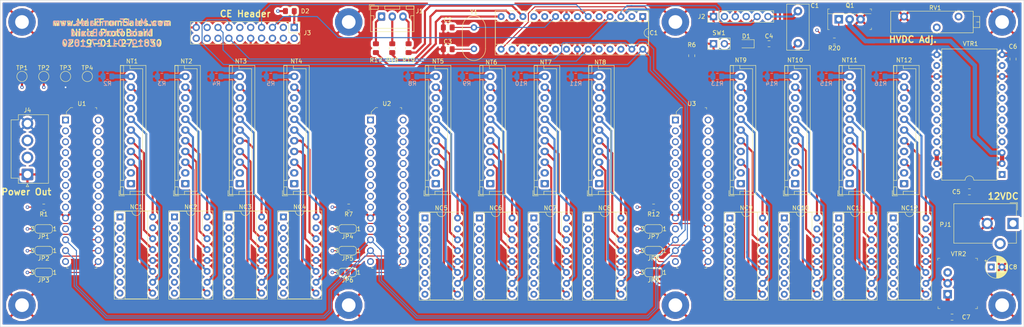
<source format=kicad_pcb>
(kicad_pcb (version 20171130) (host pcbnew "(5.0.2)-1")
  (title_block (title "Nixie Protobard Large") (date 2019-02-09) (rev 1.0) (company www.MarkFromSales.com) (comment 1 https://github.com/MarkFromSales/Nixie-Protoboard-Large))
  (layers (0 F.Cu signal) (1 In1.Cu signal) (2 In2.Cu signal) (31 B.Cu signal) (34 B.Paste user) (35 F.Paste user) (36 B.SilkS user) (37 F.SilkS user) (38 B.Mask user) (39 F.Mask user) (44 Edge.Cuts user))
  (net 0 "")
  (net 1 "Net-(C1-Pad1)")
  (net 2 "Net-(C1-Pad2)")
  (net 3 GND)
  (net 4 "Net-(C2-Pad1)")
  (net 5 "Net-(C3-Pad1)")
  (net 6 +5V)
  (net 7 +12V)
  (net 8 "Net-(C5-Pad1)")
  (net 9 /170V)
  (net 10 "Net-(D1-Pad2)")
  (net 11 "Net-(D1-Pad1)")
  (net 12 "Net-(D2-Pad1)")
  (net 13 "Net-(IC1-Pad2)")
  (net 14 /HVDC_SW)
  (net 15 /U1_TX)
  (net 16 /CE_MOSI)
  (net 17 /CE_D2)
  (net 18 /CE_MISO)
  (net 19 /CE_D3)
  (net 20 /CE_D4)
  (net 21 /CE_A0)
  (net 22 /CE_A1)
  (net 23 /CE_D5)
  (net 24 /CE_A2)
  (net 25 "Net-(IC1-Pad12)")
  (net 26 /CE_A3)
  (net 27 "Net-(IC1-Pad13)")
  (net 28 /SDA)
  (net 29 "Net-(IC1-Pad14)")
  (net 30 /SCK)
  (net 31 "Net-(JP1-Pad2)")
  (net 32 "Net-(JP2-Pad2)")
  (net 33 "Net-(JP3-Pad2)")
  (net 34 "Net-(JP4-Pad2)")
  (net 35 "Net-(JP5-Pad2)")
  (net 36 "Net-(JP6-Pad2)")
  (net 37 "Net-(JP7-Pad2)")
  (net 38 "Net-(JP8-Pad2)")
  (net 39 "Net-(JP9-Pad2)")
  (net 40 "Net-(NC1-Pad1)")
  (net 41 "Net-(NC1-Pad9)")
  (net 42 "Net-(NC1-Pad2)")
  (net 43 "Net-(NC1-Pad10)")
  (net 44 /K1_A)
  (net 45 "Net-(NC1-Pad11)")
  (net 46 /K1_D)
  (net 47 "Net-(NC1-Pad13)")
  (net 48 /K1_B)
  (net 49 "Net-(NC1-Pad14)")
  (net 50 /K1_C)
  (net 51 "Net-(NC1-Pad15)")
  (net 52 "Net-(NC1-Pad8)")
  (net 53 "Net-(NC1-Pad16)")
  (net 54 "Net-(NC2-Pad16)")
  (net 55 "Net-(NC2-Pad8)")
  (net 56 "Net-(NC2-Pad15)")
  (net 57 /K2_C)
  (net 58 "Net-(NC2-Pad14)")
  (net 59 /K2_B)
  (net 60 "Net-(NC2-Pad13)")
  (net 61 /K2_D)
  (net 62 "Net-(NC2-Pad11)")
  (net 63 /K2_A)
  (net 64 "Net-(NC2-Pad10)")
  (net 65 "Net-(NC2-Pad2)")
  (net 66 "Net-(NC2-Pad9)")
  (net 67 "Net-(NC2-Pad1)")
  (net 68 "Net-(NC3-Pad1)")
  (net 69 "Net-(NC3-Pad9)")
  (net 70 "Net-(NC3-Pad2)")
  (net 71 "Net-(NC3-Pad10)")
  (net 72 /K3_A)
  (net 73 "Net-(NC3-Pad11)")
  (net 74 /K3_D)
  (net 75 "Net-(NC3-Pad13)")
  (net 76 /K3_B)
  (net 77 "Net-(NC3-Pad14)")
  (net 78 /K3_C)
  (net 79 "Net-(NC3-Pad15)")
  (net 80 "Net-(NC3-Pad8)")
  (net 81 "Net-(NC3-Pad16)")
  (net 82 "Net-(NC4-Pad16)")
  (net 83 "Net-(NC4-Pad8)")
  (net 84 "Net-(NC4-Pad15)")
  (net 85 /K4_C)
  (net 86 "Net-(NC4-Pad14)")
  (net 87 /K4_B)
  (net 88 "Net-(NC4-Pad13)")
  (net 89 /K4_D)
  (net 90 "Net-(NC4-Pad11)")
  (net 91 /K4_A)
  (net 92 "Net-(NC4-Pad10)")
  (net 93 "Net-(NC4-Pad2)")
  (net 94 "Net-(NC4-Pad9)")
  (net 95 "Net-(NC4-Pad1)")
  (net 96 "Net-(NC5-Pad1)")
  (net 97 "Net-(NC5-Pad9)")
  (net 98 "Net-(NC5-Pad2)")
  (net 99 "Net-(NC5-Pad10)")
  (net 100 /K5_A)
  (net 101 "Net-(NC5-Pad11)")
  (net 102 /K5_D)
  (net 103 "Net-(NC5-Pad13)")
  (net 104 /K5_B)
  (net 105 "Net-(NC5-Pad14)")
  (net 106 /K5_C)
  (net 107 "Net-(NC5-Pad15)")
  (net 108 "Net-(NC5-Pad8)")
  (net 109 "Net-(NC5-Pad16)")
  (net 110 "Net-(NC6-Pad16)")
  (net 111 "Net-(NC6-Pad8)")
  (net 112 "Net-(NC6-Pad15)")
  (net 113 /K6_C)
  (net 114 "Net-(NC6-Pad14)")
  (net 115 /K6_B)
  (net 116 "Net-(NC6-Pad13)")
  (net 117 /K6_D)
  (net 118 "Net-(NC6-Pad11)")
  (net 119 /K6_A)
  (net 120 "Net-(NC6-Pad10)")
  (net 121 "Net-(NC6-Pad2)")
  (net 122 "Net-(NC6-Pad9)")
  (net 123 "Net-(NC6-Pad1)")
  (net 124 "Net-(NC7-Pad1)")
  (net 125 "Net-(NC7-Pad9)")
  (net 126 "Net-(NC7-Pad2)")
  (net 127 "Net-(NC7-Pad10)")
  (net 128 /K7_A)
  (net 129 "Net-(NC7-Pad11)")
  (net 130 /K7_D)
  (net 131 "Net-(NC7-Pad13)")
  (net 132 /K7_B)
  (net 133 "Net-(NC7-Pad14)")
  (net 134 /K7_C)
  (net 135 "Net-(NC7-Pad15)")
  (net 136 "Net-(NC7-Pad8)")
  (net 137 "Net-(NC7-Pad16)")
  (net 138 "Net-(NC8-Pad16)")
  (net 139 "Net-(NC8-Pad8)")
  (net 140 "Net-(NC8-Pad15)")
  (net 141 /K8_C)
  (net 142 "Net-(NC8-Pad14)")
  (net 143 /K8_B)
  (net 144 "Net-(NC8-Pad13)")
  (net 145 /K8_D)
  (net 146 "Net-(NC8-Pad11)")
  (net 147 /K8_A)
  (net 148 "Net-(NC8-Pad10)")
  (net 149 "Net-(NC8-Pad2)")
  (net 150 "Net-(NC8-Pad9)")
  (net 151 "Net-(NC8-Pad1)")
  (net 152 "Net-(NC9-Pad1)")
  (net 153 "Net-(NC9-Pad9)")
  (net 154 "Net-(NC9-Pad2)")
  (net 155 "Net-(NC9-Pad10)")
  (net 156 /K9_A)
  (net 157 "Net-(NC9-Pad11)")
  (net 158 /K9_D)
  (net 159 "Net-(NC9-Pad13)")
  (net 160 /K9_B)
  (net 161 "Net-(NC9-Pad14)")
  (net 162 /K9_C)
  (net 163 "Net-(NC9-Pad15)")
  (net 164 "Net-(NC9-Pad8)")
  (net 165 "Net-(NC9-Pad16)")
  (net 166 "Net-(NC10-Pad16)")
  (net 167 "Net-(NC10-Pad8)")
  (net 168 "Net-(NC10-Pad15)")
  (net 169 /K10_C)
  (net 170 "Net-(NC10-Pad14)")
  (net 171 /K10_B)
  (net 172 "Net-(NC10-Pad13)")
  (net 173 /K10_D)
  (net 174 "Net-(NC10-Pad11)")
  (net 175 /K10_A)
  (net 176 "Net-(NC10-Pad10)")
  (net 177 "Net-(NC10-Pad2)")
  (net 178 "Net-(NC10-Pad9)")
  (net 179 "Net-(NC10-Pad1)")
  (net 180 "Net-(NC11-Pad1)")
  (net 181 "Net-(NC11-Pad9)")
  (net 182 "Net-(NC11-Pad2)")
  (net 183 "Net-(NC11-Pad10)")
  (net 184 /K11_A)
  (net 185 "Net-(NC11-Pad11)")
  (net 186 /K11_D)
  (net 187 "Net-(NC11-Pad13)")
  (net 188 /K11_B)
  (net 189 "Net-(NC11-Pad14)")
  (net 190 /K11_C)
  (net 191 "Net-(NC11-Pad15)")
  (net 192 "Net-(NC11-Pad8)")
  (net 193 "Net-(NC11-Pad16)")
  (net 194 "Net-(NC12-Pad16)")
  (net 195 "Net-(NC12-Pad8)")
  (net 196 "Net-(NC12-Pad15)")
  (net 197 /K12_C)
  (net 198 "Net-(NC12-Pad14)")
  (net 199 /K12_B)
  (net 200 "Net-(NC12-Pad13)")
  (net 201 /K12_D)
  (net 202 "Net-(NC12-Pad11)")
  (net 203 /K12_A)
  (net 204 "Net-(NC12-Pad10)")
  (net 205 "Net-(NC12-Pad2)")
  (net 206 "Net-(NC12-Pad9)")
  (net 207 "Net-(NC12-Pad1)")
  (net 208 "Net-(R1-Pad1)")
  (net 209 "Net-(R7-Pad1)")
  (net 210 "Net-(R12-Pad1)")
  (net 211 "Net-(RV1-Pad2)")
  (net 212 "Net-(RV1-Pad3)")
  (net 213 "Net-(NT1-Pad11)")
  (net 214 "Net-(NT2-Pad11)")
  (net 215 "Net-(NT3-Pad11)")
  (net 216 "Net-(NT4-Pad11)")
  (net 217 "Net-(NT5-Pad11)")
  (net 218 "Net-(NT6-Pad11)")
  (net 219 "Net-(NT7-Pad11)")
  (net 220 "Net-(NT8-Pad11)")
  (net 221 "Net-(NT9-Pad11)")
  (net 222 "Net-(NT10-Pad11)")
  (net 223 "Net-(NT11-Pad11)")
  (net 224 "Net-(NT12-Pad11)")
  (net 225 "Net-(J1-Pad1)")
  (net 226 "Net-(J1-Pad2)")
  (net 227 "Net-(J1-Pad3)")
  (net 228 "Net-(Q1-Pad1)")
  (net 229 /IC1_VCC)
  (module Package_DIP:DIP-28_W7.62mm_Socket (layer F.Cu) (at 170.434 65.278 270)
    (fp_text reference IC1 (at 3.81 -2.33) (layer F.SilkS))
    (fp_text value ATmega328)
    (pad 1 thru_hole rect (at 0 0 270) (size 1.6 1.6) (drill 0.8) (layers *.Cu *.Mask) (net 1 "Net-(C1-Pad1)"))
    (pad 15 thru_hole oval (at 7.62 33.02 270) (size 1.6 1.6) (drill 0.8) (layers *.Cu *.Mask) (net 11 "Net-(D1-Pad1)"))
    (pad 2 thru_hole oval (at 0 2.54 270) (size 1.6 1.6) (drill 0.8) (layers *.Cu *.Mask) (net 13 "Net-(IC1-Pad2)"))
    (pad 16 thru_hole oval (at 7.62 30.48 270) (size 1.6 1.6) (drill 0.8) (layers *.Cu *.Mask) (net 14 /HVDC_SW))
    (pad 3 thru_hole oval (at 0 5.08 270) (size 1.6 1.6) (drill 0.8) (layers *.Cu *.Mask) (net 15 /U1_TX))
    (pad 17 thru_hole oval (at 7.62 27.94 270) (size 1.6 1.6) (drill 0.8) (layers *.Cu *.Mask) (net 16 /CE_MOSI))
    (pad 4 thru_hole oval (at 0 7.62 270) (size 1.6 1.6) (drill 0.8) (layers *.Cu *.Mask) (net 17 /CE_D2))
    (pad 18 thru_hole oval (at 7.62 25.4 270) (size 1.6 1.6) (drill 0.8) (layers *.Cu *.Mask) (net 18 /CE_MISO))
    (pad 5 thru_hole oval (at 0 10.16 270) (size 1.6 1.6) (drill 0.8) (layers *.Cu *.Mask) (net 19 /CE_D3))
    (pad 19 thru_hole oval (at 7.62 22.86 270) (size 1.6 1.6) (drill 0.8) (layers *.Cu *.Mask))
    (pad 6 thru_hole oval (at 0 12.7 270) (size 1.6 1.6) (drill 0.8) (layers *.Cu *.Mask) (net 20 /CE_D4))
    (pad 20 thru_hole oval (at 7.62 20.32 270) (size 1.6 1.6) (drill 0.8) (layers *.Cu *.Mask) (net 229 /IC1_VCC))
    (pad 7 thru_hole oval (at 0 15.24 270) (size 1.6 1.6) (drill 0.8) (layers *.Cu *.Mask) (net 229 /IC1_VCC))
    (pad 21 thru_hole oval (at 7.62 17.78 270) (size 1.6 1.6) (drill 0.8) (layers *.Cu *.Mask))
    (pad 8 thru_hole oval (at 0 17.78 270) (size 1.6 1.6) (drill 0.8) (layers *.Cu *.Mask) (net 3 GND))
    (pad 22 thru_hole oval (at 7.62 15.24 270) (size 1.6 1.6) (drill 0.8) (layers *.Cu *.Mask) (net 3 GND))
    (pad 9 thru_hole oval (at 0 20.32 270) (size 1.6 1.6) (drill 0.8) (layers *.Cu *.Mask) (net 4 "Net-(C2-Pad1)"))
    (pad 23 thru_hole oval (at 7.62 12.7 270) (size 1.6 1.6) (drill 0.8) (layers *.Cu *.Mask) (net 21 /CE_A0))
    (pad 10 thru_hole oval (at 0 22.86 270) (size 1.6 1.6) (drill 0.8) (layers *.Cu *.Mask) (net 5 "Net-(C3-Pad1)"))
    (pad 24 thru_hole oval (at 7.62 10.16 270) (size 1.6 1.6) (drill 0.8) (layers *.Cu *.Mask) (net 22 /CE_A1))
    (pad 11 thru_hole oval (at 0 25.4 270) (size 1.6 1.6) (drill 0.8) (layers *.Cu *.Mask) (net 23 /CE_D5))
    (pad 25 thru_hole oval (at 7.62 7.62 270) (size 1.6 1.6) (drill 0.8) (layers *.Cu *.Mask) (net 24 /CE_A2))
    (pad 12 thru_hole oval (at 0 27.94 270) (size 1.6 1.6) (drill 0.8) (layers *.Cu *.Mask) (net 25 "Net-(IC1-Pad12)"))
    (pad 26 thru_hole oval (at 7.62 5.08 270) (size 1.6 1.6) (drill 0.8) (layers *.Cu *.Mask) (net 26 /CE_A3))
    (pad 13 thru_hole oval (at 0 30.48 270) (size 1.6 1.6) (drill 0.8) (layers *.Cu *.Mask) (net 27 "Net-(IC1-Pad13)"))
    (pad 27 thru_hole oval (at 7.62 2.54 270) (size 1.6 1.6) (drill 0.8) (layers *.Cu *.Mask) (net 28 /SDA))
    (pad 14 thru_hole oval (at 0 33.02 270) (size 1.6 1.6) (drill 0.8) (layers *.Cu *.Mask) (net 29 "Net-(IC1-Pad14)"))
    (pad 28 thru_hole oval (at 7.62 0 270) (size 1.6 1.6) (drill 0.8) (layers *.Cu *.Mask) (net 30 /SCK))
  )
  (module Capacitor_THT:C_Disc_D10.5mm_W5.0mm_P7.50mm (layer F.Cu) (at 206.629 71.508 90)
    (fp_text reference C1 (at 8.77 3.937 180) (layer F.SilkS))
    (fp_text value 100n)
    (pad 1 thru_hole circle (at 0 0 90) (size 2 2) (drill 1) (layers *.Cu *.Mask) (net 1 "Net-(C1-Pad1)"))
    (pad 2 thru_hole circle (at 7.5 0 90) (size 2 2) (drill 1) (layers *.Cu *.Mask) (net 2 "Net-(C1-Pad2)"))
  )
  (module Capacitor_SMD:C_0805_2012Metric_Pad1.15x1.40mm_HandSolder (layer F.Cu) (at 124.959 67.818 180)
    (fp_text reference C2 (at -0.009 1.778 180) (layer F.SilkS))
    (fp_text value 22p)
    (pad 2 smd roundrect (at 1.025 0 180) (size 1.15 1.4) (layers F.Cu F.Paste F.Mask) (roundrect_rratio 0.217391) (net 3 GND))
    (pad 1 smd roundrect (at -1.025 0 180) (size 1.15 1.4) (layers F.Cu F.Paste F.Mask) (roundrect_rratio 0.217391) (net 4 "Net-(C2-Pad1)"))
  )
  (module Capacitor_SMD:C_0805_2012Metric_Pad1.15x1.40mm_HandSolder (layer F.Cu) (at 124.959 72.898 180)
    (fp_text reference C3 (at 0 1.778 180) (layer F.SilkS))
    (fp_text value 22p)
    (pad 1 smd roundrect (at -1.025 0 180) (size 1.15 1.4) (layers F.Cu F.Paste F.Mask) (roundrect_rratio 0.217391) (net 5 "Net-(C3-Pad1)"))
    (pad 2 smd roundrect (at 1.025 0 180) (size 1.15 1.4) (layers F.Cu F.Paste F.Mask) (roundrect_rratio 0.217391) (net 3 GND))
  )
  (module Capacitor_SMD:C_0805_2012Metric_Pad1.15x1.40mm_HandSolder (layer F.Cu) (at 199.889 71.628)
    (fp_text reference C4 (at 0 -1.778) (layer F.SilkS))
    (fp_text value 10u)
    (pad 1 smd roundrect (at -1.025 0) (size 1.15 1.4) (layers F.Cu F.Paste F.Mask) (roundrect_rratio 0.217391) (net 6 +5V))
    (pad 2 smd roundrect (at 1.025 0) (size 1.15 1.4) (layers F.Cu F.Paste F.Mask) (roundrect_rratio 0.217391) (net 229 /IC1_VCC))
  )
  (module Capacitor_SMD:C_0805_2012Metric_Pad1.15x1.40mm_HandSolder (layer F.Cu) (at 246.634 106.163 180)
    (fp_text reference C5 (at 3.048 0 180) (layer F.SilkS))
    (fp_text value 47u)
    (pad 2 smd roundrect (at 1.025 0 180) (size 1.15 1.4) (layers F.Cu F.Paste F.Mask) (roundrect_rratio 0.217391) (net 7 +12V))
    (pad 1 smd roundrect (at -1.025 0 180) (size 1.15 1.4) (layers F.Cu F.Paste F.Mask) (roundrect_rratio 0.217391) (net 8 "Net-(C5-Pad1)"))
  )
  (module Capacitor_SMD:C_0805_2012Metric_Pad1.15x1.40mm_HandSolder (layer F.Cu) (at 256.794 75.193 90)
    (fp_text reference C6 (at 2.93 0 180) (layer F.SilkS))
    (fp_text value 4700p)
    (pad 1 smd roundrect (at -1.025 0 90) (size 1.15 1.4) (layers F.Cu F.Paste F.Mask) (roundrect_rratio 0.217391) (net 3 GND))
    (pad 2 smd roundrect (at 1.025 0 90) (size 1.15 1.4) (layers F.Cu F.Paste F.Mask) (roundrect_rratio 0.217391) (net 9 /170V))
  )
  (module Capacitor_SMD:C_0805_2012Metric_Pad1.15x1.40mm_HandSolder (layer F.Cu) (at 242.579 135.382)
    (fp_text reference C7 (at 3.293 0) (layer F.SilkS))
    (fp_text value 10u)
    (pad 2 smd roundrect (at 1.025 0) (size 1.15 1.4) (layers F.Cu F.Paste F.Mask) (roundrect_rratio 0.217391) (net 3 GND))
    (pad 1 smd roundrect (at -1.025 0) (size 1.15 1.4) (layers F.Cu F.Paste F.Mask) (roundrect_rratio 0.217391) (net 7 +12V))
  )
  (module Capacitor_THT:CP_Radial_D5.0mm_P2.50mm (layer F.Cu) (at 251.714 123.698)
    (fp_text reference C8 (at 5.08 0) (layer F.SilkS))
    (fp_text value 22u)
    (pad 1 thru_hole rect (at 0 0) (size 1.6 1.6) (drill 0.8) (layers *.Cu *.Mask) (net 6 +5V))
    (pad 2 thru_hole circle (at 2.5 0) (size 1.6 1.6) (drill 0.8) (layers *.Cu *.Mask) (net 3 GND))
  )
  (module Diode_SMD:D_0805_2012Metric_Pad1.15x1.40mm_HandSolder (layer F.Cu) (at 194.564 71.628 180)
    (fp_text reference D1 (at 0 1.778 180) (layer F.SilkS))
    (fp_text value D)
    (pad 2 smd roundrect (at 1.025 0 180) (size 1.15 1.4) (layers F.Cu F.Paste F.Mask) (roundrect_rratio 0.217391) (net 10 "Net-(D1-Pad2)"))
    (pad 1 smd roundrect (at -1.025 0 180) (size 1.15 1.4) (layers F.Cu F.Paste F.Mask) (roundrect_rratio 0.217391) (net 11 "Net-(D1-Pad1)"))
  )
  (module Diode_SMD:D_0805_2012Metric_Pad1.15x1.40mm_HandSolder (layer F.Cu) (at 88.129 64.008 180)
    (fp_text reference D2 (at -3.565 0 180) (layer F.SilkS))
    (fp_text value D)
    (pad 1 smd roundrect (at -1.025 0 180) (size 1.15 1.4) (layers F.Cu F.Paste F.Mask) (roundrect_rratio 0.217391) (net 12 "Net-(D2-Pad1)"))
    (pad 2 smd roundrect (at 1.025 0 180) (size 1.15 1.4) (layers F.Cu F.Paste F.Mask) (roundrect_rratio 0.217391) (net 6 +5V))
  )
  (module MountingHole:MountingHole_3.2mm_M3_Pad (layer F.Cu) (at 25.654 66.548)
    (fp_text reference H1 hide)
    (fp_text value MountingHole_Pad)
    (pad 1 thru_hole circle (at 0 0) (size 6.4 6.4) (drill 3.2) (layers *.Cu *.Mask) (net 3 GND))
  )
  (module MountingHole:MountingHole_3.2mm_M3_Pad (layer F.Cu) (at 254.254 66.548)
    (fp_text reference H2 hide)
    (fp_text value MountingHole_Pad)
    (pad 1 thru_hole circle (at 0 0) (size 6.4 6.4) (drill 3.2) (layers *.Cu *.Mask) (net 3 GND))
  )
  (module MountingHole:MountingHole_3.2mm_M3_Pad (layer F.Cu) (at 25.654 132.588)
    (fp_text reference H3 hide)
    (fp_text value MountingHole_Pad)
    (pad 1 thru_hole circle (at 0 0) (size 6.4 6.4) (drill 3.2) (layers *.Cu *.Mask) (net 3 GND))
  )
  (module MountingHole:MountingHole_3.2mm_M3_Pad (layer F.Cu) (at 254.254 132.588)
    (fp_text reference H4 hide)
    (fp_text value MountingHole_Pad)
    (pad 1 thru_hole circle (at 0 0) (size 6.4 6.4) (drill 3.2) (layers *.Cu *.Mask) (net 3 GND))
  )
  (module Connector_PinHeader_2.54mm:PinHeader_1x06_P2.54mm_Vertical (layer F.Cu) (at 186.944 65.278 90)
    (fp_text reference J2 (at 0 -2.794 180) (layer F.SilkS))
    (fp_text value Conn_FTDI)
    (pad 1 thru_hole rect (at 0 0 90) (size 1.7 1.7) (drill 1) (layers *.Cu *.Mask) (net 3 GND))
    (pad 2 thru_hole oval (at 0 2.54 90) (size 1.7 1.7) (drill 1) (layers *.Cu *.Mask))
    (pad 3 thru_hole oval (at 0 5.08 90) (size 1.7 1.7) (drill 1) (layers *.Cu *.Mask) (net 229 /IC1_VCC))
    (pad 4 thru_hole oval (at 0 7.62 90) (size 1.7 1.7) (drill 1) (layers *.Cu *.Mask) (net 13 "Net-(IC1-Pad2)"))
    (pad 5 thru_hole oval (at 0 10.16 90) (size 1.7 1.7) (drill 1) (layers *.Cu *.Mask) (net 15 /U1_TX))
    (pad 6 thru_hole oval (at 0 12.7 90) (size 1.7 1.7) (drill 1) (layers *.Cu *.Mask) (net 2 "Net-(C1-Pad2)"))
  )
  (module Connector_PinHeader_2.54mm:PinHeader_2x10_P2.54mm_Vertical (layer F.Cu) (at 89.154 67.818 270)
    (fp_text reference J3 (at 1.27 -3.048) (layer F.SilkS))
    (fp_text value CE_Header_Narrow)
    (pad 1 thru_hole rect (at 0 0 270) (size 1.7 1.7) (drill 1) (layers *.Cu *.Mask) (net 12 "Net-(D2-Pad1)"))
    (pad 2 thru_hole oval (at 2.54 0 270) (size 1.7 1.7) (drill 1) (layers *.Cu *.Mask))
    (pad 3 thru_hole oval (at 0 2.54 270) (size 1.7 1.7) (drill 1) (layers *.Cu *.Mask) (net 16 /CE_MOSI))
    (pad 4 thru_hole oval (at 2.54 2.54 270) (size 1.7 1.7) (drill 1) (layers *.Cu *.Mask) (net 18 /CE_MISO))
    (pad 5 thru_hole oval (at 0 5.08 270) (size 1.7 1.7) (drill 1) (layers *.Cu *.Mask) (net 17 /CE_D2))
    (pad 6 thru_hole oval (at 2.54 5.08 270) (size 1.7 1.7) (drill 1) (layers *.Cu *.Mask) (net 19 /CE_D3))
    (pad 7 thru_hole oval (at 0 7.62 270) (size 1.7 1.7) (drill 1) (layers *.Cu *.Mask) (net 20 /CE_D4))
    (pad 8 thru_hole oval (at 2.54 7.62 270) (size 1.7 1.7) (drill 1) (layers *.Cu *.Mask) (net 23 /CE_D5))
    (pad 9 thru_hole oval (at 0 10.16 270) (size 1.7 1.7) (drill 1) (layers *.Cu *.Mask))
    (pad 10 thru_hole oval (at 2.54 10.16 270) (size 1.7 1.7) (drill 1) (layers *.Cu *.Mask) (net 3 GND))
    (pad 11 thru_hole oval (at 0 12.7 270) (size 1.7 1.7) (drill 1) (layers *.Cu *.Mask))
    (pad 12 thru_hole oval (at 2.54 12.7 270) (size 1.7 1.7) (drill 1) (layers *.Cu *.Mask) (net 6 +5V))
    (pad 13 thru_hole oval (at 0 15.24 270) (size 1.7 1.7) (drill 1) (layers *.Cu *.Mask) (net 30 /SCK))
    (pad 14 thru_hole oval (at 2.54 15.24 270) (size 1.7 1.7) (drill 1) (layers *.Cu *.Mask) (net 28 /SDA))
    (pad 15 thru_hole oval (at 0 17.78 270) (size 1.7 1.7) (drill 1) (layers *.Cu *.Mask) (net 21 /CE_A0))
    (pad 16 thru_hole oval (at 2.54 17.78 270) (size 1.7 1.7) (drill 1) (layers *.Cu *.Mask) (net 22 /CE_A1))
    (pad 17 thru_hole oval (at 0 20.32 270) (size 1.7 1.7) (drill 1) (layers *.Cu *.Mask) (net 24 /CE_A2))
    (pad 18 thru_hole oval (at 2.54 20.32 270) (size 1.7 1.7) (drill 1) (layers *.Cu *.Mask) (net 26 /CE_A3))
    (pad 19 thru_hole oval (at 0 22.86 270) (size 1.7 1.7) (drill 1) (layers *.Cu *.Mask) (net 3 GND))
    (pad 20 thru_hole oval (at 2.54 22.86 270) (size 1.7 1.7) (drill 1) (layers *.Cu *.Mask))
  )
  (module Jumper:SolderJumper-3_P1.3mm_Open_RoundedPad1.0x1.5mm_NumberLabels (layer F.Cu) (at 30.704 114.808 180)
    (fp_text reference JP1 (at 0 -1.8 180) (layer F.SilkS))
    (fp_text value SolderJumper_3_Open)
    (fp_text user 1 (at -2.6 0 180) (layer F.SilkS))
    (fp_text user 3 (at 2.6 0 180) (layer F.SilkS))
    (pad 2 smd rect (at 0 0 180) (size 1 1.5) (layers F.Cu F.Mask) (net 31 "Net-(JP1-Pad2)"))
    (pad 3 smd custom (at 1.3 0 180) (size 1 0.5) (layers F.Cu F.Mask) (net 6 +5V) (options (clearance outline) (anchor rect)) (primitives (gr_circle (center 0 0.25) (end 0.5 0.25) (width 0)) (gr_circle (center 0 -0.25) (end 0.5 -0.25) (width 0)) (gr_poly (pts (xy -0.55 -0.75) (xy 0 -0.75) (xy 0 0.75) (xy -0.55 0.75)) (width 0))))
    (pad 1 smd custom (at -1.3 0 180) (size 1 0.5) (layers F.Cu F.Mask) (net 3 GND) (options (clearance outline) (anchor rect)) (primitives (gr_circle (center 0 0.25) (end 0.5 0.25) (width 0)) (gr_circle (center 0 -0.25) (end 0.5 -0.25) (width 0)) (gr_poly (pts (xy 0.55 -0.75) (xy 0 -0.75) (xy 0 0.75) (xy 0.55 0.75)) (width 0))))
  )
  (module Jumper:SolderJumper-3_P1.3mm_Open_RoundedPad1.0x1.5mm_NumberLabels (layer F.Cu) (at 30.704 119.888 180)
    (fp_text reference JP2 (at 0 -1.8 180) (layer F.SilkS))
    (fp_text value SolderJumper_3_Open)
    (fp_text user 3 (at 2.6 0 180) (layer F.SilkS))
    (fp_text user 1 (at -2.6 0 180) (layer F.SilkS))
    (pad 1 smd custom (at -1.3 0 180) (size 1 0.5) (layers F.Cu F.Mask) (net 3 GND) (options (clearance outline) (anchor rect)) (primitives (gr_circle (center 0 0.25) (end 0.5 0.25) (width 0)) (gr_circle (center 0 -0.25) (end 0.5 -0.25) (width 0)) (gr_poly (pts (xy 0.55 -0.75) (xy 0 -0.75) (xy 0 0.75) (xy 0.55 0.75)) (width 0))))
    (pad 3 smd custom (at 1.3 0 180) (size 1 0.5) (layers F.Cu F.Mask) (net 6 +5V) (options (clearance outline) (anchor rect)) (primitives (gr_circle (center 0 0.25) (end 0.5 0.25) (width 0)) (gr_circle (center 0 -0.25) (end 0.5 -0.25) (width 0)) (gr_poly (pts (xy -0.55 -0.75) (xy 0 -0.75) (xy 0 0.75) (xy -0.55 0.75)) (width 0))))
    (pad 2 smd rect (at 0 0 180) (size 1 1.5) (layers F.Cu F.Mask) (net 32 "Net-(JP2-Pad2)"))
  )
  (module Jumper:SolderJumper-3_P1.3mm_Open_RoundedPad1.0x1.5mm_NumberLabels (layer F.Cu) (at 30.704 124.968 180)
    (fp_text reference JP3 (at 0 -1.8 180) (layer F.SilkS))
    (fp_text value SolderJumper_3_Open)
    (fp_text user 3 (at 2.6 0 180) (layer F.SilkS))
    (fp_text user 1 (at -2.6 0 180) (layer F.SilkS))
    (pad 1 smd custom (at -1.3 0 180) (size 1 0.5) (layers F.Cu F.Mask) (net 3 GND) (options (clearance outline) (anchor rect)) (primitives (gr_circle (center 0 0.25) (end 0.5 0.25) (width 0)) (gr_circle (center 0 -0.25) (end 0.5 -0.25) (width 0)) (gr_poly (pts (xy 0.55 -0.75) (xy 0 -0.75) (xy 0 0.75) (xy 0.55 0.75)) (width 0))))
    (pad 3 smd custom (at 1.3 0 180) (size 1 0.5) (layers F.Cu F.Mask) (net 6 +5V) (options (clearance outline) (anchor rect)) (primitives (gr_circle (center 0 0.25) (end 0.5 0.25) (width 0)) (gr_circle (center 0 -0.25) (end 0.5 -0.25) (width 0)) (gr_poly (pts (xy -0.55 -0.75) (xy 0 -0.75) (xy 0 0.75) (xy -0.55 0.75)) (width 0))))
    (pad 2 smd rect (at 0 0 180) (size 1 1.5) (layers F.Cu F.Mask) (net 33 "Net-(JP3-Pad2)"))
  )
  (module Jumper:SolderJumper-3_P1.3mm_Open_RoundedPad1.0x1.5mm_NumberLabels (layer F.Cu) (at 101.6 114.808 180)
    (fp_text reference JP4 (at 0 -1.8 180) (layer F.SilkS))
    (fp_text value SolderJumper_3_Open)
    (fp_text user 1 (at -2.6 0 180) (layer F.SilkS))
    (fp_text user 3 (at 2.6 0 180) (layer F.SilkS))
    (pad 2 smd rect (at 0 0 180) (size 1 1.5) (layers F.Cu F.Mask) (net 34 "Net-(JP4-Pad2)"))
    (pad 3 smd custom (at 1.3 0 180) (size 1 0.5) (layers F.Cu F.Mask) (net 6 +5V) (options (clearance outline) (anchor rect)) (primitives (gr_circle (center 0 0.25) (end 0.5 0.25) (width 0)) (gr_circle (center 0 -0.25) (end 0.5 -0.25) (width 0)) (gr_poly (pts (xy -0.55 -0.75) (xy 0 -0.75) (xy 0 0.75) (xy -0.55 0.75)) (width 0))))
    (pad 1 smd custom (at -1.3 0 180) (size 1 0.5) (layers F.Cu F.Mask) (net 3 GND) (options (clearance outline) (anchor rect)) (primitives (gr_circle (center 0 0.25) (end 0.5 0.25) (width 0)) (gr_circle (center 0 -0.25) (end 0.5 -0.25) (width 0)) (gr_poly (pts (xy 0.55 -0.75) (xy 0 -0.75) (xy 0 0.75) (xy 0.55 0.75)) (width 0))))
  )
  (module Jumper:SolderJumper-3_P1.3mm_Open_RoundedPad1.0x1.5mm_NumberLabels (layer F.Cu) (at 101.6 119.888 180)
    (fp_text reference JP5 (at 0 -1.8 180) (layer F.SilkS))
    (fp_text value SolderJumper_3_Open)
    (fp_text user 3 (at 2.6 0 180) (layer F.SilkS))
    (fp_text user 1 (at -2.6 0 180) (layer F.SilkS))
    (pad 1 smd custom (at -1.3 0 180) (size 1 0.5) (layers F.Cu F.Mask) (net 3 GND) (options (clearance outline) (anchor rect)) (primitives (gr_circle (center 0 0.25) (end 0.5 0.25) (width 0)) (gr_circle (center 0 -0.25) (end 0.5 -0.25) (width 0)) (gr_poly (pts (xy 0.55 -0.75) (xy 0 -0.75) (xy 0 0.75) (xy 0.55 0.75)) (width 0))))
    (pad 3 smd custom (at 1.3 0 180) (size 1 0.5) (layers F.Cu F.Mask) (net 6 +5V) (options (clearance outline) (anchor rect)) (primitives (gr_circle (center 0 0.25) (end 0.5 0.25) (width 0)) (gr_circle (center 0 -0.25) (end 0.5 -0.25) (width 0)) (gr_poly (pts (xy -0.55 -0.75) (xy 0 -0.75) (xy 0 0.75) (xy -0.55 0.75)) (width 0))))
    (pad 2 smd rect (at 0 0 180) (size 1 1.5) (layers F.Cu F.Mask) (net 35 "Net-(JP5-Pad2)"))
  )
  (module Jumper:SolderJumper-3_P1.3mm_Open_RoundedPad1.0x1.5mm_NumberLabels (layer F.Cu) (at 101.6 124.968 180)
    (fp_text reference JP6 (at 0 -1.8 180) (layer F.SilkS))
    (fp_text value SolderJumper_3_Open)
    (fp_text user 1 (at -2.6 0 180) (layer F.SilkS))
    (fp_text user 3 (at 2.6 0 180) (layer F.SilkS))
    (pad 2 smd rect (at 0 0 180) (size 1 1.5) (layers F.Cu F.Mask) (net 36 "Net-(JP6-Pad2)"))
    (pad 3 smd custom (at 1.3 0 180) (size 1 0.5) (layers F.Cu F.Mask) (net 6 +5V) (options (clearance outline) (anchor rect)) (primitives (gr_circle (center 0 0.25) (end 0.5 0.25) (width 0)) (gr_circle (center 0 -0.25) (end 0.5 -0.25) (width 0)) (gr_poly (pts (xy -0.55 -0.75) (xy 0 -0.75) (xy 0 0.75) (xy -0.55 0.75)) (width 0))))
    (pad 1 smd custom (at -1.3 0 180) (size 1 0.5) (layers F.Cu F.Mask) (net 3 GND) (options (clearance outline) (anchor rect)) (primitives (gr_circle (center 0 0.25) (end 0.5 0.25) (width 0)) (gr_circle (center 0 -0.25) (end 0.5 -0.25) (width 0)) (gr_poly (pts (xy 0.55 -0.75) (xy 0 -0.75) (xy 0 0.75) (xy 0.55 0.75)) (width 0))))
  )
  (module Jumper:SolderJumper-3_P1.3mm_Open_RoundedPad1.0x1.5mm_NumberLabels (layer F.Cu) (at 172.944 114.808 180)
    (fp_text reference JP7 (at 0 -1.8 180) (layer F.SilkS))
    (fp_text value SolderJumper_3_Open)
    (fp_text user 3 (at 2.6 0 180) (layer F.SilkS))
    (fp_text user 1 (at -2.6 0 180) (layer F.SilkS))
    (pad 1 smd custom (at -1.3 0 180) (size 1 0.5) (layers F.Cu F.Mask) (net 3 GND) (options (clearance outline) (anchor rect)) (primitives (gr_circle (center 0 0.25) (end 0.5 0.25) (width 0)) (gr_circle (center 0 -0.25) (end 0.5 -0.25) (width 0)) (gr_poly (pts (xy 0.55 -0.75) (xy 0 -0.75) (xy 0 0.75) (xy 0.55 0.75)) (width 0))))
    (pad 3 smd custom (at 1.3 0 180) (size 1 0.5) (layers F.Cu F.Mask) (net 6 +5V) (options (clearance outline) (anchor rect)) (primitives (gr_circle (center 0 0.25) (end 0.5 0.25) (width 0)) (gr_circle (center 0 -0.25) (end 0.5 -0.25) (width 0)) (gr_poly (pts (xy -0.55 -0.75) (xy 0 -0.75) (xy 0 0.75) (xy -0.55 0.75)) (width 0))))
    (pad 2 smd rect (at 0 0 180) (size 1 1.5) (layers F.Cu F.Mask) (net 37 "Net-(JP7-Pad2)"))
  )
  (module Jumper:SolderJumper-3_P1.3mm_Open_RoundedPad1.0x1.5mm_NumberLabels (layer F.Cu) (at 172.944 119.888 180)
    (fp_text reference JP8 (at 0 -1.8 180) (layer F.SilkS))
    (fp_text value SolderJumper_3_Open)
    (fp_text user 1 (at -2.6 0 180) (layer F.SilkS))
    (fp_text user 3 (at 2.6 0 180) (layer F.SilkS))
    (pad 2 smd rect (at 0 0 180) (size 1 1.5) (layers F.Cu F.Mask) (net 38 "Net-(JP8-Pad2)"))
    (pad 3 smd custom (at 1.3 0 180) (size 1 0.5) (layers F.Cu F.Mask) (net 6 +5V) (options (clearance outline) (anchor rect)) (primitives (gr_circle (center 0 0.25) (end 0.5 0.25) (width 0)) (gr_circle (center 0 -0.25) (end 0.5 -0.25) (width 0)) (gr_poly (pts (xy -0.55 -0.75) (xy 0 -0.75) (xy 0 0.75) (xy -0.55 0.75)) (width 0))))
    (pad 1 smd custom (at -1.3 0 180) (size 1 0.5) (layers F.Cu F.Mask) (net 3 GND) (options (clearance outline) (anchor rect)) (primitives (gr_circle (center 0 0.25) (end 0.5 0.25) (width 0)) (gr_circle (center 0 -0.25) (end 0.5 -0.25) (width 0)) (gr_poly (pts (xy 0.55 -0.75) (xy 0 -0.75) (xy 0 0.75) (xy 0.55 0.75)) (width 0))))
  )
  (module Jumper:SolderJumper-3_P1.3mm_Open_RoundedPad1.0x1.5mm_NumberLabels (layer F.Cu) (at 172.944 124.968 180)
    (fp_text reference JP9 (at 0 -1.8 180) (layer F.SilkS))
    (fp_text value SolderJumper_3_Open)
    (fp_text user 3 (at 2.6 0 180) (layer F.SilkS))
    (fp_text user 1 (at -2.6 0 180) (layer F.SilkS))
    (pad 1 smd custom (at -1.3 0 180) (size 1 0.5) (layers F.Cu F.Mask) (net 3 GND) (options (clearance outline) (anchor rect)) (primitives (gr_circle (center 0 0.25) (end 0.5 0.25) (width 0)) (gr_circle (center 0 -0.25) (end 0.5 -0.25) (width 0)) (gr_poly (pts (xy 0.55 -0.75) (xy 0 -0.75) (xy 0 0.75) (xy 0.55 0.75)) (width 0))))
    (pad 3 smd custom (at 1.3 0 180) (size 1 0.5) (layers F.Cu F.Mask) (net 6 +5V) (options (clearance outline) (anchor rect)) (primitives (gr_circle (center 0 0.25) (end 0.5 0.25) (width 0)) (gr_circle (center 0 -0.25) (end 0.5 -0.25) (width 0)) (gr_poly (pts (xy -0.55 -0.75) (xy 0 -0.75) (xy 0 0.75) (xy -0.55 0.75)) (width 0))))
    (pad 2 smd rect (at 0 0 180) (size 1 1.5) (layers F.Cu F.Mask) (net 39 "Net-(JP9-Pad2)"))
  )
  (module Package_DIP:DIP-16_W7.62mm_Socket (layer F.Cu) (at 48.514 112.014)
    (fp_text reference NC1 (at 3.81 -2.33) (layer F.SilkS))
    (fp_text value K155ID1)
    (pad 1 thru_hole rect (at 0 0) (size 1.6 1.6) (drill 0.8) (layers *.Cu *.Mask) (net 40 "Net-(NC1-Pad1)"))
    (pad 9 thru_hole oval (at 7.62 17.78) (size 1.6 1.6) (drill 0.8) (layers *.Cu *.Mask) (net 41 "Net-(NC1-Pad9)"))
    (pad 2 thru_hole oval (at 0 2.54) (size 1.6 1.6) (drill 0.8) (layers *.Cu *.Mask) (net 42 "Net-(NC1-Pad2)"))
    (pad 10 thru_hole oval (at 7.62 15.24) (size 1.6 1.6) (drill 0.8) (layers *.Cu *.Mask) (net 43 "Net-(NC1-Pad10)"))
    (pad 3 thru_hole oval (at 0 5.08) (size 1.6 1.6) (drill 0.8) (layers *.Cu *.Mask) (net 44 /K1_A))
    (pad 11 thru_hole oval (at 7.62 12.7) (size 1.6 1.6) (drill 0.8) (layers *.Cu *.Mask) (net 45 "Net-(NC1-Pad11)"))
    (pad 4 thru_hole oval (at 0 7.62) (size 1.6 1.6) (drill 0.8) (layers *.Cu *.Mask) (net 46 /K1_D))
    (pad 12 thru_hole oval (at 7.62 10.16) (size 1.6 1.6) (drill 0.8) (layers *.Cu *.Mask) (net 3 GND))
    (pad 5 thru_hole oval (at 0 10.16) (size 1.6 1.6) (drill 0.8) (layers *.Cu *.Mask) (net 6 +5V))
    (pad 13 thru_hole oval (at 7.62 7.62) (size 1.6 1.6) (drill 0.8) (layers *.Cu *.Mask) (net 47 "Net-(NC1-Pad13)"))
    (pad 6 thru_hole oval (at 0 12.7) (size 1.6 1.6) (drill 0.8) (layers *.Cu *.Mask) (net 48 /K1_B))
    (pad 14 thru_hole oval (at 7.62 5.08) (size 1.6 1.6) (drill 0.8) (layers *.Cu *.Mask) (net 49 "Net-(NC1-Pad14)"))
    (pad 7 thru_hole oval (at 0 15.24) (size 1.6 1.6) (drill 0.8) (layers *.Cu *.Mask) (net 50 /K1_C))
    (pad 15 thru_hole oval (at 7.62 2.54) (size 1.6 1.6) (drill 0.8) (layers *.Cu *.Mask) (net 51 "Net-(NC1-Pad15)"))
    (pad 8 thru_hole oval (at 0 17.78) (size 1.6 1.6) (drill 0.8) (layers *.Cu *.Mask) (net 52 "Net-(NC1-Pad8)"))
    (pad 16 thru_hole oval (at 7.62 0) (size 1.6 1.6) (drill 0.8) (layers *.Cu *.Mask) (net 53 "Net-(NC1-Pad16)"))
  )
  (module Package_DIP:DIP-16_W7.62mm_Socket (layer F.Cu) (at 61.214 112.014)
    (fp_text reference NC2 (at 3.81 -2.33) (layer F.SilkS))
    (fp_text value K155ID1)
    (pad 16 thru_hole oval (at 7.62 0) (size 1.6 1.6) (drill 0.8) (layers *.Cu *.Mask) (net 54 "Net-(NC2-Pad16)"))
    (pad 8 thru_hole oval (at 0 17.78) (size 1.6 1.6) (drill 0.8) (layers *.Cu *.Mask) (net 55 "Net-(NC2-Pad8)"))
    (pad 15 thru_hole oval (at 7.62 2.54) (size 1.6 1.6) (drill 0.8) (layers *.Cu *.Mask) (net 56 "Net-(NC2-Pad15)"))
    (pad 7 thru_hole oval (at 0 15.24) (size 1.6 1.6) (drill 0.8) (layers *.Cu *.Mask) (net 57 /K2_C))
    (pad 14 thru_hole oval (at 7.62 5.08) (size 1.6 1.6) (drill 0.8) (layers *.Cu *.Mask) (net 58 "Net-(NC2-Pad14)"))
    (pad 6 thru_hole oval (at 0 12.7) (size 1.6 1.6) (drill 0.8) (layers *.Cu *.Mask) (net 59 /K2_B))
    (pad 13 thru_hole oval (at 7.62 7.62) (size 1.6 1.6) (drill 0.8) (layers *.Cu *.Mask) (net 60 "Net-(NC2-Pad13)"))
    (pad 5 thru_hole oval (at 0 10.16) (size 1.6 1.6) (drill 0.8) (layers *.Cu *.Mask) (net 6 +5V))
    (pad 12 thru_hole oval (at 7.62 10.16) (size 1.6 1.6) (drill 0.8) (layers *.Cu *.Mask) (net 3 GND))
    (pad 4 thru_hole oval (at 0 7.62) (size 1.6 1.6) (drill 0.8) (layers *.Cu *.Mask) (net 61 /K2_D))
    (pad 11 thru_hole oval (at 7.62 12.7) (size 1.6 1.6) (drill 0.8) (layers *.Cu *.Mask) (net 62 "Net-(NC2-Pad11)"))
    (pad 3 thru_hole oval (at 0 5.08) (size 1.6 1.6) (drill 0.8) (layers *.Cu *.Mask) (net 63 /K2_A))
    (pad 10 thru_hole oval (at 7.62 15.24) (size 1.6 1.6) (drill 0.8) (layers *.Cu *.Mask) (net 64 "Net-(NC2-Pad10)"))
    (pad 2 thru_hole oval (at 0 2.54) (size 1.6 1.6) (drill 0.8) (layers *.Cu *.Mask) (net 65 "Net-(NC2-Pad2)"))
    (pad 9 thru_hole oval (at 7.62 17.78) (size 1.6 1.6) (drill 0.8) (layers *.Cu *.Mask) (net 66 "Net-(NC2-Pad9)"))
    (pad 1 thru_hole rect (at 0 0) (size 1.6 1.6) (drill 0.8) (layers *.Cu *.Mask) (net 67 "Net-(NC2-Pad1)"))
  )
  (module Package_DIP:DIP-16_W7.62mm_Socket (layer F.Cu) (at 73.914 112.014)
    (fp_text reference NC3 (at 3.81 -2.33) (layer F.SilkS))
    (fp_text value K155ID1)
    (pad 1 thru_hole rect (at 0 0) (size 1.6 1.6) (drill 0.8) (layers *.Cu *.Mask) (net 68 "Net-(NC3-Pad1)"))
    (pad 9 thru_hole oval (at 7.62 17.78) (size 1.6 1.6) (drill 0.8) (layers *.Cu *.Mask) (net 69 "Net-(NC3-Pad9)"))
    (pad 2 thru_hole oval (at 0 2.54) (size 1.6 1.6) (drill 0.8) (layers *.Cu *.Mask) (net 70 "Net-(NC3-Pad2)"))
    (pad 10 thru_hole oval (at 7.62 15.24) (size 1.6 1.6) (drill 0.8) (layers *.Cu *.Mask) (net 71 "Net-(NC3-Pad10)"))
    (pad 3 thru_hole oval (at 0 5.08) (size 1.6 1.6) (drill 0.8) (layers *.Cu *.Mask) (net 72 /K3_A))
    (pad 11 thru_hole oval (at 7.62 12.7) (size 1.6 1.6) (drill 0.8) (layers *.Cu *.Mask) (net 73 "Net-(NC3-Pad11)"))
    (pad 4 thru_hole oval (at 0 7.62) (size 1.6 1.6) (drill 0.8) (layers *.Cu *.Mask) (net 74 /K3_D))
    (pad 12 thru_hole oval (at 7.62 10.16) (size 1.6 1.6) (drill 0.8) (layers *.Cu *.Mask) (net 3 GND))
    (pad 5 thru_hole oval (at 0 10.16) (size 1.6 1.6) (drill 0.8) (layers *.Cu *.Mask) (net 6 +5V))
    (pad 13 thru_hole oval (at 7.62 7.62) (size 1.6 1.6) (drill 0.8) (layers *.Cu *.Mask) (net 75 "Net-(NC3-Pad13)"))
    (pad 6 thru_hole oval (at 0 12.7) (size 1.6 1.6) (drill 0.8) (layers *.Cu *.Mask) (net 76 /K3_B))
    (pad 14 thru_hole oval (at 7.62 5.08) (size 1.6 1.6) (drill 0.8) (layers *.Cu *.Mask) (net 77 "Net-(NC3-Pad14)"))
    (pad 7 thru_hole oval (at 0 15.24) (size 1.6 1.6) (drill 0.8) (layers *.Cu *.Mask) (net 78 /K3_C))
    (pad 15 thru_hole oval (at 7.62 2.54) (size 1.6 1.6) (drill 0.8) (layers *.Cu *.Mask) (net 79 "Net-(NC3-Pad15)"))
    (pad 8 thru_hole oval (at 0 17.78) (size 1.6 1.6) (drill 0.8) (layers *.Cu *.Mask) (net 80 "Net-(NC3-Pad8)"))
    (pad 16 thru_hole oval (at 7.62 0) (size 1.6 1.6) (drill 0.8) (layers *.Cu *.Mask) (net 81 "Net-(NC3-Pad16)"))
  )
  (module Package_DIP:DIP-16_W7.62mm_Socket (layer F.Cu) (at 86.614 112.014)
    (fp_text reference NC4 (at 3.81 -2.33) (layer F.SilkS))
    (fp_text value K155ID1)
    (pad 16 thru_hole oval (at 7.62 0) (size 1.6 1.6) (drill 0.8) (layers *.Cu *.Mask) (net 82 "Net-(NC4-Pad16)"))
    (pad 8 thru_hole oval (at 0 17.78) (size 1.6 1.6) (drill 0.8) (layers *.Cu *.Mask) (net 83 "Net-(NC4-Pad8)"))
    (pad 15 thru_hole oval (at 7.62 2.54) (size 1.6 1.6) (drill 0.8) (layers *.Cu *.Mask) (net 84 "Net-(NC4-Pad15)"))
    (pad 7 thru_hole oval (at 0 15.24) (size 1.6 1.6) (drill 0.8) (layers *.Cu *.Mask) (net 85 /K4_C))
    (pad 14 thru_hole oval (at 7.62 5.08) (size 1.6 1.6) (drill 0.8) (layers *.Cu *.Mask) (net 86 "Net-(NC4-Pad14)"))
    (pad 6 thru_hole oval (at 0 12.7) (size 1.6 1.6) (drill 0.8) (layers *.Cu *.Mask) (net 87 /K4_B))
    (pad 13 thru_hole oval (at 7.62 7.62) (size 1.6 1.6) (drill 0.8) (layers *.Cu *.Mask) (net 88 "Net-(NC4-Pad13)"))
    (pad 5 thru_hole oval (at 0 10.16) (size 1.6 1.6) (drill 0.8) (layers *.Cu *.Mask) (net 6 +5V))
    (pad 12 thru_hole oval (at 7.62 10.16) (size 1.6 1.6) (drill 0.8) (layers *.Cu *.Mask) (net 3 GND))
    (pad 4 thru_hole oval (at 0 7.62) (size 1.6 1.6) (drill 0.8) (layers *.Cu *.Mask) (net 89 /K4_D))
    (pad 11 thru_hole oval (at 7.62 12.7) (size 1.6 1.6) (drill 0.8) (layers *.Cu *.Mask) (net 90 "Net-(NC4-Pad11)"))
    (pad 3 thru_hole oval (at 0 5.08) (size 1.6 1.6) (drill 0.8) (layers *.Cu *.Mask) (net 91 /K4_A))
    (pad 10 thru_hole oval (at 7.62 15.24) (size 1.6 1.6) (drill 0.8) (layers *.Cu *.Mask) (net 92 "Net-(NC4-Pad10)"))
    (pad 2 thru_hole oval (at 0 2.54) (size 1.6 1.6) (drill 0.8) (layers *.Cu *.Mask) (net 93 "Net-(NC4-Pad2)"))
    (pad 9 thru_hole oval (at 7.62 17.78) (size 1.6 1.6) (drill 0.8) (layers *.Cu *.Mask) (net 94 "Net-(NC4-Pad9)"))
    (pad 1 thru_hole rect (at 0 0) (size 1.6 1.6) (drill 0.8) (layers *.Cu *.Mask) (net 95 "Net-(NC4-Pad1)"))
  )
  (module Package_DIP:DIP-16_W7.62mm_Socket (layer F.Cu) (at 119.634 112.268)
    (fp_text reference NC5 (at 3.81 -2.33) (layer F.SilkS))
    (fp_text value K155ID1)
    (pad 1 thru_hole rect (at 0 0) (size 1.6 1.6) (drill 0.8) (layers *.Cu *.Mask) (net 96 "Net-(NC5-Pad1)"))
    (pad 9 thru_hole oval (at 7.62 17.78) (size 1.6 1.6) (drill 0.8) (layers *.Cu *.Mask) (net 97 "Net-(NC5-Pad9)"))
    (pad 2 thru_hole oval (at 0 2.54) (size 1.6 1.6) (drill 0.8) (layers *.Cu *.Mask) (net 98 "Net-(NC5-Pad2)"))
    (pad 10 thru_hole oval (at 7.62 15.24) (size 1.6 1.6) (drill 0.8) (layers *.Cu *.Mask) (net 99 "Net-(NC5-Pad10)"))
    (pad 3 thru_hole oval (at 0 5.08) (size 1.6 1.6) (drill 0.8) (layers *.Cu *.Mask) (net 100 /K5_A))
    (pad 11 thru_hole oval (at 7.62 12.7) (size 1.6 1.6) (drill 0.8) (layers *.Cu *.Mask) (net 101 "Net-(NC5-Pad11)"))
    (pad 4 thru_hole oval (at 0 7.62) (size 1.6 1.6) (drill 0.8) (layers *.Cu *.Mask) (net 102 /K5_D))
    (pad 12 thru_hole oval (at 7.62 10.16) (size 1.6 1.6) (drill 0.8) (layers *.Cu *.Mask) (net 3 GND))
    (pad 5 thru_hole oval (at 0 10.16) (size 1.6 1.6) (drill 0.8) (layers *.Cu *.Mask) (net 6 +5V))
    (pad 13 thru_hole oval (at 7.62 7.62) (size 1.6 1.6) (drill 0.8) (layers *.Cu *.Mask) (net 103 "Net-(NC5-Pad13)"))
    (pad 6 thru_hole oval (at 0 12.7) (size 1.6 1.6) (drill 0.8) (layers *.Cu *.Mask) (net 104 /K5_B))
    (pad 14 thru_hole oval (at 7.62 5.08) (size 1.6 1.6) (drill 0.8) (layers *.Cu *.Mask) (net 105 "Net-(NC5-Pad14)"))
    (pad 7 thru_hole oval (at 0 15.24) (size 1.6 1.6) (drill 0.8) (layers *.Cu *.Mask) (net 106 /K5_C))
    (pad 15 thru_hole oval (at 7.62 2.54) (size 1.6 1.6) (drill 0.8) (layers *.Cu *.Mask) (net 107 "Net-(NC5-Pad15)"))
    (pad 8 thru_hole oval (at 0 17.78) (size 1.6 1.6) (drill 0.8) (layers *.Cu *.Mask) (net 108 "Net-(NC5-Pad8)"))
    (pad 16 thru_hole oval (at 7.62 0) (size 1.6 1.6) (drill 0.8) (layers *.Cu *.Mask) (net 109 "Net-(NC5-Pad16)"))
  )
  (module Package_DIP:DIP-16_W7.62mm_Socket (layer F.Cu) (at 132.334 112.268)
    (fp_text reference NC6 (at 3.81 -2.33) (layer F.SilkS))
    (fp_text value K155ID1)
    (pad 16 thru_hole oval (at 7.62 0) (size 1.6 1.6) (drill 0.8) (layers *.Cu *.Mask) (net 110 "Net-(NC6-Pad16)"))
    (pad 8 thru_hole oval (at 0 17.78) (size 1.6 1.6) (drill 0.8) (layers *.Cu *.Mask) (net 111 "Net-(NC6-Pad8)"))
    (pad 15 thru_hole oval (at 7.62 2.54) (size 1.6 1.6) (drill 0.8) (layers *.Cu *.Mask) (net 112 "Net-(NC6-Pad15)"))
    (pad 7 thru_hole oval (at 0 15.24) (size 1.6 1.6) (drill 0.8) (layers *.Cu *.Mask) (net 113 /K6_C))
    (pad 14 thru_hole oval (at 7.62 5.08) (size 1.6 1.6) (drill 0.8) (layers *.Cu *.Mask) (net 114 "Net-(NC6-Pad14)"))
    (pad 6 thru_hole oval (at 0 12.7) (size 1.6 1.6) (drill 0.8) (layers *.Cu *.Mask) (net 115 /K6_B))
    (pad 13 thru_hole oval (at 7.62 7.62) (size 1.6 1.6) (drill 0.8) (layers *.Cu *.Mask) (net 116 "Net-(NC6-Pad13)"))
    (pad 5 thru_hole oval (at 0 10.16) (size 1.6 1.6) (drill 0.8) (layers *.Cu *.Mask) (net 6 +5V))
    (pad 12 thru_hole oval (at 7.62 10.16) (size 1.6 1.6) (drill 0.8) (layers *.Cu *.Mask) (net 3 GND))
    (pad 4 thru_hole oval (at 0 7.62) (size 1.6 1.6) (drill 0.8) (layers *.Cu *.Mask) (net 117 /K6_D))
    (pad 11 thru_hole oval (at 7.62 12.7) (size 1.6 1.6) (drill 0.8) (layers *.Cu *.Mask) (net 118 "Net-(NC6-Pad11)"))
    (pad 3 thru_hole oval (at 0 5.08) (size 1.6 1.6) (drill 0.8) (layers *.Cu *.Mask) (net 119 /K6_A))
    (pad 10 thru_hole oval (at 7.62 15.24) (size 1.6 1.6) (drill 0.8) (layers *.Cu *.Mask) (net 120 "Net-(NC6-Pad10)"))
    (pad 2 thru_hole oval (at 0 2.54) (size 1.6 1.6) (drill 0.8) (layers *.Cu *.Mask) (net 121 "Net-(NC6-Pad2)"))
    (pad 9 thru_hole oval (at 7.62 17.78) (size 1.6 1.6) (drill 0.8) (layers *.Cu *.Mask) (net 122 "Net-(NC6-Pad9)"))
    (pad 1 thru_hole rect (at 0 0) (size 1.6 1.6) (drill 0.8) (layers *.Cu *.Mask) (net 123 "Net-(NC6-Pad1)"))
  )
  (module Package_DIP:DIP-16_W7.62mm_Socket (layer F.Cu) (at 145.034 112.268)
    (fp_text reference NC7 (at 3.81 -2.33) (layer F.SilkS))
    (fp_text value K155ID1)
    (pad 1 thru_hole rect (at 0 0) (size 1.6 1.6) (drill 0.8) (layers *.Cu *.Mask) (net 124 "Net-(NC7-Pad1)"))
    (pad 9 thru_hole oval (at 7.62 17.78) (size 1.6 1.6) (drill 0.8) (layers *.Cu *.Mask) (net 125 "Net-(NC7-Pad9)"))
    (pad 2 thru_hole oval (at 0 2.54) (size 1.6 1.6) (drill 0.8) (layers *.Cu *.Mask) (net 126 "Net-(NC7-Pad2)"))
    (pad 10 thru_hole oval (at 7.62 15.24) (size 1.6 1.6) (drill 0.8) (layers *.Cu *.Mask) (net 127 "Net-(NC7-Pad10)"))
    (pad 3 thru_hole oval (at 0 5.08) (size 1.6 1.6) (drill 0.8) (layers *.Cu *.Mask) (net 128 /K7_A))
    (pad 11 thru_hole oval (at 7.62 12.7) (size 1.6 1.6) (drill 0.8) (layers *.Cu *.Mask) (net 129 "Net-(NC7-Pad11)"))
    (pad 4 thru_hole oval (at 0 7.62) (size 1.6 1.6) (drill 0.8) (layers *.Cu *.Mask) (net 130 /K7_D))
    (pad 12 thru_hole oval (at 7.62 10.16) (size 1.6 1.6) (drill 0.8) (layers *.Cu *.Mask) (net 3 GND))
    (pad 5 thru_hole oval (at 0 10.16) (size 1.6 1.6) (drill 0.8) (layers *.Cu *.Mask) (net 6 +5V))
    (pad 13 thru_hole oval (at 7.62 7.62) (size 1.6 1.6) (drill 0.8) (layers *.Cu *.Mask) (net 131 "Net-(NC7-Pad13)"))
    (pad 6 thru_hole oval (at 0 12.7) (size 1.6 1.6) (drill 0.8) (layers *.Cu *.Mask) (net 132 /K7_B))
    (pad 14 thru_hole oval (at 7.62 5.08) (size 1.6 1.6) (drill 0.8) (layers *.Cu *.Mask) (net 133 "Net-(NC7-Pad14)"))
    (pad 7 thru_hole oval (at 0 15.24) (size 1.6 1.6) (drill 0.8) (layers *.Cu *.Mask) (net 134 /K7_C))
    (pad 15 thru_hole oval (at 7.62 2.54) (size 1.6 1.6) (drill 0.8) (layers *.Cu *.Mask) (net 135 "Net-(NC7-Pad15)"))
    (pad 8 thru_hole oval (at 0 17.78) (size 1.6 1.6) (drill 0.8) (layers *.Cu *.Mask) (net 136 "Net-(NC7-Pad8)"))
    (pad 16 thru_hole oval (at 7.62 0) (size 1.6 1.6) (drill 0.8) (layers *.Cu *.Mask) (net 137 "Net-(NC7-Pad16)"))
  )
  (module Package_DIP:DIP-16_W7.62mm_Socket (layer F.Cu) (at 157.734 112.268)
    (fp_text reference NC8 (at 3.81 -2.33) (layer F.SilkS))
    (fp_text value K155ID1)
    (pad 16 thru_hole oval (at 7.62 0) (size 1.6 1.6) (drill 0.8) (layers *.Cu *.Mask) (net 138 "Net-(NC8-Pad16)"))
    (pad 8 thru_hole oval (at 0 17.78) (size 1.6 1.6) (drill 0.8) (layers *.Cu *.Mask) (net 139 "Net-(NC8-Pad8)"))
    (pad 15 thru_hole oval (at 7.62 2.54) (size 1.6 1.6) (drill 0.8) (layers *.Cu *.Mask) (net 140 "Net-(NC8-Pad15)"))
    (pad 7 thru_hole oval (at 0 15.24) (size 1.6 1.6) (drill 0.8) (layers *.Cu *.Mask) (net 141 /K8_C))
    (pad 14 thru_hole oval (at 7.62 5.08) (size 1.6 1.6) (drill 0.8) (layers *.Cu *.Mask) (net 142 "Net-(NC8-Pad14)"))
    (pad 6 thru_hole oval (at 0 12.7) (size 1.6 1.6) (drill 0.8) (layers *.Cu *.Mask) (net 143 /K8_B))
    (pad 13 thru_hole oval (at 7.62 7.62) (size 1.6 1.6) (drill 0.8) (layers *.Cu *.Mask) (net 144 "Net-(NC8-Pad13)"))
    (pad 5 thru_hole oval (at 0 10.16) (size 1.6 1.6) (drill 0.8) (layers *.Cu *.Mask) (net 6 +5V))
    (pad 12 thru_hole oval (at 7.62 10.16) (size 1.6 1.6) (drill 0.8) (layers *.Cu *.Mask) (net 3 GND))
    (pad 4 thru_hole oval (at 0 7.62) (size 1.6 1.6) (drill 0.8) (layers *.Cu *.Mask) (net 145 /K8_D))
    (pad 11 thru_hole oval (at 7.62 12.7) (size 1.6 1.6) (drill 0.8) (layers *.Cu *.Mask) (net 146 "Net-(NC8-Pad11)"))
    (pad 3 thru_hole oval (at 0 5.08) (size 1.6 1.6) (drill 0.8) (layers *.Cu *.Mask) (net 147 /K8_A))
    (pad 10 thru_hole oval (at 7.62 15.24) (size 1.6 1.6) (drill 0.8) (layers *.Cu *.Mask) (net 148 "Net-(NC8-Pad10)"))
    (pad 2 thru_hole oval (at 0 2.54) (size 1.6 1.6) (drill 0.8) (layers *.Cu *.Mask) (net 149 "Net-(NC8-Pad2)"))
    (pad 9 thru_hole oval (at 7.62 17.78) (size 1.6 1.6) (drill 0.8) (layers *.Cu *.Mask) (net 150 "Net-(NC8-Pad9)"))
    (pad 1 thru_hole rect (at 0 0) (size 1.6 1.6) (drill 0.8) (layers *.Cu *.Mask) (net 151 "Net-(NC8-Pad1)"))
  )
  (module Package_DIP:DIP-16_W7.62mm_Socket (layer F.Cu) (at 190.754 112.268)
    (fp_text reference NC9 (at 3.81 -2.33) (layer F.SilkS))
    (fp_text value K155ID1)
    (pad 1 thru_hole rect (at 0 0) (size 1.6 1.6) (drill 0.8) (layers *.Cu *.Mask) (net 152 "Net-(NC9-Pad1)"))
    (pad 9 thru_hole oval (at 7.62 17.78) (size 1.6 1.6) (drill 0.8) (layers *.Cu *.Mask) (net 153 "Net-(NC9-Pad9)"))
    (pad 2 thru_hole oval (at 0 2.54) (size 1.6 1.6) (drill 0.8) (layers *.Cu *.Mask) (net 154 "Net-(NC9-Pad2)"))
    (pad 10 thru_hole oval (at 7.62 15.24) (size 1.6 1.6) (drill 0.8) (layers *.Cu *.Mask) (net 155 "Net-(NC9-Pad10)"))
    (pad 3 thru_hole oval (at 0 5.08) (size 1.6 1.6) (drill 0.8) (layers *.Cu *.Mask) (net 156 /K9_A))
    (pad 11 thru_hole oval (at 7.62 12.7) (size 1.6 1.6) (drill 0.8) (layers *.Cu *.Mask) (net 157 "Net-(NC9-Pad11)"))
    (pad 4 thru_hole oval (at 0 7.62) (size 1.6 1.6) (drill 0.8) (layers *.Cu *.Mask) (net 158 /K9_D))
    (pad 12 thru_hole oval (at 7.62 10.16) (size 1.6 1.6) (drill 0.8) (layers *.Cu *.Mask) (net 3 GND))
    (pad 5 thru_hole oval (at 0 10.16) (size 1.6 1.6) (drill 0.8) (layers *.Cu *.Mask) (net 6 +5V))
    (pad 13 thru_hole oval (at 7.62 7.62) (size 1.6 1.6) (drill 0.8) (layers *.Cu *.Mask) (net 159 "Net-(NC9-Pad13)"))
    (pad 6 thru_hole oval (at 0 12.7) (size 1.6 1.6) (drill 0.8) (layers *.Cu *.Mask) (net 160 /K9_B))
    (pad 14 thru_hole oval (at 7.62 5.08) (size 1.6 1.6) (drill 0.8) (layers *.Cu *.Mask) (net 161 "Net-(NC9-Pad14)"))
    (pad 7 thru_hole oval (at 0 15.24) (size 1.6 1.6) (drill 0.8) (layers *.Cu *.Mask) (net 162 /K9_C))
    (pad 15 thru_hole oval (at 7.62 2.54) (size 1.6 1.6) (drill 0.8) (layers *.Cu *.Mask) (net 163 "Net-(NC9-Pad15)"))
    (pad 8 thru_hole oval (at 0 17.78) (size 1.6 1.6) (drill 0.8) (layers *.Cu *.Mask) (net 164 "Net-(NC9-Pad8)"))
    (pad 16 thru_hole oval (at 7.62 0) (size 1.6 1.6) (drill 0.8) (layers *.Cu *.Mask) (net 165 "Net-(NC9-Pad16)"))
  )
  (module Package_DIP:DIP-16_W7.62mm_Socket (layer F.Cu) (at 203.454 112.268)
    (fp_text reference NC10 (at 3.81 -2.33) (layer F.SilkS))
    (fp_text value K155ID1)
    (pad 16 thru_hole oval (at 7.62 0) (size 1.6 1.6) (drill 0.8) (layers *.Cu *.Mask) (net 166 "Net-(NC10-Pad16)"))
    (pad 8 thru_hole oval (at 0 17.78) (size 1.6 1.6) (drill 0.8) (layers *.Cu *.Mask) (net 167 "Net-(NC10-Pad8)"))
    (pad 15 thru_hole oval (at 7.62 2.54) (size 1.6 1.6) (drill 0.8) (layers *.Cu *.Mask) (net 168 "Net-(NC10-Pad15)"))
    (pad 7 thru_hole oval (at 0 15.24) (size 1.6 1.6) (drill 0.8) (layers *.Cu *.Mask) (net 169 /K10_C))
    (pad 14 thru_hole oval (at 7.62 5.08) (size 1.6 1.6) (drill 0.8) (layers *.Cu *.Mask) (net 170 "Net-(NC10-Pad14)"))
    (pad 6 thru_hole oval (at 0 12.7) (size 1.6 1.6) (drill 0.8) (layers *.Cu *.Mask) (net 171 /K10_B))
    (pad 13 thru_hole oval (at 7.62 7.62) (size 1.6 1.6) (drill 0.8) (layers *.Cu *.Mask) (net 172 "Net-(NC10-Pad13)"))
    (pad 5 thru_hole oval (at 0 10.16) (size 1.6 1.6) (drill 0.8) (layers *.Cu *.Mask) (net 6 +5V))
    (pad 12 thru_hole oval (at 7.62 10.16) (size 1.6 1.6) (drill 0.8) (layers *.Cu *.Mask) (net 3 GND))
    (pad 4 thru_hole oval (at 0 7.62) (size 1.6 1.6) (drill 0.8) (layers *.Cu *.Mask) (net 173 /K10_D))
    (pad 11 thru_hole oval (at 7.62 12.7) (size 1.6 1.6) (drill 0.8) (layers *.Cu *.Mask) (net 174 "Net-(NC10-Pad11)"))
    (pad 3 thru_hole oval (at 0 5.08) (size 1.6 1.6) (drill 0.8) (layers *.Cu *.Mask) (net 175 /K10_A))
    (pad 10 thru_hole oval (at 7.62 15.24) (size 1.6 1.6) (drill 0.8) (layers *.Cu *.Mask) (net 176 "Net-(NC10-Pad10)"))
    (pad 2 thru_hole oval (at 0 2.54) (size 1.6 1.6) (drill 0.8) (layers *.Cu *.Mask) (net 177 "Net-(NC10-Pad2)"))
    (pad 9 thru_hole oval (at 7.62 17.78) (size 1.6 1.6) (drill 0.8) (layers *.Cu *.Mask) (net 178 "Net-(NC10-Pad9)"))
    (pad 1 thru_hole rect (at 0 0) (size 1.6 1.6) (drill 0.8) (layers *.Cu *.Mask) (net 179 "Net-(NC10-Pad1)"))
  )
  (module Package_DIP:DIP-16_W7.62mm_Socket (layer F.Cu) (at 216.154 112.268)
    (fp_text reference NC11 (at 3.81 -2.33) (layer F.SilkS))
    (fp_text value K155ID1)
    (pad 1 thru_hole rect (at 0 0) (size 1.6 1.6) (drill 0.8) (layers *.Cu *.Mask) (net 180 "Net-(NC11-Pad1)"))
    (pad 9 thru_hole oval (at 7.62 17.78) (size 1.6 1.6) (drill 0.8) (layers *.Cu *.Mask) (net 181 "Net-(NC11-Pad9)"))
    (pad 2 thru_hole oval (at 0 2.54) (size 1.6 1.6) (drill 0.8) (layers *.Cu *.Mask) (net 182 "Net-(NC11-Pad2)"))
    (pad 10 thru_hole oval (at 7.62 15.24) (size 1.6 1.6) (drill 0.8) (layers *.Cu *.Mask) (net 183 "Net-(NC11-Pad10)"))
    (pad 3 thru_hole oval (at 0 5.08) (size 1.6 1.6) (drill 0.8) (layers *.Cu *.Mask) (net 184 /K11_A))
    (pad 11 thru_hole oval (at 7.62 12.7) (size 1.6 1.6) (drill 0.8) (layers *.Cu *.Mask) (net 185 "Net-(NC11-Pad11)"))
    (pad 4 thru_hole oval (at 0 7.62) (size 1.6 1.6) (drill 0.8) (layers *.Cu *.Mask) (net 186 /K11_D))
    (pad 12 thru_hole oval (at 7.62 10.16) (size 1.6 1.6) (drill 0.8) (layers *.Cu *.Mask) (net 3 GND))
    (pad 5 thru_hole oval (at 0 10.16) (size 1.6 1.6) (drill 0.8) (layers *.Cu *.Mask) (net 6 +5V))
    (pad 13 thru_hole oval (at 7.62 7.62) (size 1.6 1.6) (drill 0.8) (layers *.Cu *.Mask) (net 187 "Net-(NC11-Pad13)"))
    (pad 6 thru_hole oval (at 0 12.7) (size 1.6 1.6) (drill 0.8) (layers *.Cu *.Mask) (net 188 /K11_B))
    (pad 14 thru_hole oval (at 7.62 5.08) (size 1.6 1.6) (drill 0.8) (layers *.Cu *.Mask) (net 189 "Net-(NC11-Pad14)"))
    (pad 7 thru_hole oval (at 0 15.24) (size 1.6 1.6) (drill 0.8) (layers *.Cu *.Mask) (net 190 /K11_C))
    (pad 15 thru_hole oval (at 7.62 2.54) (size 1.6 1.6) (drill 0.8) (layers *.Cu *.Mask) (net 191 "Net-(NC11-Pad15)"))
    (pad 8 thru_hole oval (at 0 17.78) (size 1.6 1.6) (drill 0.8) (layers *.Cu *.Mask) (net 192 "Net-(NC11-Pad8)"))
    (pad 16 thru_hole oval (at 7.62 0) (size 1.6 1.6) (drill 0.8) (layers *.Cu *.Mask) (net 193 "Net-(NC11-Pad16)"))
  )
  (module Package_DIP:DIP-16_W7.62mm_Socket (layer F.Cu) (at 228.854 112.268)
    (fp_text reference NC12 (at 3.81 -2.33) (layer F.SilkS))
    (fp_text value K155ID1)
    (pad 16 thru_hole oval (at 7.62 0) (size 1.6 1.6) (drill 0.8) (layers *.Cu *.Mask) (net 194 "Net-(NC12-Pad16)"))
    (pad 8 thru_hole oval (at 0 17.78) (size 1.6 1.6) (drill 0.8) (layers *.Cu *.Mask) (net 195 "Net-(NC12-Pad8)"))
    (pad 15 thru_hole oval (at 7.62 2.54) (size 1.6 1.6) (drill 0.8) (layers *.Cu *.Mask) (net 196 "Net-(NC12-Pad15)"))
    (pad 7 thru_hole oval (at 0 15.24) (size 1.6 1.6) (drill 0.8) (layers *.Cu *.Mask) (net 197 /K12_C))
    (pad 14 thru_hole oval (at 7.62 5.08) (size 1.6 1.6) (drill 0.8) (layers *.Cu *.Mask) (net 198 "Net-(NC12-Pad14)"))
    (pad 6 thru_hole oval (at 0 12.7) (size 1.6 1.6) (drill 0.8) (layers *.Cu *.Mask) (net 199 /K12_B))
    (pad 13 thru_hole oval (at 7.62 7.62) (size 1.6 1.6) (drill 0.8) (layers *.Cu *.Mask) (net 200 "Net-(NC12-Pad13)"))
    (pad 5 thru_hole oval (at 0 10.16) (size 1.6 1.6) (drill 0.8) (layers *.Cu *.Mask) (net 6 +5V))
    (pad 12 thru_hole oval (at 7.62 10.16) (size 1.6 1.6) (drill 0.8) (layers *.Cu *.Mask) (net 3 GND))
    (pad 4 thru_hole oval (at 0 7.62) (size 1.6 1.6) (drill 0.8) (layers *.Cu *.Mask) (net 201 /K12_D))
    (pad 11 thru_hole oval (at 7.62 12.7) (size 1.6 1.6) (drill 0.8) (layers *.Cu *.Mask) (net 202 "Net-(NC12-Pad11)"))
    (pad 3 thru_hole oval (at 0 5.08) (size 1.6 1.6) (drill 0.8) (layers *.Cu *.Mask) (net 203 /K12_A))
    (pad 10 thru_hole oval (at 7.62 15.24) (size 1.6 1.6) (drill 0.8) (layers *.Cu *.Mask) (net 204 "Net-(NC12-Pad10)"))
    (pad 2 thru_hole oval (at 0 2.54) (size 1.6 1.6) (drill 0.8) (layers *.Cu *.Mask) (net 205 "Net-(NC12-Pad2)"))
    (pad 9 thru_hole oval (at 7.62 17.78) (size 1.6 1.6) (drill 0.8) (layers *.Cu *.Mask) (net 206 "Net-(NC12-Pad9)"))
    (pad 1 thru_hole rect (at 0 0) (size 1.6 1.6) (drill 0.8) (layers *.Cu *.Mask) (net 207 "Net-(NC12-Pad1)"))
  )
  (module Connector_JST:JST_XH_B11B-XH-A_1x11_P2.50mm_Vertical (layer F.Cu) (at 51.054 104.248 90)
    (fp_text reference NT1 (at 28.556 0.254 180) (layer F.SilkS))
    (fp_text value Nixie_11pin_JST)
    (pad 11 thru_hole oval (at 25 0 90) (size 1.7 1.95) (drill 0.95) (layers *.Cu *.Mask) (net 213 "Net-(NT1-Pad11)"))
    (pad 10 thru_hole oval (at 22.5 0 90) (size 1.7 1.95) (drill 0.95) (layers *.Cu *.Mask) (net 53 "Net-(NC1-Pad16)"))
    (pad 9 thru_hole oval (at 20 0 90) (size 1.7 1.95) (drill 0.95) (layers *.Cu *.Mask) (net 42 "Net-(NC1-Pad2)"))
    (pad 8 thru_hole oval (at 17.5 0 90) (size 1.7 1.95) (drill 0.95) (layers *.Cu *.Mask) (net 40 "Net-(NC1-Pad1)"))
    (pad 7 thru_hole oval (at 15 0 90) (size 1.7 1.95) (drill 0.95) (layers *.Cu *.Mask) (net 43 "Net-(NC1-Pad10)"))
    (pad 6 thru_hole oval (at 12.5 0 90) (size 1.7 1.95) (drill 0.95) (layers *.Cu *.Mask) (net 45 "Net-(NC1-Pad11)"))
    (pad 5 thru_hole oval (at 10 0 90) (size 1.7 1.95) (drill 0.95) (layers *.Cu *.Mask) (net 49 "Net-(NC1-Pad14)"))
    (pad 4 thru_hole oval (at 7.5 0 90) (size 1.7 1.95) (drill 0.95) (layers *.Cu *.Mask) (net 47 "Net-(NC1-Pad13)"))
    (pad 3 thru_hole oval (at 5 0 90) (size 1.7 1.95) (drill 0.95) (layers *.Cu *.Mask) (net 41 "Net-(NC1-Pad9)"))
    (pad 2 thru_hole oval (at 2.5 0 90) (size 1.7 1.95) (drill 0.95) (layers *.Cu *.Mask) (net 52 "Net-(NC1-Pad8)"))
    (pad 1 thru_hole roundrect (at 0 0 90) (size 1.7 1.95) (drill 0.95) (layers *.Cu *.Mask) (roundrect_rratio 0.147059) (net 51 "Net-(NC1-Pad15)"))
  )
  (module Connector_JST:JST_XH_B11B-XH-A_1x11_P2.50mm_Vertical (layer F.Cu) (at 63.754 104.248 90)
    (fp_text reference NT2 (at 28.556 0.254 180) (layer F.SilkS))
    (fp_text value Nixie_11pin_JST)
    (pad 1 thru_hole roundrect (at 0 0 90) (size 1.7 1.95) (drill 0.95) (layers *.Cu *.Mask) (roundrect_rratio 0.147059) (net 56 "Net-(NC2-Pad15)"))
    (pad 2 thru_hole oval (at 2.5 0 90) (size 1.7 1.95) (drill 0.95) (layers *.Cu *.Mask) (net 55 "Net-(NC2-Pad8)"))
    (pad 3 thru_hole oval (at 5 0 90) (size 1.7 1.95) (drill 0.95) (layers *.Cu *.Mask) (net 66 "Net-(NC2-Pad9)"))
    (pad 4 thru_hole oval (at 7.5 0 90) (size 1.7 1.95) (drill 0.95) (layers *.Cu *.Mask) (net 60 "Net-(NC2-Pad13)"))
    (pad 5 thru_hole oval (at 10 0 90) (size 1.7 1.95) (drill 0.95) (layers *.Cu *.Mask) (net 58 "Net-(NC2-Pad14)"))
    (pad 6 thru_hole oval (at 12.5 0 90) (size 1.7 1.95) (drill 0.95) (layers *.Cu *.Mask) (net 62 "Net-(NC2-Pad11)"))
    (pad 7 thru_hole oval (at 15 0 90) (size 1.7 1.95) (drill 0.95) (layers *.Cu *.Mask) (net 64 "Net-(NC2-Pad10)"))
    (pad 8 thru_hole oval (at 17.5 0 90) (size 1.7 1.95) (drill 0.95) (layers *.Cu *.Mask) (net 67 "Net-(NC2-Pad1)"))
    (pad 9 thru_hole oval (at 20 0 90) (size 1.7 1.95) (drill 0.95) (layers *.Cu *.Mask) (net 65 "Net-(NC2-Pad2)"))
    (pad 10 thru_hole oval (at 22.5 0 90) (size 1.7 1.95) (drill 0.95) (layers *.Cu *.Mask) (net 54 "Net-(NC2-Pad16)"))
    (pad 11 thru_hole oval (at 25 0 90) (size 1.7 1.95) (drill 0.95) (layers *.Cu *.Mask) (net 214 "Net-(NT2-Pad11)"))
  )
  (module Connector_JST:JST_XH_B11B-XH-A_1x11_P2.50mm_Vertical (layer F.Cu) (at 76.454 104.248 90)
    (fp_text reference NT3 (at 28.556 0.254 180) (layer F.SilkS))
    (fp_text value Nixie_11pin_JST)
    (pad 1 thru_hole roundrect (at 0 0 90) (size 1.7 1.95) (drill 0.95) (layers *.Cu *.Mask) (roundrect_rratio 0.147059) (net 79 "Net-(NC3-Pad15)"))
    (pad 2 thru_hole oval (at 2.5 0 90) (size 1.7 1.95) (drill 0.95) (layers *.Cu *.Mask) (net 80 "Net-(NC3-Pad8)"))
    (pad 3 thru_hole oval (at 5 0 90) (size 1.7 1.95) (drill 0.95) (layers *.Cu *.Mask) (net 69 "Net-(NC3-Pad9)"))
    (pad 4 thru_hole oval (at 7.5 0 90) (size 1.7 1.95) (drill 0.95) (layers *.Cu *.Mask) (net 75 "Net-(NC3-Pad13)"))
    (pad 5 thru_hole oval (at 10 0 90) (size 1.7 1.95) (drill 0.95) (layers *.Cu *.Mask) (net 77 "Net-(NC3-Pad14)"))
    (pad 6 thru_hole oval (at 12.5 0 90) (size 1.7 1.95) (drill 0.95) (layers *.Cu *.Mask) (net 73 "Net-(NC3-Pad11)"))
    (pad 7 thru_hole oval (at 15 0 90) (size 1.7 1.95) (drill 0.95) (layers *.Cu *.Mask) (net 71 "Net-(NC3-Pad10)"))
    (pad 8 thru_hole oval (at 17.5 0 90) (size 1.7 1.95) (drill 0.95) (layers *.Cu *.Mask) (net 68 "Net-(NC3-Pad1)"))
    (pad 9 thru_hole oval (at 20 0 90) (size 1.7 1.95) (drill 0.95) (layers *.Cu *.Mask) (net 70 "Net-(NC3-Pad2)"))
    (pad 10 thru_hole oval (at 22.5 0 90) (size 1.7 1.95) (drill 0.95) (layers *.Cu *.Mask) (net 81 "Net-(NC3-Pad16)"))
    (pad 11 thru_hole oval (at 25 0 90) (size 1.7 1.95) (drill 0.95) (layers *.Cu *.Mask) (net 215 "Net-(NT3-Pad11)"))
  )
  (module Connector_JST:JST_XH_B11B-XH-A_1x11_P2.50mm_Vertical (layer F.Cu) (at 89.154 104.248 90)
    (fp_text reference NT4 (at 28.556 0.508 180) (layer F.SilkS))
    (fp_text value Nixie_11pin_JST)
    (pad 11 thru_hole oval (at 25 0 90) (size 1.7 1.95) (drill 0.95) (layers *.Cu *.Mask) (net 216 "Net-(NT4-Pad11)"))
    (pad 10 thru_hole oval (at 22.5 0 90) (size 1.7 1.95) (drill 0.95) (layers *.Cu *.Mask) (net 82 "Net-(NC4-Pad16)"))
    (pad 9 thru_hole oval (at 20 0 90) (size 1.7 1.95) (drill 0.95) (layers *.Cu *.Mask) (net 93 "Net-(NC4-Pad2)"))
    (pad 8 thru_hole oval (at 17.5 0 90) (size 1.7 1.95) (drill 0.95) (layers *.Cu *.Mask) (net 95 "Net-(NC4-Pad1)"))
    (pad 7 thru_hole oval (at 15 0 90) (size 1.7 1.95) (drill 0.95) (layers *.Cu *.Mask) (net 92 "Net-(NC4-Pad10)"))
    (pad 6 thru_hole oval (at 12.5 0 90) (size 1.7 1.95) (drill 0.95) (layers *.Cu *.Mask) (net 90 "Net-(NC4-Pad11)"))
    (pad 5 thru_hole oval (at 10 0 90) (size 1.7 1.95) (drill 0.95) (layers *.Cu *.Mask) (net 86 "Net-(NC4-Pad14)"))
    (pad 4 thru_hole oval (at 7.5 0 90) (size 1.7 1.95) (drill 0.95) (layers *.Cu *.Mask) (net 88 "Net-(NC4-Pad13)"))
    (pad 3 thru_hole oval (at 5 0 90) (size 1.7 1.95) (drill 0.95) (layers *.Cu *.Mask) (net 94 "Net-(NC4-Pad9)"))
    (pad 2 thru_hole oval (at 2.5 0 90) (size 1.7 1.95) (drill 0.95) (layers *.Cu *.Mask) (net 83 "Net-(NC4-Pad8)"))
    (pad 1 thru_hole roundrect (at 0 0 90) (size 1.7 1.95) (drill 0.95) (layers *.Cu *.Mask) (roundrect_rratio 0.147059) (net 84 "Net-(NC4-Pad15)"))
  )
  (module Connector_JST:JST_XH_B11B-XH-A_1x11_P2.50mm_Vertical (layer F.Cu) (at 122.174 104.248 90)
    (fp_text reference NT5 (at 28.556 0.508 180) (layer F.SilkS))
    (fp_text value Nixie_11pin_JST)
    (pad 1 thru_hole roundrect (at 0 0 90) (size 1.7 1.95) (drill 0.95) (layers *.Cu *.Mask) (roundrect_rratio 0.147059) (net 107 "Net-(NC5-Pad15)"))
    (pad 2 thru_hole oval (at 2.5 0 90) (size 1.7 1.95) (drill 0.95) (layers *.Cu *.Mask) (net 108 "Net-(NC5-Pad8)"))
    (pad 3 thru_hole oval (at 5 0 90) (size 1.7 1.95) (drill 0.95) (layers *.Cu *.Mask) (net 97 "Net-(NC5-Pad9)"))
    (pad 4 thru_hole oval (at 7.5 0 90) (size 1.7 1.95) (drill 0.95) (layers *.Cu *.Mask) (net 103 "Net-(NC5-Pad13)"))
    (pad 5 thru_hole oval (at 10 0 90) (size 1.7 1.95) (drill 0.95) (layers *.Cu *.Mask) (net 105 "Net-(NC5-Pad14)"))
    (pad 6 thru_hole oval (at 12.5 0 90) (size 1.7 1.95) (drill 0.95) (layers *.Cu *.Mask) (net 101 "Net-(NC5-Pad11)"))
    (pad 7 thru_hole oval (at 15 0 90) (size 1.7 1.95) (drill 0.95) (layers *.Cu *.Mask) (net 99 "Net-(NC5-Pad10)"))
    (pad 8 thru_hole oval (at 17.5 0 90) (size 1.7 1.95) (drill 0.95) (layers *.Cu *.Mask) (net 96 "Net-(NC5-Pad1)"))
    (pad 9 thru_hole oval (at 20 0 90) (size 1.7 1.95) (drill 0.95) (layers *.Cu *.Mask) (net 98 "Net-(NC5-Pad2)"))
    (pad 10 thru_hole oval (at 22.5 0 90) (size 1.7 1.95) (drill 0.95) (layers *.Cu *.Mask) (net 109 "Net-(NC5-Pad16)"))
    (pad 11 thru_hole oval (at 25 0 90) (size 1.7 1.95) (drill 0.95) (layers *.Cu *.Mask) (net 217 "Net-(NT5-Pad11)"))
  )
  (module Connector_JST:JST_XH_B11B-XH-A_1x11_P2.50mm_Vertical (layer F.Cu) (at 134.874 104.248 90)
    (fp_text reference NT6 (at 28.302 0.254 180) (layer F.SilkS))
    (fp_text value Nixie_11pin_JST)
    (pad 11 thru_hole oval (at 25 0 90) (size 1.7 1.95) (drill 0.95) (layers *.Cu *.Mask) (net 218 "Net-(NT6-Pad11)"))
    (pad 10 thru_hole oval (at 22.5 0 90) (size 1.7 1.95) (drill 0.95) (layers *.Cu *.Mask) (net 110 "Net-(NC6-Pad16)"))
    (pad 9 thru_hole oval (at 20 0 90) (size 1.7 1.95) (drill 0.95) (layers *.Cu *.Mask) (net 121 "Net-(NC6-Pad2)"))
    (pad 8 thru_hole oval (at 17.5 0 90) (size 1.7 1.95) (drill 0.95) (layers *.Cu *.Mask) (net 123 "Net-(NC6-Pad1)"))
    (pad 7 thru_hole oval (at 15 0 90) (size 1.7 1.95) (drill 0.95) (layers *.Cu *.Mask) (net 120 "Net-(NC6-Pad10)"))
    (pad 6 thru_hole oval (at 12.5 0 90) (size 1.7 1.95) (drill 0.95) (layers *.Cu *.Mask) (net 118 "Net-(NC6-Pad11)"))
    (pad 5 thru_hole oval (at 10 0 90) (size 1.7 1.95) (drill 0.95) (layers *.Cu *.Mask) (net 114 "Net-(NC6-Pad14)"))
    (pad 4 thru_hole oval (at 7.5 0 90) (size 1.7 1.95) (drill 0.95) (layers *.Cu *.Mask) (net 116 "Net-(NC6-Pad13)"))
    (pad 3 thru_hole oval (at 5 0 90) (size 1.7 1.95) (drill 0.95) (layers *.Cu *.Mask) (net 122 "Net-(NC6-Pad9)"))
    (pad 2 thru_hole oval (at 2.5 0 90) (size 1.7 1.95) (drill 0.95) (layers *.Cu *.Mask) (net 111 "Net-(NC6-Pad8)"))
    (pad 1 thru_hole roundrect (at 0 0 90) (size 1.7 1.95) (drill 0.95) (layers *.Cu *.Mask) (roundrect_rratio 0.147059) (net 112 "Net-(NC6-Pad15)"))
  )
  (module Connector_JST:JST_XH_B11B-XH-A_1x11_P2.50mm_Vertical (layer F.Cu) (at 147.574 104.248 90)
    (fp_text reference NT7 (at 28.302 0.254 180) (layer F.SilkS))
    (fp_text value Nixie_11pin_JST)
    (pad 1 thru_hole roundrect (at 0 0 90) (size 1.7 1.95) (drill 0.95) (layers *.Cu *.Mask) (roundrect_rratio 0.147059) (net 135 "Net-(NC7-Pad15)"))
    (pad 2 thru_hole oval (at 2.5 0 90) (size 1.7 1.95) (drill 0.95) (layers *.Cu *.Mask) (net 136 "Net-(NC7-Pad8)"))
    (pad 3 thru_hole oval (at 5 0 90) (size 1.7 1.95) (drill 0.95) (layers *.Cu *.Mask) (net 125 "Net-(NC7-Pad9)"))
    (pad 4 thru_hole oval (at 7.5 0 90) (size 1.7 1.95) (drill 0.95) (layers *.Cu *.Mask) (net 131 "Net-(NC7-Pad13)"))
    (pad 5 thru_hole oval (at 10 0 90) (size 1.7 1.95) (drill 0.95) (layers *.Cu *.Mask) (net 133 "Net-(NC7-Pad14)"))
    (pad 6 thru_hole oval (at 12.5 0 90) (size 1.7 1.95) (drill 0.95) (layers *.Cu *.Mask) (net 129 "Net-(NC7-Pad11)"))
    (pad 7 thru_hole oval (at 15 0 90) (size 1.7 1.95) (drill 0.95) (layers *.Cu *.Mask) (net 127 "Net-(NC7-Pad10)"))
    (pad 8 thru_hole oval (at 17.5 0 90) (size 1.7 1.95) (drill 0.95) (layers *.Cu *.Mask) (net 124 "Net-(NC7-Pad1)"))
    (pad 9 thru_hole oval (at 20 0 90) (size 1.7 1.95) (drill 0.95) (layers *.Cu *.Mask) (net 126 "Net-(NC7-Pad2)"))
    (pad 10 thru_hole oval (at 22.5 0 90) (size 1.7 1.95) (drill 0.95) (layers *.Cu *.Mask) (net 137 "Net-(NC7-Pad16)"))
    (pad 11 thru_hole oval (at 25 0 90) (size 1.7 1.95) (drill 0.95) (layers *.Cu *.Mask) (net 219 "Net-(NT7-Pad11)"))
  )
  (module Connector_JST:JST_XH_B11B-XH-A_1x11_P2.50mm_Vertical (layer F.Cu) (at 160.274 104.248 90)
    (fp_text reference NT8 (at 28.302 0.254 180) (layer F.SilkS))
    (fp_text value Nixie_11pin_JST)
    (pad 11 thru_hole oval (at 25 0 90) (size 1.7 1.95) (drill 0.95) (layers *.Cu *.Mask) (net 220 "Net-(NT8-Pad11)"))
    (pad 10 thru_hole oval (at 22.5 0 90) (size 1.7 1.95) (drill 0.95) (layers *.Cu *.Mask) (net 138 "Net-(NC8-Pad16)"))
    (pad 9 thru_hole oval (at 20 0 90) (size 1.7 1.95) (drill 0.95) (layers *.Cu *.Mask) (net 149 "Net-(NC8-Pad2)"))
    (pad 8 thru_hole oval (at 17.5 0 90) (size 1.7 1.95) (drill 0.95) (layers *.Cu *.Mask) (net 151 "Net-(NC8-Pad1)"))
    (pad 7 thru_hole oval (at 15 0 90) (size 1.7 1.95) (drill 0.95) (layers *.Cu *.Mask) (net 148 "Net-(NC8-Pad10)"))
    (pad 6 thru_hole oval (at 12.5 0 90) (size 1.7 1.95) (drill 0.95) (layers *.Cu *.Mask) (net 146 "Net-(NC8-Pad11)"))
    (pad 5 thru_hole oval (at 10 0 90) (size 1.7 1.95) (drill 0.95) (layers *.Cu *.Mask) (net 142 "Net-(NC8-Pad14)"))
    (pad 4 thru_hole oval (at 7.5 0 90) (size 1.7 1.95) (drill 0.95) (layers *.Cu *.Mask) (net 144 "Net-(NC8-Pad13)"))
    (pad 3 thru_hole oval (at 5 0 90) (size 1.7 1.95) (drill 0.95) (layers *.Cu *.Mask) (net 150 "Net-(NC8-Pad9)"))
    (pad 2 thru_hole oval (at 2.5 0 90) (size 1.7 1.95) (drill 0.95) (layers *.Cu *.Mask) (net 139 "Net-(NC8-Pad8)"))
    (pad 1 thru_hole roundrect (at 0 0 90) (size 1.7 1.95) (drill 0.95) (layers *.Cu *.Mask) (roundrect_rratio 0.147059) (net 140 "Net-(NC8-Pad15)"))
  )
  (module Connector_JST:JST_XH_B11B-XH-A_1x11_P2.50mm_Vertical (layer F.Cu) (at 193.294 104.248 90)
    (fp_text reference NT9 (at 28.81 0 180) (layer F.SilkS))
    (fp_text value Nixie_11pin_JST)
    (pad 11 thru_hole oval (at 25 0 90) (size 1.7 1.95) (drill 0.95) (layers *.Cu *.Mask) (net 221 "Net-(NT9-Pad11)"))
    (pad 10 thru_hole oval (at 22.5 0 90) (size 1.7 1.95) (drill 0.95) (layers *.Cu *.Mask) (net 165 "Net-(NC9-Pad16)"))
    (pad 9 thru_hole oval (at 20 0 90) (size 1.7 1.95) (drill 0.95) (layers *.Cu *.Mask) (net 154 "Net-(NC9-Pad2)"))
    (pad 8 thru_hole oval (at 17.5 0 90) (size 1.7 1.95) (drill 0.95) (layers *.Cu *.Mask) (net 152 "Net-(NC9-Pad1)"))
    (pad 7 thru_hole oval (at 15 0 90) (size 1.7 1.95) (drill 0.95) (layers *.Cu *.Mask) (net 155 "Net-(NC9-Pad10)"))
    (pad 6 thru_hole oval (at 12.5 0 90) (size 1.7 1.95) (drill 0.95) (layers *.Cu *.Mask) (net 157 "Net-(NC9-Pad11)"))
    (pad 5 thru_hole oval (at 10 0 90) (size 1.7 1.95) (drill 0.95) (layers *.Cu *.Mask) (net 161 "Net-(NC9-Pad14)"))
    (pad 4 thru_hole oval (at 7.5 0 90) (size 1.7 1.95) (drill 0.95) (layers *.Cu *.Mask) (net 159 "Net-(NC9-Pad13)"))
    (pad 3 thru_hole oval (at 5 0 90) (size 1.7 1.95) (drill 0.95) (layers *.Cu *.Mask) (net 153 "Net-(NC9-Pad9)"))
    (pad 2 thru_hole oval (at 2.5 0 90) (size 1.7 1.95) (drill 0.95) (layers *.Cu *.Mask) (net 164 "Net-(NC9-Pad8)"))
    (pad 1 thru_hole roundrect (at 0 0 90) (size 1.7 1.95) (drill 0.95) (layers *.Cu *.Mask) (roundrect_rratio 0.147059) (net 163 "Net-(NC9-Pad15)"))
  )
  (module Connector_JST:JST_XH_B11B-XH-A_1x11_P2.50mm_Vertical (layer F.Cu) (at 205.994 104.248 90)
    (fp_text reference NT10 (at 28.81 0 180) (layer F.SilkS))
    (fp_text value Nixie_11pin_JST)
    (pad 1 thru_hole roundrect (at 0 0 90) (size 1.7 1.95) (drill 0.95) (layers *.Cu *.Mask) (roundrect_rratio 0.147059) (net 168 "Net-(NC10-Pad15)"))
    (pad 2 thru_hole oval (at 2.5 0 90) (size 1.7 1.95) (drill 0.95) (layers *.Cu *.Mask) (net 167 "Net-(NC10-Pad8)"))
    (pad 3 thru_hole oval (at 5 0 90) (size 1.7 1.95) (drill 0.95) (layers *.Cu *.Mask) (net 178 "Net-(NC10-Pad9)"))
    (pad 4 thru_hole oval (at 7.5 0 90) (size 1.7 1.95) (drill 0.95) (layers *.Cu *.Mask) (net 172 "Net-(NC10-Pad13)"))
    (pad 5 thru_hole oval (at 10 0 90) (size 1.7 1.95) (drill 0.95) (layers *.Cu *.Mask) (net 170 "Net-(NC10-Pad14)"))
    (pad 6 thru_hole oval (at 12.5 0 90) (size 1.7 1.95) (drill 0.95) (layers *.Cu *.Mask) (net 174 "Net-(NC10-Pad11)"))
    (pad 7 thru_hole oval (at 15 0 90) (size 1.7 1.95) (drill 0.95) (layers *.Cu *.Mask) (net 176 "Net-(NC10-Pad10)"))
    (pad 8 thru_hole oval (at 17.5 0 90) (size 1.7 1.95) (drill 0.95) (layers *.Cu *.Mask) (net 179 "Net-(NC10-Pad1)"))
    (pad 9 thru_hole oval (at 20 0 90) (size 1.7 1.95) (drill 0.95) (layers *.Cu *.Mask) (net 177 "Net-(NC10-Pad2)"))
    (pad 10 thru_hole oval (at 22.5 0 90) (size 1.7 1.95) (drill 0.95) (layers *.Cu *.Mask) (net 166 "Net-(NC10-Pad16)"))
    (pad 11 thru_hole oval (at 25 0 90) (size 1.7 1.95) (drill 0.95) (layers *.Cu *.Mask) (net 222 "Net-(NT10-Pad11)"))
  )
  (module Connector_JST:JST_XH_B11B-XH-A_1x11_P2.50mm_Vertical (layer F.Cu) (at 218.694 104.248 90)
    (fp_text reference NT11 (at 28.81 0) (layer F.SilkS))
    (fp_text value Nixie_11pin_JST)
    (pad 11 thru_hole oval (at 25 0 90) (size 1.7 1.95) (drill 0.95) (layers *.Cu *.Mask) (net 223 "Net-(NT11-Pad11)"))
    (pad 10 thru_hole oval (at 22.5 0 90) (size 1.7 1.95) (drill 0.95) (layers *.Cu *.Mask) (net 193 "Net-(NC11-Pad16)"))
    (pad 9 thru_hole oval (at 20 0 90) (size 1.7 1.95) (drill 0.95) (layers *.Cu *.Mask) (net 182 "Net-(NC11-Pad2)"))
    (pad 8 thru_hole oval (at 17.5 0 90) (size 1.7 1.95) (drill 0.95) (layers *.Cu *.Mask) (net 180 "Net-(NC11-Pad1)"))
    (pad 7 thru_hole oval (at 15 0 90) (size 1.7 1.95) (drill 0.95) (layers *.Cu *.Mask) (net 183 "Net-(NC11-Pad10)"))
    (pad 6 thru_hole oval (at 12.5 0 90) (size 1.7 1.95) (drill 0.95) (layers *.Cu *.Mask) (net 185 "Net-(NC11-Pad11)"))
    (pad 5 thru_hole oval (at 10 0 90) (size 1.7 1.95) (drill 0.95) (layers *.Cu *.Mask) (net 189 "Net-(NC11-Pad14)"))
    (pad 4 thru_hole oval (at 7.5 0 90) (size 1.7 1.95) (drill 0.95) (layers *.Cu *.Mask) (net 187 "Net-(NC11-Pad13)"))
    (pad 3 thru_hole oval (at 5 0 90) (size 1.7 1.95) (drill 0.95) (layers *.Cu *.Mask) (net 181 "Net-(NC11-Pad9)"))
    (pad 2 thru_hole oval (at 2.5 0 90) (size 1.7 1.95) (drill 0.95) (layers *.Cu *.Mask) (net 192 "Net-(NC11-Pad8)"))
    (pad 1 thru_hole roundrect (at 0 0 90) (size 1.7 1.95) (drill 0.95) (layers *.Cu *.Mask) (roundrect_rratio 0.147059) (net 191 "Net-(NC11-Pad15)"))
  )
  (module Connector_JST:JST_XH_B11B-XH-A_1x11_P2.50mm_Vertical (layer F.Cu) (at 231.394 104.248 90)
    (fp_text reference NT12 (at 28.81 0 180) (layer F.SilkS))
    (fp_text value Nixie_11pin_JST)
    (pad 1 thru_hole roundrect (at 0 0 90) (size 1.7 1.95) (drill 0.95) (layers *.Cu *.Mask) (roundrect_rratio 0.147059) (net 196 "Net-(NC12-Pad15)"))
    (pad 2 thru_hole oval (at 2.5 0 90) (size 1.7 1.95) (drill 0.95) (layers *.Cu *.Mask) (net 195 "Net-(NC12-Pad8)"))
    (pad 3 thru_hole oval (at 5 0 90) (size 1.7 1.95) (drill 0.95) (layers *.Cu *.Mask) (net 206 "Net-(NC12-Pad9)"))
    (pad 4 thru_hole oval (at 7.5 0 90) (size 1.7 1.95) (drill 0.95) (layers *.Cu *.Mask) (net 200 "Net-(NC12-Pad13)"))
    (pad 5 thru_hole oval (at 10 0 90) (size 1.7 1.95) (drill 0.95) (layers *.Cu *.Mask) (net 198 "Net-(NC12-Pad14)"))
    (pad 6 thru_hole oval (at 12.5 0 90) (size 1.7 1.95) (drill 0.95) (layers *.Cu *.Mask) (net 202 "Net-(NC12-Pad11)"))
    (pad 7 thru_hole oval (at 15 0 90) (size 1.7 1.95) (drill 0.95) (layers *.Cu *.Mask) (net 204 "Net-(NC12-Pad10)"))
    (pad 8 thru_hole oval (at 17.5 0 90) (size 1.7 1.95) (drill 0.95) (layers *.Cu *.Mask) (net 207 "Net-(NC12-Pad1)"))
    (pad 9 thru_hole oval (at 20 0 90) (size 1.7 1.95) (drill 0.95) (layers *.Cu *.Mask) (net 205 "Net-(NC12-Pad2)"))
    (pad 10 thru_hole oval (at 22.5 0 90) (size 1.7 1.95) (drill 0.95) (layers *.Cu *.Mask) (net 194 "Net-(NC12-Pad16)"))
    (pad 11 thru_hole oval (at 25 0 90) (size 1.7 1.95) (drill 0.95) (layers *.Cu *.Mask) (net 224 "Net-(NT12-Pad11)"))
  )
  (module Connector_BarrelJack:BarrelJack_CUI_PJ-102AH_Horizontal (layer F.Cu) (at 256.794 113.538 270)
    (fp_text reference PJ1 (at 0.254 15.748) (layer F.SilkS))
    (fp_text value Barrel_Jack)
    (pad 1 thru_hole rect (at 0 0 270) (size 2.6 2.6) (drill 1.6) (layers *.Cu *.Mask) (net 7 +12V))
    (pad 2 thru_hole circle (at 0 6 270) (size 2.6 2.6) (drill 1.6) (layers *.Cu *.Mask) (net 3 GND))
    (pad 3 thru_hole circle (at 4.7 3 270) (size 2.6 2.6) (drill 1.6) (layers *.Cu *.Mask))
  )
  (module Resistor_SMD:R_0805_2012Metric_Pad1.15x1.40mm_HandSolder (layer F.Cu) (at 30.734 109.728 180)
    (fp_text reference R1 (at 0 -1.65 180) (layer F.SilkS))
    (fp_text value 10K)
    (pad 1 smd roundrect (at -1.025 0 180) (size 1.15 1.4) (layers F.Cu F.Paste F.Mask) (roundrect_rratio 0.217391) (net 208 "Net-(R1-Pad1)"))
    (pad 2 smd roundrect (at 1.025 0 180) (size 1.15 1.4) (layers F.Cu F.Paste F.Mask) (roundrect_rratio 0.217391) (net 6 +5V))
  )
  (module Resistor_SMD:R_0805_2012Metric_Pad1.15x1.40mm_HandSolder (layer B.Cu) (at 45.584 79.248)
    (fp_text reference R2 (at 0 1.65) (layer B.SilkS) (effects (justify mirror)))
    (fp_text value "15K 0.25W" hide)
    (pad 1 smd roundrect (at -1.025 0) (size 1.15 1.4) (layers B.Cu B.Paste B.Mask) (roundrect_rratio 0.217391) (net 9 /170V))
    (pad 2 smd roundrect (at 1.025 0) (size 1.15 1.4) (layers B.Cu B.Paste B.Mask) (roundrect_rratio 0.217391) (net 213 "Net-(NT1-Pad11)"))
  )
  (module Resistor_SMD:R_0805_2012Metric_Pad1.15x1.40mm_HandSolder (layer B.Cu) (at 58.284 79.248)
    (fp_text reference R3 (at 0 1.65) (layer B.SilkS) (effects (justify mirror)))
    (fp_text value "15K 0.25W")
    (pad 2 smd roundrect (at 1.025 0) (size 1.15 1.4) (layers B.Cu B.Paste B.Mask) (roundrect_rratio 0.217391) (net 214 "Net-(NT2-Pad11)"))
    (pad 1 smd roundrect (at -1.025 0) (size 1.15 1.4) (layers B.Cu B.Paste B.Mask) (roundrect_rratio 0.217391) (net 9 /170V))
  )
  (module Resistor_SMD:R_0805_2012Metric_Pad1.15x1.40mm_HandSolder (layer B.Cu) (at 70.984 79.248)
    (fp_text reference R4 (at 0 1.65) (layer B.SilkS) (effects (justify mirror)))
    (fp_text value "15K 0.25W")
    (pad 1 smd roundrect (at -1.025 0) (size 1.15 1.4) (layers B.Cu B.Paste B.Mask) (roundrect_rratio 0.217391) (net 9 /170V))
    (pad 2 smd roundrect (at 1.025 0) (size 1.15 1.4) (layers B.Cu B.Paste B.Mask) (roundrect_rratio 0.217391) (net 215 "Net-(NT3-Pad11)"))
  )
  (module Resistor_SMD:R_0805_2012Metric_Pad1.15x1.40mm_HandSolder (layer B.Cu) (at 83.684 79.248)
    (fp_text reference R5 (at 0 1.65) (layer B.SilkS) (effects (justify mirror)))
    (fp_text value "15K 0.25W")
    (pad 2 smd roundrect (at 1.025 0) (size 1.15 1.4) (layers B.Cu B.Paste B.Mask) (roundrect_rratio 0.217391) (net 216 "Net-(NT4-Pad11)"))
    (pad 1 smd roundrect (at -1.025 0) (size 1.15 1.4) (layers B.Cu B.Paste B.Mask) (roundrect_rratio 0.217391) (net 9 /170V))
  )
  (module Resistor_SMD:R_0805_2012Metric_Pad1.15x1.40mm_HandSolder (layer F.Cu) (at 181.864 74.413 270)
    (fp_text reference R6 (at -2.531 0) (layer F.SilkS))
    (fp_text value 10K)
    (pad 2 smd roundrect (at 1.025 0 270) (size 1.15 1.4) (layers F.Cu F.Paste F.Mask) (roundrect_rratio 0.217391) (net 1 "Net-(C1-Pad1)"))
    (pad 1 smd roundrect (at -1.025 0 270) (size 1.15 1.4) (layers F.Cu F.Paste F.Mask) (roundrect_rratio 0.217391) (net 6 +5V))
  )
  (module Resistor_SMD:R_0805_2012Metric_Pad1.15x1.40mm_HandSolder (layer F.Cu) (at 101.854 109.728 180)
    (fp_text reference R7 (at 0 -1.65 180) (layer F.SilkS))
    (fp_text value 10K)
    (pad 2 smd roundrect (at 1.025 0 180) (size 1.15 1.4) (layers F.Cu F.Paste F.Mask) (roundrect_rratio 0.217391) (net 6 +5V))
    (pad 1 smd roundrect (at -1.025 0 180) (size 1.15 1.4) (layers F.Cu F.Paste F.Mask) (roundrect_rratio 0.217391) (net 209 "Net-(R7-Pad1)"))
  )
  (module Resistor_SMD:R_0805_2012Metric_Pad1.15x1.40mm_HandSolder (layer B.Cu) (at 116.704 79.248)
    (fp_text reference R8 (at 0 1.65) (layer B.SilkS) (effects (justify mirror)))
    (fp_text value "15K 0.25W")
    (pad 2 smd roundrect (at 1.025 0) (size 1.15 1.4) (layers B.Cu B.Paste B.Mask) (roundrect_rratio 0.217391) (net 217 "Net-(NT5-Pad11)"))
    (pad 1 smd roundrect (at -1.025 0) (size 1.15 1.4) (layers B.Cu B.Paste B.Mask) (roundrect_rratio 0.217391) (net 9 /170V))
  )
  (module Resistor_SMD:R_0805_2012Metric_Pad1.15x1.40mm_HandSolder (layer B.Cu) (at 129.404 79.248)
    (fp_text reference R9 (at 0 1.65) (layer B.SilkS) (effects (justify mirror)))
    (fp_text value "15K 0.25W")
    (pad 1 smd roundrect (at -1.025 0) (size 1.15 1.4) (layers B.Cu B.Paste B.Mask) (roundrect_rratio 0.217391) (net 9 /170V))
    (pad 2 smd roundrect (at 1.025 0) (size 1.15 1.4) (layers B.Cu B.Paste B.Mask) (roundrect_rratio 0.217391) (net 218 "Net-(NT6-Pad11)"))
  )
  (module Resistor_SMD:R_0805_2012Metric_Pad1.15x1.40mm_HandSolder (layer B.Cu) (at 142.104 79.248)
    (fp_text reference R10 (at 0 1.65) (layer B.SilkS) (effects (justify mirror)))
    (fp_text value "15K 0.25W")
    (pad 2 smd roundrect (at 1.025 0) (size 1.15 1.4) (layers B.Cu B.Paste B.Mask) (roundrect_rratio 0.217391) (net 219 "Net-(NT7-Pad11)"))
    (pad 1 smd roundrect (at -1.025 0) (size 1.15 1.4) (layers B.Cu B.Paste B.Mask) (roundrect_rratio 0.217391) (net 9 /170V))
  )
  (module Resistor_SMD:R_0805_2012Metric_Pad1.15x1.40mm_HandSolder (layer B.Cu) (at 154.804 79.248)
    (fp_text reference R11 (at 0 1.65) (layer B.SilkS) (effects (justify mirror)))
    (fp_text value "15K 0.25W")
    (pad 1 smd roundrect (at -1.025 0) (size 1.15 1.4) (layers B.Cu B.Paste B.Mask) (roundrect_rratio 0.217391) (net 9 /170V))
    (pad 2 smd roundrect (at 1.025 0) (size 1.15 1.4) (layers B.Cu B.Paste B.Mask) (roundrect_rratio 0.217391) (net 220 "Net-(NT8-Pad11)"))
  )
  (module Resistor_SMD:R_0805_2012Metric_Pad1.15x1.40mm_HandSolder (layer F.Cu) (at 172.974 109.728 180)
    (fp_text reference R12 (at 0 -1.65 180) (layer F.SilkS))
    (fp_text value 10K)
    (pad 2 smd roundrect (at 1.025 0 180) (size 1.15 1.4) (layers F.Cu F.Paste F.Mask) (roundrect_rratio 0.217391) (net 6 +5V))
    (pad 1 smd roundrect (at -1.025 0 180) (size 1.15 1.4) (layers F.Cu F.Paste F.Mask) (roundrect_rratio 0.217391) (net 210 "Net-(R12-Pad1)"))
  )
  (module Resistor_SMD:R_0805_2012Metric_Pad1.15x1.40mm_HandSolder (layer B.Cu) (at 187.824 79.248)
    (fp_text reference R13 (at 0 1.65) (layer B.SilkS) (effects (justify mirror)))
    (fp_text value "15K 0.25W")
    (pad 2 smd roundrect (at 1.025 0) (size 1.15 1.4) (layers B.Cu B.Paste B.Mask) (roundrect_rratio 0.217391) (net 221 "Net-(NT9-Pad11)"))
    (pad 1 smd roundrect (at -1.025 0) (size 1.15 1.4) (layers B.Cu B.Paste B.Mask) (roundrect_rratio 0.217391) (net 9 /170V))
  )
  (module Resistor_SMD:R_0805_2012Metric_Pad1.15x1.40mm_HandSolder (layer B.Cu) (at 200.524 79.248)
    (fp_text reference R14 (at 0 1.65) (layer B.SilkS) (effects (justify mirror)))
    (fp_text value "15K 0.25W")
    (pad 1 smd roundrect (at -1.025 0) (size 1.15 1.4) (layers B.Cu B.Paste B.Mask) (roundrect_rratio 0.217391) (net 9 /170V))
    (pad 2 smd roundrect (at 1.025 0) (size 1.15 1.4) (layers B.Cu B.Paste B.Mask) (roundrect_rratio 0.217391) (net 222 "Net-(NT10-Pad11)"))
  )
  (module Resistor_SMD:R_0805_2012Metric_Pad1.15x1.40mm_HandSolder (layer B.Cu) (at 213.224 79.248)
    (fp_text reference R15 (at 0 1.65) (layer B.SilkS) (effects (justify mirror)))
    (fp_text value "15K 0.25W")
    (pad 2 smd roundrect (at 1.025 0) (size 1.15 1.4) (layers B.Cu B.Paste B.Mask) (roundrect_rratio 0.217391) (net 223 "Net-(NT11-Pad11)"))
    (pad 1 smd roundrect (at -1.025 0) (size 1.15 1.4) (layers B.Cu B.Paste B.Mask) (roundrect_rratio 0.217391) (net 9 /170V))
  )
  (module Resistor_SMD:R_0805_2012Metric_Pad1.15x1.40mm_HandSolder (layer B.Cu) (at 225.924 79.248)
    (fp_text reference R16 (at 0 1.65) (layer B.SilkS) (effects (justify mirror)))
    (fp_text value "15K 0.25W")
    (pad 1 smd roundrect (at -1.025 0) (size 1.15 1.4) (layers B.Cu B.Paste B.Mask) (roundrect_rratio 0.217391) (net 9 /170V))
    (pad 2 smd roundrect (at 1.025 0) (size 1.15 1.4) (layers B.Cu B.Paste B.Mask) (roundrect_rratio 0.217391) (net 224 "Net-(NT12-Pad11)"))
  )
  (module Resistor_SMD:R_0805_2012Metric_Pad1.15x1.40mm_HandSolder (layer F.Cu) (at 108.204 72.653 270)
    (fp_text reference R17 (at 2.785 0) (layer F.SilkS))
    (fp_text value R)
    (pad 1 smd roundrect (at -1.025 0 270) (size 1.15 1.4) (layers F.Cu F.Paste F.Mask) (roundrect_rratio 0.217391) (net 225 "Net-(J1-Pad1)"))
    (pad 2 smd roundrect (at 1.025 0 270) (size 1.15 1.4) (layers F.Cu F.Paste F.Mask) (roundrect_rratio 0.217391) (net 29 "Net-(IC1-Pad14)"))
  )
  (module Resistor_SMD:R_0805_2012Metric_Pad1.15x1.40mm_HandSolder (layer F.Cu) (at 112.014 72.653 270)
    (fp_text reference R18 (at 2.785 0) (layer F.SilkS))
    (fp_text value R)
    (pad 2 smd roundrect (at 1.025 0 270) (size 1.15 1.4) (layers F.Cu F.Paste F.Mask) (roundrect_rratio 0.217391) (net 27 "Net-(IC1-Pad13)"))
    (pad 1 smd roundrect (at -1.025 0 270) (size 1.15 1.4) (layers F.Cu F.Paste F.Mask) (roundrect_rratio 0.217391) (net 226 "Net-(J1-Pad2)"))
  )
  (module Resistor_SMD:R_0805_2012Metric_Pad1.15x1.40mm_HandSolder (layer F.Cu) (at 115.824 72.653 270)
    (fp_text reference R19 (at 2.785 0) (layer F.SilkS))
    (fp_text value R)
    (pad 1 smd roundrect (at -1.025 0 270) (size 1.15 1.4) (layers F.Cu F.Paste F.Mask) (roundrect_rratio 0.217391) (net 227 "Net-(J1-Pad3)"))
    (pad 2 smd roundrect (at 1.025 0 270) (size 1.15 1.4) (layers F.Cu F.Paste F.Mask) (roundrect_rratio 0.217391) (net 25 "Net-(IC1-Pad12)"))
  )
  (module Potentiometer_THT:Potentiometer_Vishay_43_Horizontal (layer F.Cu) (at 231.394 65.278 180)
    (fp_text reference RV1 (at -7.26 2.032 180) (layer F.SilkS))
    (fp_text value R_POT)
    (pad 1 thru_hole circle (at 0 0 180) (size 1.8 1.8) (drill 1) (layers *.Cu *.Mask) (net 3 GND))
    (pad 2 thru_hole circle (at -7.62 -2.54 180) (size 1.8 1.8) (drill 1) (layers *.Cu *.Mask) (net 211 "Net-(RV1-Pad2)"))
    (pad 3 thru_hole circle (at -12.7 0 180) (size 1.8 1.8) (drill 1) (layers *.Cu *.Mask) (net 212 "Net-(RV1-Pad3)"))
  )
  (module Connector_PinHeader_2.54mm:PinHeader_1x02_P2.54mm_Vertical (layer F.Cu) (at 186.944 71.628 90)
    (fp_text reference SW1 (at 2.54 1.27 180) (layer F.SilkS))
    (fp_text value SW_DIP_x01)
    (pad 1 thru_hole rect (at 0 0 90) (size 1.7 1.7) (drill 1) (layers *.Cu *.Mask) (net 6 +5V))
    (pad 2 thru_hole oval (at 0 2.54 90) (size 1.7 1.7) (drill 1) (layers *.Cu *.Mask) (net 10 "Net-(D1-Pad2)"))
  )
  (module TestPoint:TestPoint_Pad_D2.0mm (layer F.Cu) (at 25.654 79.248)
    (fp_text reference TP1 (at 0 -1.998) (layer F.SilkS))
    (fp_text value TestPoint)
    (pad 1 smd circle (at 0 0) (size 2 2) (layers F.Cu F.Mask) (net 6 +5V))
  )
  (module TestPoint:TestPoint_Pad_D2.0mm (layer F.Cu) (at 30.734 79.248)
    (fp_text reference TP2 (at 0 -1.998) (layer F.SilkS))
    (fp_text value TestPoint)
    (pad 1 smd circle (at 0 0) (size 2 2) (layers F.Cu F.Mask) (net 7 +12V))
  )
  (module TestPoint:TestPoint_Pad_D2.0mm (layer F.Cu) (at 35.814 79.248)
    (fp_text reference TP3 (at 0 -1.998) (layer F.SilkS))
    (fp_text value TestPoint)
    (pad 1 smd circle (at 0 0) (size 2 2) (layers F.Cu F.Mask) (net 9 /170V))
  )
  (module digikey-footprints:DIP-28_W7.62mm (layer F.Cu) (at 35.814 89.408)
    (fp_text reference U1 (at 3.81 -3.81) (layer F.SilkS))
    (fp_text value MCP23017-E_SP)
    (pad 28 thru_hole circle (at 7.62 0) (size 1.6 1.6) (drill 1) (layers *.Cu *.Mask) (net 61 /K2_D))
    (pad 27 thru_hole circle (at 7.62 2.54) (size 1.6 1.6) (drill 1) (layers *.Cu *.Mask) (net 57 /K2_C))
    (pad 26 thru_hole circle (at 7.62 5.08) (size 1.6 1.6) (drill 1) (layers *.Cu *.Mask) (net 59 /K2_B))
    (pad 25 thru_hole circle (at 7.62 7.62) (size 1.6 1.6) (drill 1) (layers *.Cu *.Mask) (net 63 /K2_A))
    (pad 24 thru_hole circle (at 7.62 10.16) (size 1.6 1.6) (drill 1) (layers *.Cu *.Mask) (net 46 /K1_D))
    (pad 23 thru_hole circle (at 7.62 12.7) (size 1.6 1.6) (drill 1) (layers *.Cu *.Mask) (net 50 /K1_C))
    (pad 22 thru_hole circle (at 7.62 15.24) (size 1.6 1.6) (drill 1) (layers *.Cu *.Mask) (net 48 /K1_B))
    (pad 21 thru_hole circle (at 7.62 17.78) (size 1.6 1.6) (drill 1) (layers *.Cu *.Mask) (net 44 /K1_A))
    (pad 20 thru_hole circle (at 7.62 20.32) (size 1.6 1.6) (drill 1) (layers *.Cu *.Mask))
    (pad 19 thru_hole circle (at 7.62 22.86) (size 1.6 1.6) (drill 1) (layers *.Cu *.Mask))
    (pad 18 thru_hole circle (at 7.62 25.4) (size 1.6 1.6) (drill 1) (layers *.Cu *.Mask) (net 208 "Net-(R1-Pad1)"))
    (pad 17 thru_hole circle (at 7.62 27.94) (size 1.6 1.6) (drill 1) (layers *.Cu *.Mask) (net 31 "Net-(JP1-Pad2)"))
    (pad 16 thru_hole circle (at 7.62 30.48) (size 1.6 1.6) (drill 1) (layers *.Cu *.Mask) (net 32 "Net-(JP2-Pad2)"))
    (pad 15 thru_hole circle (at 7.62 33.02) (size 1.6 1.6) (drill 1) (layers *.Cu *.Mask) (net 33 "Net-(JP3-Pad2)"))
    (pad 14 thru_hole circle (at 0 33.02) (size 1.6 1.6) (drill 1) (layers *.Cu *.Mask))
    (pad 13 thru_hole circle (at 0 30.48) (size 1.6 1.6) (drill 1) (layers *.Cu *.Mask) (net 28 /SDA))
    (pad 12 thru_hole circle (at 0 27.94) (size 1.6 1.6) (drill 1) (layers *.Cu *.Mask) (net 30 /SCK))
    (pad 11 thru_hole circle (at 0 25.4) (size 1.6 1.6) (drill 1) (layers *.Cu *.Mask))
    (pad 10 thru_hole circle (at 0 22.86) (size 1.6 1.6) (drill 1) (layers *.Cu *.Mask) (net 3 GND))
    (pad 9 thru_hole circle (at 0 20.32) (size 1.6 1.6) (drill 1) (layers *.Cu *.Mask) (net 6 +5V))
    (pad 8 thru_hole circle (at 0 17.78) (size 1.6 1.6) (drill 1) (layers *.Cu *.Mask) (net 89 /K4_D))
    (pad 7 thru_hole circle (at 0 15.24) (size 1.6 1.6) (drill 1) (layers *.Cu *.Mask) (net 85 /K4_C))
    (pad 6 thru_hole circle (at 0 12.7) (size 1.6 1.6) (drill 1) (layers *.Cu *.Mask) (net 87 /K4_B))
    (pad 5 thru_hole circle (at 0 10.16) (size 1.6 1.6) (drill 1) (layers *.Cu *.Mask) (net 91 /K4_A))
    (pad 4 thru_hole circle (at 0 7.62) (size 1.6 1.6) (drill 1) (layers *.Cu *.Mask) (net 74 /K3_D))
    (pad 3 thru_hole circle (at 0 5.08) (size 1.6 1.6) (drill 1) (layers *.Cu *.Mask) (net 78 /K3_C))
    (pad 2 thru_hole circle (at 0 2.54) (size 1.6 1.6) (drill 1) (layers *.Cu *.Mask) (net 76 /K3_B))
    (pad 1 thru_hole rect (at 0 0) (size 1.6 1.6) (drill 1) (layers *.Cu *.Mask) (net 72 /K3_A))
  )
  (module digikey-footprints:DIP-28_W7.62mm (layer F.Cu) (at 106.934 89.408)
    (fp_text reference U2 (at 3.81 -3.81) (layer F.SilkS))
    (fp_text value MCP23017-E_SP)
    (pad 1 thru_hole rect (at 0 0) (size 1.6 1.6) (drill 1) (layers *.Cu *.Mask) (net 128 /K7_A))
    (pad 2 thru_hole circle (at 0 2.54) (size 1.6 1.6) (drill 1) (layers *.Cu *.Mask) (net 132 /K7_B))
    (pad 3 thru_hole circle (at 0 5.08) (size 1.6 1.6) (drill 1) (layers *.Cu *.Mask) (net 134 /K7_C))
    (pad 4 thru_hole circle (at 0 7.62) (size 1.6 1.6) (drill 1) (layers *.Cu *.Mask) (net 130 /K7_D))
    (pad 5 thru_hole circle (at 0 10.16) (size 1.6 1.6) (drill 1) (layers *.Cu *.Mask) (net 147 /K8_A))
    (pad 6 thru_hole circle (at 0 12.7) (size 1.6 1.6) (drill 1) (layers *.Cu *.Mask) (net 143 /K8_B))
    (pad 7 thru_hole circle (at 0 15.24) (size 1.6 1.6) (drill 1) (layers *.Cu *.Mask) (net 141 /K8_C))
    (pad 8 thru_hole circle (at 0 17.78) (size 1.6 1.6) (drill 1) (layers *.Cu *.Mask) (net 145 /K8_D))
    (pad 9 thru_hole circle (at 0 20.32) (size 1.6 1.6) (drill 1) (layers *.Cu *.Mask) (net 6 +5V))
    (pad 10 thru_hole circle (at 0 22.86) (size 1.6 1.6) (drill 1) (layers *.Cu *.Mask) (net 3 GND))
    (pad 11 thru_hole circle (at 0 25.4) (size 1.6 1.6) (drill 1) (layers *.Cu *.Mask))
    (pad 12 thru_hole circle (at 0 27.94) (size 1.6 1.6) (drill 1) (layers *.Cu *.Mask) (net 30 /SCK))
    (pad 13 thru_hole circle (at 0 30.48) (size 1.6 1.6) (drill 1) (layers *.Cu *.Mask) (net 28 /SDA))
    (pad 14 thru_hole circle (at 0 33.02) (size 1.6 1.6) (drill 1) (layers *.Cu *.Mask))
    (pad 15 thru_hole circle (at 7.62 33.02) (size 1.6 1.6) (drill 1) (layers *.Cu *.Mask) (net 36 "Net-(JP6-Pad2)"))
    (pad 16 thru_hole circle (at 7.62 30.48) (size 1.6 1.6) (drill 1) (layers *.Cu *.Mask) (net 35 "Net-(JP5-Pad2)"))
    (pad 17 thru_hole circle (at 7.62 27.94) (size 1.6 1.6) (drill 1) (layers *.Cu *.Mask) (net 34 "Net-(JP4-Pad2)"))
    (pad 18 thru_hole circle (at 7.62 25.4) (size 1.6 1.6) (drill 1) (layers *.Cu *.Mask) (net 209 "Net-(R7-Pad1)"))
    (pad 19 thru_hole circle (at 7.62 22.86) (size 1.6 1.6) (drill 1) (layers *.Cu *.Mask))
    (pad 20 thru_hole circle (at 7.62 20.32) (size 1.6 1.6) (drill 1) (layers *.Cu *.Mask))
    (pad 21 thru_hole circle (at 7.62 17.78) (size 1.6 1.6) (drill 1) (layers *.Cu *.Mask) (net 100 /K5_A))
    (pad 22 thru_hole circle (at 7.62 15.24) (size 1.6 1.6) (drill 1) (layers *.Cu *.Mask) (net 104 /K5_B))
    (pad 23 thru_hole circle (at 7.62 12.7) (size 1.6 1.6) (drill 1) (layers *.Cu *.Mask) (net 106 /K5_C))
    (pad 24 thru_hole circle (at 7.62 10.16) (size 1.6 1.6) (drill 1) (layers *.Cu *.Mask) (net 102 /K5_D))
    (pad 25 thru_hole circle (at 7.62 7.62) (size 1.6 1.6) (drill 1) (layers *.Cu *.Mask) (net 119 /K6_A))
    (pad 26 thru_hole circle (at 7.62 5.08) (size 1.6 1.6) (drill 1) (layers *.Cu *.Mask) (net 115 /K6_B))
    (pad 27 thru_hole circle (at 7.62 2.54) (size 1.6 1.6) (drill 1) (layers *.Cu *.Mask) (net 113 /K6_C))
    (pad 28 thru_hole circle (at 7.62 0) (size 1.6 1.6) (drill 1) (layers *.Cu *.Mask) (net 117 /K6_D))
  )
  (module digikey-footprints:DIP-28_W7.62mm (layer F.Cu) (at 178.054 89.408)
    (fp_text reference U3 (at 3.81 -3.81) (layer F.SilkS))
    (fp_text value MCP23017-E_SP)
    (pad 1 thru_hole rect (at 0 0) (size 1.6 1.6) (drill 1) (layers *.Cu *.Mask) (net 184 /K11_A))
    (pad 2 thru_hole circle (at 0 2.54) (size 1.6 1.6) (drill 1) (layers *.Cu *.Mask) (net 188 /K11_B))
    (pad 3 thru_hole circle (at 0 5.08) (size 1.6 1.6) (drill 1) (layers *.Cu *.Mask) (net 190 /K11_C))
    (pad 4 thru_hole circle (at 0 7.62) (size 1.6 1.6) (drill 1) (layers *.Cu *.Mask) (net 186 /K11_D))
    (pad 5 thru_hole circle (at 0 10.16) (size 1.6 1.6) (drill 1) (layers *.Cu *.Mask) (net 203 /K12_A))
    (pad 6 thru_hole circle (at 0 12.7) (size 1.6 1.6) (drill 1) (layers *.Cu *.Mask) (net 199 /K12_B))
    (pad 7 thru_hole circle (at 0 15.24) (size 1.6 1.6) (drill 1) (layers *.Cu *.Mask) (net 197 /K12_C))
    (pad 8 thru_hole circle (at 0 17.78) (size 1.6 1.6) (drill 1) (layers *.Cu *.Mask) (net 201 /K12_D))
    (pad 9 thru_hole circle (at 0 20.32) (size 1.6 1.6) (drill 1) (layers *.Cu *.Mask) (net 6 +5V))
    (pad 10 thru_hole circle (at 0 22.86) (size 1.6 1.6) (drill 1) (layers *.Cu *.Mask) (net 3 GND))
    (pad 11 thru_hole circle (at 0 25.4) (size 1.6 1.6) (drill 1) (layers *.Cu *.Mask))
    (pad 12 thru_hole circle (at 0 27.94) (size 1.6 1.6) (drill 1) (layers *.Cu *.Mask) (net 30 /SCK))
    (pad 13 thru_hole circle (at 0 30.48) (size 1.6 1.6) (drill 1) (layers *.Cu *.Mask) (net 28 /SDA))
    (pad 14 thru_hole circle (at 0 33.02) (size 1.6 1.6) (drill 1) (layers *.Cu *.Mask))
    (pad 15 thru_hole circle (at 7.62 33.02) (size 1.6 1.6) (drill 1) (layers *.Cu *.Mask) (net 39 "Net-(JP9-Pad2)"))
    (pad 16 thru_hole circle (at 7.62 30.48) (size 1.6 1.6) (drill 1) (layers *.Cu *.Mask) (net 38 "Net-(JP8-Pad2)"))
    (pad 17 thru_hole circle (at 7.62 27.94) (size 1.6 1.6) (drill 1) (layers *.Cu *.Mask) (net 37 "Net-(JP7-Pad2)"))
    (pad 18 thru_hole circle (at 7.62 25.4) (size 1.6 1.6) (drill 1) (layers *.Cu *.Mask) (net 210 "Net-(R12-Pad1)"))
    (pad 19 thru_hole circle (at 7.62 22.86) (size 1.6 1.6) (drill 1) (layers *.Cu *.Mask))
    (pad 20 thru_hole circle (at 7.62 20.32) (size 1.6 1.6) (drill 1) (layers *.Cu *.Mask))
    (pad 21 thru_hole circle (at 7.62 17.78) (size 1.6 1.6) (drill 1) (layers *.Cu *.Mask) (net 156 /K9_A))
    (pad 22 thru_hole circle (at 7.62 15.24) (size 1.6 1.6) (drill 1) (layers *.Cu *.Mask) (net 160 /K9_B))
    (pad 23 thru_hole circle (at 7.62 12.7) (size 1.6 1.6) (drill 1) (layers *.Cu *.Mask) (net 162 /K9_C))
    (pad 24 thru_hole circle (at 7.62 10.16) (size 1.6 1.6) (drill 1) (layers *.Cu *.Mask) (net 158 /K9_D))
    (pad 25 thru_hole circle (at 7.62 7.62) (size 1.6 1.6) (drill 1) (layers *.Cu *.Mask) (net 175 /K10_A))
    (pad 26 thru_hole circle (at 7.62 5.08) (size 1.6 1.6) (drill 1) (layers *.Cu *.Mask) (net 171 /K10_B))
    (pad 27 thru_hole circle (at 7.62 2.54) (size 1.6 1.6) (drill 1) (layers *.Cu *.Mask) (net 169 /K10_C))
    (pad 28 thru_hole circle (at 7.62 0) (size 1.6 1.6) (drill 1) (layers *.Cu *.Mask) (net 173 /K10_D))
  )
  (module Package_DIP:DIP-24_W15.24mm (layer F.Cu) (at 254.254 102.108 180)
    (fp_text reference VTR1 (at 7.366 30.48 180) (layer F.SilkS))
    (fp_text value Recom_R12-150B)
    (pad 1 thru_hole rect (at 0 0 180) (size 1.6 1.6) (drill 0.8) (layers *.Cu *.Mask))
    (pad 13 thru_hole oval (at 15.24 27.94 180) (size 1.6 1.6) (drill 0.8) (layers *.Cu *.Mask) (net 9 /170V))
    (pad 2 thru_hole oval (at 0 2.54 180) (size 1.6 1.6) (drill 0.8) (layers *.Cu *.Mask) (net 8 "Net-(C5-Pad1)"))
    (pad 14 thru_hole oval (at 15.24 25.4 180) (size 1.6 1.6) (drill 0.8) (layers *.Cu *.Mask))
    (pad 3 thru_hole oval (at 0 5.08 180) (size 1.6 1.6) (drill 0.8) (layers *.Cu *.Mask) (net 8 "Net-(C5-Pad1)"))
    (pad 15 thru_hole oval (at 15.24 22.86 180) (size 1.6 1.6) (drill 0.8) (layers *.Cu *.Mask) (net 3 GND))
    (pad 4 thru_hole oval (at 0 7.62 180) (size 1.6 1.6) (drill 0.8) (layers *.Cu *.Mask))
    (pad 16 thru_hole oval (at 15.24 20.32 180) (size 1.6 1.6) (drill 0.8) (layers *.Cu *.Mask))
    (pad 5 thru_hole oval (at 0 10.16 180) (size 1.6 1.6) (drill 0.8) (layers *.Cu *.Mask))
    (pad 17 thru_hole oval (at 15.24 17.78 180) (size 1.6 1.6) (drill 0.8) (layers *.Cu *.Mask))
    (pad 6 thru_hole oval (at 0 12.7 180) (size 1.6 1.6) (drill 0.8) (layers *.Cu *.Mask))
    (pad 18 thru_hole oval (at 15.24 15.24 180) (size 1.6 1.6) (drill 0.8) (layers *.Cu *.Mask))
    (pad 7 thru_hole oval (at 0 15.24 180) (size 1.6 1.6) (drill 0.8) (layers *.Cu *.Mask))
    (pad 19 thru_hole oval (at 15.24 12.7 180) (size 1.6 1.6) (drill 0.8) (layers *.Cu *.Mask))
    (pad 8 thru_hole oval (at 0 17.78 180) (size 1.6 1.6) (drill 0.8) (layers *.Cu *.Mask) (net 211 "Net-(RV1-Pad2)"))
    (pad 20 thru_hole oval (at 15.24 10.16 180) (size 1.6 1.6) (drill 0.8) (layers *.Cu *.Mask))
    (pad 9 thru_hole oval (at 0 20.32 180) (size 1.6 1.6) (drill 0.8) (layers *.Cu *.Mask) (net 212 "Net-(RV1-Pad3)"))
    (pad 21 thru_hole oval (at 15.24 7.62 180) (size 1.6 1.6) (drill 0.8) (layers *.Cu *.Mask))
    (pad 10 thru_hole oval (at 0 22.86 180) (size 1.6 1.6) (drill 0.8) (layers *.Cu *.Mask) (net 3 GND))
    (pad 22 thru_hole oval (at 15.24 5.08 180) (size 1.6 1.6) (drill 0.8) (layers *.Cu *.Mask) (net 7 +12V))
    (pad 11 thru_hole oval (at 0 25.4 180) (size 1.6 1.6) (drill 0.8) (layers *.Cu *.Mask))
    (pad 23 thru_hole oval (at 15.24 2.54 180) (size 1.6 1.6) (drill 0.8) (layers *.Cu *.Mask) (net 7 +12V))
    (pad 12 thru_hole oval (at 0 27.94 180) (size 1.6 1.6) (drill 0.8) (layers *.Cu *.Mask) (net 9 /170V))
    (pad 24 thru_hole oval (at 15.24 0 180) (size 1.6 1.6) (drill 0.8) (layers *.Cu *.Mask))
  )
  (module digikey-footprints:3-SIP_Module_V7805-1000 (layer F.Cu) (at 241.554 130.048 90)
    (fp_text reference VTR2 (at 9.398 2.54 180) (layer F.SilkS))
    (fp_text value V7805-1000)
    (pad 1 thru_hole rect (at 0 0 90) (size 2 2) (drill 1) (layers *.Cu *.Mask) (net 7 +12V))
    (pad 2 thru_hole circle (at 2.54 0 90) (size 2 2) (drill 1) (layers *.Cu *.Mask) (net 3 GND))
    (pad 3 thru_hole circle (at 5.08 0 90) (size 2 2) (drill 1) (layers *.Cu *.Mask) (net 6 +5V))
  )
  (module Crystal:Resonator-2Pin_W10.0mm_H5.0mm (layer F.Cu) (at 131.064 67.818 270)
    (fp_text reference Y1 (at -3.556 0) (layer F.SilkS))
    (fp_text value 16MHz)
    (pad 1 thru_hole circle (at 0 0 270) (size 1.5 1.5) (drill 0.8) (layers *.Cu *.Mask) (net 4 "Net-(C2-Pad1)"))
    (pad 2 thru_hole circle (at 5 0 270) (size 1.5 1.5) (drill 0.8) (layers *.Cu *.Mask) (net 5 "Net-(C3-Pad1)"))
  )
  (module Connector_JST:JST_XH_B03B-XH-A_1x03_P2.50mm_Vertical (layer F.Cu) (at 109.514 65.278)
    (fp_text reference J1 (at 8.85 -1.27) (layer F.SilkS))
    (fp_text value Conn_LED)
    (pad 1 thru_hole roundrect (at 0 0) (size 1.7 1.95) (drill 0.95) (layers *.Cu *.Mask) (roundrect_rratio 0.147059) (net 225 "Net-(J1-Pad1)"))
    (pad 2 thru_hole oval (at 2.5 0) (size 1.7 1.95) (drill 0.95) (layers *.Cu *.Mask) (net 226 "Net-(J1-Pad2)"))
    (pad 3 thru_hole oval (at 5 0) (size 1.7 1.95) (drill 0.95) (layers *.Cu *.Mask) (net 227 "Net-(J1-Pad3)"))
  )
  (module digikey-footprints:TO-220-3 (layer F.Cu) (at 216.154 65.913)
    (fp_text reference Q1 (at 2.62 -3.22) (layer F.SilkS))
    (fp_text value MJE18008-D)
    (pad 1 thru_hole rect (at 0 0) (size 2 2) (drill 1) (layers *.Cu *.Mask) (net 228 "Net-(Q1-Pad1)"))
    (pad 2 thru_hole circle (at 2.54 0) (size 2 2) (drill 1) (layers *.Cu *.Mask) (net 8 "Net-(C5-Pad1)"))
    (pad 3 thru_hole circle (at 5.08 0) (size 2 2) (drill 1) (layers *.Cu *.Mask) (net 3 GND))
  )
  (module Resistor_SMD:R_0805_2012Metric_Pad1.15x1.40mm_HandSolder (layer F.Cu) (at 215.129 70.993 180)
    (fp_text reference R20 (at 0 -1.65 180) (layer F.SilkS))
    (fp_text value 200)
    (pad 1 smd roundrect (at -1.025 0 180) (size 1.15 1.4) (layers F.Cu F.Paste F.Mask) (roundrect_rratio 0.217391) (net 228 "Net-(Q1-Pad1)"))
    (pad 2 smd roundrect (at 1.025 0 180) (size 1.15 1.4) (layers F.Cu F.Paste F.Mask) (roundrect_rratio 0.217391) (net 14 /HVDC_SW))
  )
  (module MountingHole:MountingHole_3.2mm_M3_Pad (layer F.Cu) (at 101.854 66.548)
    (fp_text reference H5 hide)
    (fp_text value MountingHole_Pad)
    (pad 1 thru_hole circle (at 0 0) (size 6.4 6.4) (drill 3.2) (layers *.Cu *.Mask) (net 3 GND))
  )
  (module MountingHole:MountingHole_3.2mm_M3_Pad (layer F.Cu) (at 178.054 66.548)
    (fp_text reference H6 hide)
    (fp_text value MountingHole_Pad)
    (pad 1 thru_hole circle (at 0 0) (size 6.4 6.4) (drill 3.2) (layers *.Cu *.Mask) (net 3 GND))
  )
  (module MountingHole:MountingHole_3.2mm_M3_Pad (layer F.Cu) (at 101.854 132.588)
    (fp_text reference H7 hide)
    (fp_text value MountingHole_Pad)
    (pad 1 thru_hole circle (at 0 0) (size 6.4 6.4) (drill 3.2) (layers *.Cu *.Mask) (net 3 GND))
  )
  (module MountingHole:MountingHole_3.2mm_M3_Pad (layer F.Cu) (at 178.054 132.588)
    (fp_text reference H8 hide)
    (fp_text value MountingHole_Pad)
    (pad 1 thru_hole circle (at 0 0) (size 6.4 6.4) (drill 3.2) (layers *.Cu *.Mask) (net 3 GND))
  )
  (module Connector_JST:JST_VH_B4P-VH_1x04_P3.96mm_Vertical (layer F.Cu) (at 26.924 102.108 90)
    (fp_text reference J4 (at 14.986 0 180) (layer F.SilkS))
    (fp_text value Conn_PWR_Ext)
    (pad 1 thru_hole roundrect (at 0 0 90) (size 2.7 2.7) (drill 1.7) (layers *.Cu *.Mask) (roundrect_rratio 0.09259299999999999) (net 3 GND))
    (pad 2 thru_hole circle (at 3.96 0 90) (size 2.7 2.7) (drill 1.7) (layers *.Cu *.Mask) (net 6 +5V))
    (pad 3 thru_hole circle (at 7.92 0 90) (size 2.7 2.7) (drill 1.7) (layers *.Cu *.Mask) (net 7 +12V))
    (pad 4 thru_hole circle (at 11.88 0 90) (size 2.7 2.7) (drill 1.7) (layers *.Cu *.Mask) (net 9 /170V))
  )
  (module TestPoint:TestPoint_Pad_D2.0mm (layer F.Cu) (at 40.894 79.248)
    (fp_text reference TP4 (at 0 -1.998) (layer F.SilkS))
    (fp_text value TestPoint)
    (pad 1 smd circle (at 0 0) (size 2 2) (layers F.Cu F.Mask) (net 3 GND))
  )
  (gr_text "HVDC Adj." (at 233.426 70.612) (layer F.SilkS) (effects (font (size 1.5 1.5) (thickness 0.3))))
  (gr_text 12VDC (at 254.508 107.188) (layer F.SilkS) (effects (font (size 1.5 1.5) (thickness 0.3))))
  (gr_text "Power Out" (at 26.67 106.172) (layer F.SilkS) (effects (font (size 1.5 1.5) (thickness 0.3))))
  (gr_text "www.MarkFromSales.com\nNixie ProtoBoard\nv2019-01-27_1830" (at 46.482 69.088) (layer B.SilkS) (effects (font (size 1.5 1.5) (thickness 0.3)) (justify mirror)))
  (gr_text "www.MarkFromSales.com\nNixie ProtoBoard\nv2019-01-27_1830" (at 46.736 69.088) (layer F.SilkS) (effects (font (size 1.5 1.5) (thickness 0.3))))
  (gr_text "CE Header" (at 77.724 64.643) (layer F.SilkS) (effects (font (size 1.5 1.5) (thickness 0.3))))
  (gr_line (start 259.334 137.668) (end 20.574 137.668) (layer Edge.Cuts) (width 0.1))
  (gr_line (start 259.334 135.128) (end 259.334 137.668) (layer Edge.Cuts) (width 0.1))
  (gr_line (start 259.334 61.468) (end 20.574 61.468) (layer Edge.Cuts) (width 0.1))
  (gr_line (start 259.334 61.468) (end 259.334 135.128) (layer Edge.Cuts) (width 0.1))
  (gr_line (start 20.574 137.668) (end 20.574 61.468) (layer Edge.Cuts) (width 0.1))
  (segment (start 181.064 75.438) (end 181.864 75.438) (width 0.5) (layer F.Cu) (net 1))
  (segment (start 179.07 75.438) (end 181.064 75.438) (width 0.5) (layer F.Cu) (net 1))
  (segment (start 170.434 65.278) (end 170.434 66.802) (width 0.5) (layer F.Cu) (net 1))
  (segment (start 170.434 66.802) (end 179.07 75.438) (width 0.5) (layer F.Cu) (net 1))
  (segment (start 202.699 75.438) (end 206.629 71.508) (width 0.5) (layer F.Cu) (net 1))
  (segment (start 197.358 75.438) (end 202.699 75.438) (width 0.5) (layer F.Cu) (net 1))
  (segment (start 181.864 75.438) (end 197.358 75.438) (width 0.5) (layer F.Cu) (net 1))
  (segment (start 205.359 65.278) (end 206.629 64.008) (width 0.5) (layer B.Cu) (net 2))
  (segment (start 199.644 65.278) (end 205.359 65.278) (width 0.5) (layer B.Cu) (net 2))
  (segment (start 104.394 114.808) (end 104.648 114.808) (width 0.5) (layer F.Cu) (net 3))
  (segment (start 102.9 114.808) (end 104.648 114.808) (width 0.5) (layer F.Cu) (net 3))
  (segment (start 102.9 119.888) (end 104.648 119.888) (width 0.5) (layer F.Cu) (net 3))
  (segment (start 32.004 114.808) (end 33.274 114.808) (width 0.5) (layer F.Cu) (net 3))
  (segment (start 32.004 119.888) (end 33.274 119.888) (width 0.5) (layer F.Cu) (net 3))
  (segment (start 32.004 124.968) (end 33.274 124.968) (width 0.5) (layer F.Cu) (net 3))
  (segment (start 174.244 124.968) (end 175.514 124.968) (width 0.5) (layer F.Cu) (net 3))
  (segment (start 174.244 119.888) (end 175.514 119.888) (width 0.5) (layer F.Cu) (net 3))
  (segment (start 174.244 114.808) (end 175.514 114.808) (width 0.5) (layer F.Cu) (net 3))
  (segment (start 102.9 124.968) (end 104.648 124.968) (width 0.5) (layer F.Cu) (net 3))
  (segment (start 125.984 67.818) (end 131.064 67.818) (width 0.25) (layer F.Cu) (net 4))
  (segment (start 147.574 67.818) (end 150.114 65.278) (width 0.25) (layer B.Cu) (net 4))
  (segment (start 131.064 67.818) (end 147.574 67.818) (width 0.25) (layer B.Cu) (net 4))
  (segment (start 130.984 72.898) (end 131.064 72.818) (width 0.25) (layer F.Cu) (net 5))
  (segment (start 125.984 72.898) (end 130.984 72.898) (width 0.25) (layer F.Cu) (net 5))
  (via (at 169.164 124.968) (size 0.8) (drill 0.4) (layers F.Cu B.Cu) (net 6))
  (via (at 169.164 119.888) (size 0.8) (drill 0.4) (layers F.Cu B.Cu) (net 6))
  (via (at 169.164 114.808) (size 0.8) (drill 0.4) (layers F.Cu B.Cu) (net 6))
  (via (at 169.164 109.728) (size 0.8) (drill 0.4) (layers F.Cu B.Cu) (net 6))
  (segment (start 186.944 72.978) (end 187.88 73.914) (width 0.5) (layer F.Cu) (net 6))
  (segment (start 186.944 71.628) (end 186.944 72.978) (width 0.5) (layer F.Cu) (net 6))
  (segment (start 196.578 73.914) (end 193.294 73.914) (width 0.5) (layer F.Cu) (net 6))
  (segment (start 198.864 71.628) (end 196.578 73.914) (width 0.5) (layer F.Cu) (net 6))
  (segment (start 187.88 73.914) (end 193.294 73.914) (width 0.5) (layer F.Cu) (net 6))
  (via (at 25.654 81.788) (size 0.8) (drill 0.4) (layers F.Cu B.Cu) (net 6))
  (segment (start 183.624 71.628) (end 181.864 73.388) (width 0.5) (layer F.Cu) (net 6))
  (segment (start 186.944 71.628) (end 183.624 71.628) (width 0.5) (layer F.Cu) (net 6))
  (via (at 98.044 114.808) (size 0.8) (drill 0.4) (layers F.Cu B.Cu) (net 6))
  (via (at 98.044 119.888) (size 0.8) (drill 0.4) (layers F.Cu B.Cu) (net 6))
  (via (at 98.044 124.968) (size 0.8) (drill 0.4) (layers F.Cu B.Cu) (net 6))
  (via (at 98.044 109.728) (size 0.8) (drill 0.4) (layers F.Cu B.Cu) (net 6))
  (via (at 26.924 114.808) (size 0.8) (drill 0.4) (layers F.Cu B.Cu) (net 6))
  (via (at 26.924 119.888) (size 0.8) (drill 0.4) (layers F.Cu B.Cu) (net 6))
  (via (at 26.924 124.968) (size 0.8) (drill 0.4) (layers F.Cu B.Cu) (net 6))
  (via (at 26.924 109.728) (size 0.8) (drill 0.4) (layers F.Cu B.Cu) (net 6))
  (segment (start 85.344 64.008) (end 87.104 64.008) (width 0.5) (layer F.Cu) (net 6))
  (via (at 85.344 64.008) (size 0.8) (drill 0.4) (layers F.Cu B.Cu) (net 6))
  (segment (start 26.924 109.728) (end 29.709 109.728) (width 0.25) (layer F.Cu) (net 6))
  (segment (start 26.924 114.808) (end 29.404 114.808) (width 0.25) (layer F.Cu) (net 6))
  (segment (start 26.924 119.888) (end 29.404 119.888) (width 0.25) (layer F.Cu) (net 6))
  (segment (start 26.924 124.968) (end 29.404 124.968) (width 0.25) (layer F.Cu) (net 6))
  (segment (start 98.044 109.728) (end 100.829 109.728) (width 0.25) (layer F.Cu) (net 6))
  (segment (start 98.044 114.808) (end 100.3 114.808) (width 0.25) (layer F.Cu) (net 6))
  (segment (start 98.044 119.888) (end 100.3 119.888) (width 0.25) (layer F.Cu) (net 6))
  (segment (start 98.044 124.968) (end 100.3 124.968) (width 0.25) (layer F.Cu) (net 6))
  (segment (start 169.164 109.728) (end 171.949 109.728) (width 0.25) (layer F.Cu) (net 6))
  (segment (start 169.164 124.968) (end 171.644 124.968) (width 0.25) (layer F.Cu) (net 6))
  (segment (start 169.164 119.888) (end 171.644 119.888) (width 0.25) (layer F.Cu) (net 6))
  (segment (start 169.164 114.808) (end 171.644 114.808) (width 0.25) (layer F.Cu) (net 6))
  (segment (start 25.654 79.248) (end 25.654 81.788) (width 0.5) (layer F.Cu) (net 6))
  (segment (start 239.014 99.568) (end 242.189 99.568) (width 1) (layer F.Cu) (net 7))
  (segment (start 245.609 102.988) (end 245.609 106.163) (width 1) (layer F.Cu) (net 7))
  (segment (start 242.189 99.568) (end 245.609 102.988) (width 1) (layer F.Cu) (net 7))
  (segment (start 239.014 97.028) (end 239.014 99.568) (width 1) (layer F.Cu) (net 7))
  (via (at 30.734 81.788) (size 0.8) (drill 0.4) (layers F.Cu B.Cu) (net 7))
  (segment (start 30.734 81.788) (end 30.734 79.248) (width 0.5) (layer F.Cu) (net 7))
  (segment (start 241.554 130.048) (end 241.554 135.382) (width 1) (layer F.Cu) (net 7))
  (segment (start 254.254 99.568) (end 251.079 99.568) (width 1) (layer F.Cu) (net 8))
  (segment (start 247.659 102.988) (end 247.659 106.163) (width 1) (layer F.Cu) (net 8))
  (segment (start 251.079 99.568) (end 247.659 102.988) (width 1) (layer F.Cu) (net 8))
  (segment (start 254.254 97.028) (end 254.254 99.568) (width 1) (layer F.Cu) (net 8))
  (segment (start 242.189 70.993) (end 247.904 76.708) (width 1) (layer B.Cu) (net 8))
  (segment (start 247.904 76.708) (end 247.904 93.218) (width 1) (layer B.Cu) (net 8))
  (segment (start 251.714 97.028) (end 254.254 97.028) (width 1) (layer B.Cu) (net 8))
  (segment (start 247.904 93.218) (end 251.714 97.028) (width 1) (layer B.Cu) (net 8))
  (segment (start 222.994787 70.993) (end 224.409 70.993) (width 1) (layer B.Cu) (net 8))
  (segment (start 223.139 70.993) (end 224.409 70.993) (width 1) (layer B.Cu) (net 8))
  (segment (start 224.409 70.993) (end 242.189 70.993) (width 1) (layer B.Cu) (net 8))
  (segment (start 222.359787 70.993) (end 224.409 70.993) (width 1) (layer B.Cu) (net 8))
  (segment (start 218.694 67.327213) (end 222.359787 70.993) (width 1) (layer B.Cu) (net 8))
  (segment (start 218.694 65.913) (end 218.694 67.327213) (width 1) (layer B.Cu) (net 8))
  (via (at 35.814 81.788) (size 0.8) (drill 0.4) (layers F.Cu B.Cu) (net 9))
  (segment (start 254.254 74.168) (end 256.794 74.168) (width 1) (layer F.Cu) (net 9))
  (segment (start 35.814 81.788) (end 35.814 79.248) (width 0.5) (layer F.Cu) (net 9))
  (segment (start 190.686081 71.628) (end 193.539 71.628) (width 0.25) (layer F.Cu) (net 10))
  (segment (start 189.484 71.628) (end 190.686081 71.628) (width 0.25) (layer F.Cu) (net 10))
  (segment (start 195.589 70.828) (end 195.589 71.628) (width 0.25) (layer F.Cu) (net 11))
  (segment (start 194.834001 70.073001) (end 195.589 70.828) (width 0.25) (layer F.Cu) (net 11))
  (segment (start 183.926999 70.073001) (end 194.834001 70.073001) (width 0.25) (layer F.Cu) (net 11))
  (segment (start 143.764 66.548) (end 143.764 64.516) (width 0.25) (layer F.Cu) (net 11))
  (segment (start 182.118 71.882) (end 183.926999 70.073001) (width 0.25) (layer F.Cu) (net 11))
  (segment (start 137.414 72.898) (end 143.764 66.548) (width 0.25) (layer F.Cu) (net 11))
  (segment (start 143.764 64.516) (end 145.288 62.992) (width 0.25) (layer F.Cu) (net 11))
  (segment (start 145.288 62.992) (end 170.942 62.992) (width 0.25) (layer F.Cu) (net 11))
  (segment (start 170.942 62.992) (end 172.466 64.516) (width 0.25) (layer F.Cu) (net 11))
  (segment (start 172.466 64.516) (end 172.466 67.818) (width 0.25) (layer F.Cu) (net 11))
  (segment (start 172.466 67.818) (end 176.53 71.882) (width 0.25) (layer F.Cu) (net 11))
  (segment (start 176.53 71.882) (end 182.118 71.882) (width 0.25) (layer F.Cu) (net 11))
  (segment (start 89.154 64.008) (end 89.154 67.818) (width 0.5) (layer F.Cu) (net 12))
  (via (at 211.074 68.453) (size 0.8) (drill 0.4) (layers F.Cu B.Cu) (net 14))
  (segment (start 213.614 70.993) (end 214.104 70.993) (width 0.25) (layer F.Cu) (net 14))
  (segment (start 211.074 68.453) (end 213.614 70.993) (width 0.25) (layer F.Cu) (net 14))
  (segment (start 195.58 66.802) (end 197.104 65.278) (width 0.25) (layer B.Cu) (net 15))
  (segment (start 189.268998 66.802) (end 188.214 65.747002) (width 0.25) (layer B.Cu) (net 15))
  (segment (start 195.58 66.802) (end 189.268998 66.802) (width 0.25) (layer B.Cu) (net 15))
  (segment (start 188.214 65.747002) (end 188.214 64.008) (width 0.25) (layer B.Cu) (net 15))
  (segment (start 188.214 64.008) (end 188.214 63.5) (width 0.25) (layer B.Cu) (net 15))
  (segment (start 188.214 63.5) (end 187.452 62.738) (width 0.25) (layer B.Cu) (net 15))
  (segment (start 166.76263 62.738) (end 167.894 62.738) (width 0.25) (layer B.Cu) (net 15))
  (segment (start 165.354 64.14663) (end 166.76263 62.738) (width 0.25) (layer B.Cu) (net 15))
  (segment (start 165.354 65.278) (end 165.354 64.14663) (width 0.25) (layer B.Cu) (net 15))
  (segment (start 187.452 62.738) (end 167.894 62.738) (width 0.25) (layer B.Cu) (net 15))
  (segment (start 167.894 62.738) (end 167.64 62.738) (width 0.25) (layer B.Cu) (net 15))
  (segment (start 86.614 65.278) (end 84.074 67.818) (width 0.25) (layer B.Cu) (net 17))
  (segment (start 94.488 65.278) (end 86.614 65.278) (width 0.25) (layer B.Cu) (net 17))
  (segment (start 99.408001 70.198001) (end 94.488 65.278) (width 0.25) (layer B.Cu) (net 17))
  (segment (start 162.814 65.278) (end 157.893999 70.198001) (width 0.25) (layer B.Cu) (net 17))
  (segment (start 157.893999 70.198001) (end 99.408001 70.198001) (width 0.25) (layer B.Cu) (net 17))
  (segment (start 81.534 64.516) (end 83.566 62.484) (width 0.25) (layer B.Cu) (net 20))
  (segment (start 81.534 67.818) (end 81.534 64.516) (width 0.25) (layer B.Cu) (net 20))
  (segment (start 83.566 62.484) (end 154.94 62.484) (width 0.25) (layer B.Cu) (net 20))
  (segment (start 154.94 62.484) (end 157.734 65.278) (width 0.25) (layer B.Cu) (net 20))
  (segment (start 154.94 75.692) (end 157.734 72.898) (width 0.25) (layer B.Cu) (net 21))
  (segment (start 72.549001 73.057001) (end 75.184 75.692) (width 0.25) (layer B.Cu) (net 21))
  (segment (start 72.549001 68.993001) (end 72.549001 73.057001) (width 0.25) (layer B.Cu) (net 21))
  (segment (start 71.374 67.818) (end 72.549001 68.993001) (width 0.25) (layer B.Cu) (net 21))
  (segment (start 75.184 75.692) (end 154.94 75.692) (width 0.25) (layer B.Cu) (net 21))
  (segment (start 117.584 73.678) (end 115.824 73.678) (width 0.5) (layer F.Cu) (net 25))
  (segment (start 120.904 62.738) (end 119.634 64.008) (width 0.5) (layer F.Cu) (net 25))
  (segment (start 119.634 64.008) (end 119.634 71.628) (width 0.5) (layer F.Cu) (net 25))
  (segment (start 119.634 71.628) (end 117.584 73.678) (width 0.5) (layer F.Cu) (net 25))
  (segment (start 142.494 65.278) (end 139.954 62.738) (width 0.5) (layer F.Cu) (net 25))
  (segment (start 139.954 62.738) (end 120.904 62.738) (width 0.5) (layer F.Cu) (net 25))
  (segment (start 112.014 73.678) (end 112.014 74.168) (width 0.5) (layer F.Cu) (net 27))
  (segment (start 117.094 75.438) (end 120.904 71.628) (width 0.5) (layer F.Cu) (net 27))
  (segment (start 112.014 74.168) (end 113.284 75.438) (width 0.5) (layer F.Cu) (net 27))
  (segment (start 113.284 75.438) (end 117.094 75.438) (width 0.5) (layer F.Cu) (net 27))
  (segment (start 138.603999 63.927999) (end 139.954 65.278) (width 0.5) (layer F.Cu) (net 27))
  (segment (start 120.904 71.628) (end 120.904 65.278) (width 0.5) (layer F.Cu) (net 27))
  (segment (start 120.904 65.278) (end 122.254001 63.927999) (width 0.5) (layer F.Cu) (net 27))
  (segment (start 122.254001 63.927999) (end 138.603999 63.927999) (width 0.5) (layer F.Cu) (net 27))
  (segment (start 180.848 117.094) (end 178.054 119.888) (width 0.25) (layer B.Cu) (net 28))
  (segment (start 169.672 71.12) (end 171.196 71.12) (width 0.25) (layer B.Cu) (net 28))
  (segment (start 167.894 72.898) (end 169.672 71.12) (width 0.25) (layer B.Cu) (net 28))
  (segment (start 171.196 71.12) (end 172.974 72.898) (width 0.25) (layer B.Cu) (net 28))
  (segment (start 172.974 72.898) (end 172.974 77.724) (width 0.25) (layer B.Cu) (net 28))
  (segment (start 172.974 77.724) (end 180.848 85.598) (width 0.25) (layer B.Cu) (net 28))
  (segment (start 180.848 85.598) (end 180.848 117.094) (width 0.25) (layer B.Cu) (net 28))
  (segment (start 178.054 119.888) (end 173.932011 124.009989) (width 0.25) (layer B.Cu) (net 28))
  (segment (start 173.932011 124.009989) (end 173.932011 133.2824) (width 0.25) (layer B.Cu) (net 28))
  (segment (start 108.966 121.92) (end 107.733999 120.687999) (width 0.25) (layer B.Cu) (net 28))
  (segment (start 107.733999 120.687999) (end 106.934 119.888) (width 0.25) (layer B.Cu) (net 28))
  (segment (start 108.966 126.87441) (end 108.966 121.92) (width 0.25) (layer B.Cu) (net 28))
  (segment (start 117.6696 135.578011) (end 108.966 126.87441) (width 0.25) (layer B.Cu) (net 28))
  (segment (start 171.6364 135.578011) (end 117.6696 135.578011) (width 0.25) (layer B.Cu) (net 28))
  (segment (start 173.932011 133.2824) (end 171.6364 135.578011) (width 0.25) (layer B.Cu) (net 28))
  (segment (start 106.934 119.888) (end 106.134001 120.687999) (width 0.25) (layer B.Cu) (net 28))
  (segment (start 106.134001 120.687999) (end 106.134001 120.816409) (width 0.25) (layer B.Cu) (net 28))
  (segment (start 106.134001 120.816409) (end 97.79 129.16041) (width 0.25) (layer B.Cu) (net 28))
  (segment (start 36.613999 120.687999) (end 35.814 119.888) (width 0.25) (layer B.Cu) (net 28))
  (segment (start 37.846 128.14441) (end 37.846 121.92) (width 0.25) (layer B.Cu) (net 28))
  (segment (start 37.846 121.92) (end 36.613999 120.687999) (width 0.25) (layer B.Cu) (net 28))
  (segment (start 45.2796 135.578011) (end 37.846 128.14441) (width 0.25) (layer B.Cu) (net 28))
  (segment (start 96.1984 135.578011) (end 45.2796 135.578011) (width 0.25) (layer B.Cu) (net 28))
  (segment (start 97.79 133.986411) (end 96.1984 135.578011) (width 0.25) (layer B.Cu) (net 28))
  (segment (start 97.79 129.16041) (end 97.79 133.986411) (width 0.25) (layer B.Cu) (net 28))
  (segment (start 73.914 70.358) (end 78.74 75.184) (width 0.25) (layer B.Cu) (net 28))
  (segment (start 78.74 75.184) (end 149.86 75.184) (width 0.25) (layer B.Cu) (net 28))
  (segment (start 151.528999 73.515001) (end 151.528999 71.737001) (width 0.25) (layer B.Cu) (net 28))
  (segment (start 149.86 75.184) (end 151.528999 73.515001) (width 0.25) (layer B.Cu) (net 28))
  (segment (start 151.528999 71.737001) (end 151.892 71.374) (width 0.25) (layer B.Cu) (net 28))
  (segment (start 166.37 71.374) (end 167.894 72.898) (width 0.25) (layer B.Cu) (net 28))
  (segment (start 151.892 71.374) (end 166.37 71.374) (width 0.25) (layer B.Cu) (net 28))
  (segment (start 123.444 65.278) (end 137.414 65.278) (width 0.5) (layer F.Cu) (net 29))
  (segment (start 122.174 66.548) (end 123.444 65.278) (width 0.5) (layer F.Cu) (net 29))
  (segment (start 122.174 71.628) (end 122.174 66.548) (width 0.5) (layer F.Cu) (net 29))
  (segment (start 117.094 76.708) (end 122.174 71.628) (width 0.5) (layer F.Cu) (net 29))
  (segment (start 108.204 73.678) (end 111.234 76.708) (width 0.5) (layer F.Cu) (net 29))
  (segment (start 111.234 76.708) (end 117.094 76.708) (width 0.5) (layer F.Cu) (net 29))
  (segment (start 180.34 85.98041) (end 180.34 115.062) (width 0.25) (layer B.Cu) (net 30))
  (segment (start 178.853999 116.548001) (end 178.054 117.348) (width 0.25) (layer B.Cu) (net 30))
  (segment (start 180.34 115.062) (end 178.853999 116.548001) (width 0.25) (layer B.Cu) (net 30))
  (segment (start 172.212 74.676) (end 172.212 77.85241) (width 0.25) (layer B.Cu) (net 30))
  (segment (start 170.434 72.898) (end 172.212 74.676) (width 0.25) (layer B.Cu) (net 30))
  (segment (start 172.212 77.85241) (end 180.34 85.98041) (width 0.25) (layer B.Cu) (net 30))
  (segment (start 106.934 117.348) (end 109.474 119.888) (width 0.25) (layer B.Cu) (net 30))
  (segment (start 109.474 119.888) (end 109.474 126.746) (width 0.25) (layer B.Cu) (net 30))
  (segment (start 109.474 126.746) (end 117.856 135.128) (width 0.25) (layer B.Cu) (net 30))
  (segment (start 117.856 135.128) (end 171.45 135.128) (width 0.25) (layer B.Cu) (net 30))
  (segment (start 171.45 135.128) (end 173.482 133.096) (width 0.25) (layer B.Cu) (net 30))
  (segment (start 173.482 121.92) (end 178.054 117.348) (width 0.25) (layer B.Cu) (net 30))
  (segment (start 173.482 133.096) (end 173.482 121.92) (width 0.25) (layer B.Cu) (net 30))
  (segment (start 35.814 117.348) (end 38.354 119.888) (width 0.25) (layer B.Cu) (net 30))
  (segment (start 38.354 119.888) (end 38.354 128.016) (width 0.25) (layer B.Cu) (net 30))
  (segment (start 38.354 128.016) (end 45.466 135.128) (width 0.25) (layer B.Cu) (net 30))
  (segment (start 45.466 135.128) (end 96.012 135.128) (width 0.25) (layer B.Cu) (net 30))
  (segment (start 96.012 135.128) (end 97.282 133.858) (width 0.25) (layer B.Cu) (net 30))
  (segment (start 97.282 133.858) (end 97.282 129.032) (width 0.25) (layer B.Cu) (net 30))
  (segment (start 97.282 129.032) (end 104.394 121.92) (width 0.25) (layer B.Cu) (net 30))
  (segment (start 104.394 119.888) (end 106.934 117.348) (width 0.25) (layer B.Cu) (net 30))
  (segment (start 104.394 121.92) (end 104.394 119.888) (width 0.25) (layer B.Cu) (net 30))
  (segment (start 72.644 76.454) (end 166.878 76.454) (width 0.25) (layer B.Cu) (net 30))
  (segment (start 166.878 76.454) (end 170.434 72.898) (width 0.25) (layer B.Cu) (net 30))
  (segment (start 73.914 66.615919) (end 73.338081 66.04) (width 0.25) (layer B.Cu) (net 30))
  (segment (start 73.914 67.818) (end 73.914 66.615919) (width 0.25) (layer B.Cu) (net 30))
  (segment (start 73.338081 66.04) (end 68.834 66.04) (width 0.25) (layer B.Cu) (net 30))
  (segment (start 68.834 66.04) (end 67.658999 67.215001) (width 0.25) (layer B.Cu) (net 30))
  (segment (start 67.658999 67.215001) (end 67.658999 71.468999) (width 0.25) (layer B.Cu) (net 30))
  (segment (start 67.658999 71.468999) (end 72.644 76.454) (width 0.25) (layer B.Cu) (net 30))
  (segment (start 30.704 116.058) (end 31.994 117.348) (width 0.25) (layer F.Cu) (net 31))
  (segment (start 30.704 114.808) (end 30.704 116.058) (width 0.25) (layer F.Cu) (net 31))
  (segment (start 31.994 117.348) (end 33.274 117.348) (width 0.25) (layer F.Cu) (net 31))
  (segment (start 33.274 117.348) (end 34.544 116.078) (width 0.25) (layer F.Cu) (net 31))
  (segment (start 34.544 116.078) (end 40.894 116.078) (width 0.25) (layer F.Cu) (net 31))
  (segment (start 40.894 116.078) (end 42.164 117.348) (width 0.25) (layer F.Cu) (net 31))
  (segment (start 42.164 117.348) (end 43.434 117.348) (width 0.25) (layer F.Cu) (net 31))
  (segment (start 30.704 121.138) (end 31.994 122.428) (width 0.25) (layer F.Cu) (net 32))
  (segment (start 30.704 119.888) (end 30.704 121.138) (width 0.25) (layer F.Cu) (net 32))
  (segment (start 31.994 122.428) (end 33.274 122.428) (width 0.25) (layer F.Cu) (net 32))
  (segment (start 33.274 122.428) (end 34.544 121.158) (width 0.25) (layer F.Cu) (net 32))
  (segment (start 34.544 121.158) (end 40.894 121.158) (width 0.25) (layer F.Cu) (net 32))
  (segment (start 40.894 121.158) (end 42.164 119.888) (width 0.25) (layer F.Cu) (net 32))
  (segment (start 42.164 119.888) (end 43.434 119.888) (width 0.25) (layer F.Cu) (net 32))
  (segment (start 40.894 124.968) (end 43.434 122.428) (width 0.25) (layer F.Cu) (net 33))
  (segment (start 35.814 124.968) (end 40.894 124.968) (width 0.25) (layer F.Cu) (net 33))
  (segment (start 30.704 124.968) (end 30.704 126.218) (width 0.25) (layer F.Cu) (net 33))
  (segment (start 30.734 126.238) (end 32.004 127.508) (width 0.25) (layer F.Cu) (net 33))
  (segment (start 32.004 127.508) (end 33.274 127.508) (width 0.25) (layer F.Cu) (net 33))
  (segment (start 33.274 127.508) (end 35.814 124.968) (width 0.25) (layer F.Cu) (net 33))
  (segment (start 101.6 116.058) (end 102.89 117.348) (width 0.25) (layer F.Cu) (net 34))
  (segment (start 101.6 114.808) (end 101.6 116.058) (width 0.25) (layer F.Cu) (net 34))
  (segment (start 102.89 117.348) (end 104.394 117.348) (width 0.25) (layer F.Cu) (net 34))
  (segment (start 104.394 117.348) (end 105.664 116.078) (width 0.25) (layer F.Cu) (net 34))
  (segment (start 113.284 116.078) (end 114.554 117.348) (width 0.25) (layer F.Cu) (net 34))
  (segment (start 105.664 116.078) (end 113.284 116.078) (width 0.25) (layer F.Cu) (net 34))
  (segment (start 101.6 121.138) (end 102.89 122.428) (width 0.25) (layer F.Cu) (net 35))
  (segment (start 101.6 119.888) (end 101.6 121.138) (width 0.25) (layer F.Cu) (net 35))
  (segment (start 102.89 122.428) (end 104.394 122.428) (width 0.25) (layer F.Cu) (net 35))
  (segment (start 113.754001 120.687999) (end 114.554 119.888) (width 0.25) (layer F.Cu) (net 35))
  (segment (start 113.303999 121.138001) (end 113.754001 120.687999) (width 0.25) (layer F.Cu) (net 35))
  (segment (start 105.683999 121.138001) (end 113.303999 121.138001) (width 0.25) (layer F.Cu) (net 35))
  (segment (start 104.394 122.428) (end 105.683999 121.138001) (width 0.25) (layer F.Cu) (net 35))
  (segment (start 112.014 124.968) (end 114.554 122.428) (width 0.25) (layer F.Cu) (net 36))
  (segment (start 108.204 124.968) (end 112.014 124.968) (width 0.25) (layer F.Cu) (net 36))
  (segment (start 105.664 127.508) (end 108.204 124.968) (width 0.25) (layer F.Cu) (net 36))
  (segment (start 102.89 127.508) (end 105.664 127.508) (width 0.25) (layer F.Cu) (net 36))
  (segment (start 101.6 124.968) (end 101.6 126.218) (width 0.25) (layer F.Cu) (net 36))
  (segment (start 101.6 126.218) (end 102.89 127.508) (width 0.25) (layer F.Cu) (net 36))
  (segment (start 183.153999 118.598001) (end 184.404 117.348) (width 0.25) (layer F.Cu) (net 37))
  (segment (start 184.404 117.348) (end 185.674 117.348) (width 0.25) (layer F.Cu) (net 37))
  (segment (start 176.764001 118.598001) (end 183.153999 118.598001) (width 0.25) (layer F.Cu) (net 37))
  (segment (start 172.944 114.808) (end 172.944 116.058) (width 0.25) (layer F.Cu) (net 37))
  (segment (start 172.944 116.058) (end 174.234 117.348) (width 0.25) (layer F.Cu) (net 37))
  (segment (start 174.234 117.348) (end 175.514 117.348) (width 0.25) (layer F.Cu) (net 37))
  (segment (start 175.514 117.348) (end 176.764001 118.598001) (width 0.25) (layer F.Cu) (net 37))
  (segment (start 176.803999 121.138001) (end 183.153999 121.138001) (width 0.25) (layer F.Cu) (net 38))
  (segment (start 183.153999 121.138001) (end 184.404 119.888) (width 0.25) (layer F.Cu) (net 38))
  (segment (start 184.404 119.888) (end 185.674 119.888) (width 0.25) (layer F.Cu) (net 38))
  (segment (start 172.944 119.888) (end 172.944 121.138) (width 0.25) (layer F.Cu) (net 38))
  (segment (start 172.944 121.138) (end 174.234 122.428) (width 0.25) (layer F.Cu) (net 38))
  (segment (start 174.234 122.428) (end 175.514 122.428) (width 0.25) (layer F.Cu) (net 38))
  (segment (start 175.514 122.428) (end 176.803999 121.138001) (width 0.25) (layer F.Cu) (net 38))
  (segment (start 178.054 124.968) (end 183.134 124.968) (width 0.25) (layer F.Cu) (net 39))
  (segment (start 183.134 124.968) (end 185.674 122.428) (width 0.25) (layer F.Cu) (net 39))
  (segment (start 175.514 127.508) (end 178.054 124.968) (width 0.25) (layer F.Cu) (net 39))
  (segment (start 174.234 127.508) (end 175.514 127.508) (width 0.25) (layer F.Cu) (net 39))
  (segment (start 172.944 126.218) (end 174.234 127.508) (width 0.25) (layer F.Cu) (net 39))
  (segment (start 172.944 124.968) (end 172.944 126.218) (width 0.25) (layer F.Cu) (net 39))
  (segment (start 51.054 99.248) (end 51.179 99.248) (width 0.5) (layer F.Cu) (net 41))
  (segment (start 52.529 126.189) (end 55.334001 128.994001) (width 0.5) (layer F.Cu) (net 41))
  (segment (start 52.529 100.598) (end 52.529 126.189) (width 0.5) (layer F.Cu) (net 41))
  (segment (start 55.334001 128.994001) (end 56.134 129.794) (width 0.5) (layer F.Cu) (net 41))
  (segment (start 51.179 99.248) (end 52.529 100.598) (width 0.5) (layer F.Cu) (net 41))
  (segment (start 51.179 89.248) (end 54.61 92.679) (width 0.5) (layer B.Cu) (net 43))
  (segment (start 51.054 89.248) (end 51.179 89.248) (width 0.5) (layer B.Cu) (net 43))
  (segment (start 54.61 92.679) (end 54.61 106.68) (width 0.5) (layer B.Cu) (net 43))
  (segment (start 54.61 106.68) (end 57.658 109.728) (width 0.5) (layer B.Cu) (net 43))
  (segment (start 57.658 125.73) (end 56.134 127.254) (width 0.5) (layer B.Cu) (net 43))
  (segment (start 57.658 109.728) (end 57.658 125.73) (width 0.5) (layer B.Cu) (net 43))
  (segment (start 53.086 121.666) (end 56.134 124.714) (width 0.5) (layer B.Cu) (net 45))
  (segment (start 53.086 93.655) (end 53.086 121.666) (width 0.5) (layer B.Cu) (net 45))
  (segment (start 51.054 91.748) (end 51.179 91.748) (width 0.5) (layer B.Cu) (net 45))
  (segment (start 51.179 91.748) (end 53.086 93.655) (width 0.5) (layer B.Cu) (net 45))
  (segment (start 53.401989 116.901989) (end 55.334001 118.834001) (width 0.5) (layer F.Cu) (net 47))
  (segment (start 51.179 96.748) (end 53.401989 98.970989) (width 0.5) (layer F.Cu) (net 47))
  (segment (start 53.401989 98.970989) (end 53.401989 116.901989) (width 0.5) (layer F.Cu) (net 47))
  (segment (start 55.334001 118.834001) (end 56.134 119.634) (width 0.5) (layer F.Cu) (net 47))
  (segment (start 51.054 96.748) (end 51.179 96.748) (width 0.5) (layer F.Cu) (net 47))
  (segment (start 51.179 94.248) (end 54.102 97.171) (width 0.5) (layer F.Cu) (net 49))
  (segment (start 51.054 94.248) (end 51.179 94.248) (width 0.5) (layer F.Cu) (net 49))
  (segment (start 54.102 115.062) (end 56.134 117.094) (width 0.5) (layer F.Cu) (net 49))
  (segment (start 54.102 97.171) (end 54.102 115.062) (width 0.5) (layer F.Cu) (net 49))
  (segment (start 56.134 110.88263) (end 56.134 112.014) (width 0.5) (layer F.Cu) (net 53))
  (segment (start 56.134 86.703) (end 56.134 110.88263) (width 0.5) (layer F.Cu) (net 53))
  (segment (start 51.179 81.748) (end 56.134 86.703) (width 0.5) (layer F.Cu) (net 53))
  (segment (start 51.054 81.748) (end 51.179 81.748) (width 0.5) (layer F.Cu) (net 53))
  (segment (start 68.834 110.88263) (end 68.834 112.014) (width 0.5) (layer F.Cu) (net 54))
  (segment (start 68.834 86.703) (end 68.834 110.88263) (width 0.5) (layer F.Cu) (net 54))
  (segment (start 63.879 81.748) (end 68.834 86.703) (width 0.5) (layer F.Cu) (net 54))
  (segment (start 63.754 81.748) (end 63.879 81.748) (width 0.5) (layer F.Cu) (net 54))
  (segment (start 63.754 94.248) (end 63.879 94.248) (width 0.5) (layer F.Cu) (net 58))
  (segment (start 63.879 94.248) (end 67.056 97.425) (width 0.5) (layer F.Cu) (net 58))
  (segment (start 67.056 115.316) (end 68.834 117.094) (width 0.5) (layer F.Cu) (net 58))
  (segment (start 67.056 97.425) (end 67.056 115.316) (width 0.5) (layer F.Cu) (net 58))
  (segment (start 63.879 96.748) (end 66.355989 99.224989) (width 0.5) (layer F.Cu) (net 60))
  (segment (start 68.034001 118.834001) (end 68.834 119.634) (width 0.5) (layer F.Cu) (net 60))
  (segment (start 66.355989 117.155989) (end 68.034001 118.834001) (width 0.5) (layer F.Cu) (net 60))
  (segment (start 63.754 96.748) (end 63.879 96.748) (width 0.5) (layer F.Cu) (net 60))
  (segment (start 66.355989 99.224989) (end 66.355989 117.155989) (width 0.5) (layer F.Cu) (net 60))
  (segment (start 63.879 91.748) (end 65.532 93.401) (width 0.5) (layer B.Cu) (net 62))
  (segment (start 63.754 91.748) (end 63.879 91.748) (width 0.5) (layer B.Cu) (net 62))
  (segment (start 65.532 121.412) (end 68.834 124.714) (width 0.5) (layer B.Cu) (net 62))
  (segment (start 65.532 93.401) (end 65.532 121.412) (width 0.5) (layer B.Cu) (net 62))
  (segment (start 63.879 89.248) (end 66.802 92.171) (width 0.5) (layer B.Cu) (net 64))
  (segment (start 63.754 89.248) (end 63.879 89.248) (width 0.5) (layer B.Cu) (net 64))
  (segment (start 66.802 92.171) (end 66.802 106.172) (width 0.5) (layer B.Cu) (net 64))
  (segment (start 66.802 106.172) (end 70.612 109.982) (width 0.5) (layer B.Cu) (net 64))
  (segment (start 70.612 125.476) (end 68.834 127.254) (width 0.5) (layer B.Cu) (net 64))
  (segment (start 70.612 109.982) (end 70.612 125.476) (width 0.5) (layer B.Cu) (net 64))
  (segment (start 65.655978 126.615978) (end 68.034001 128.994001) (width 0.5) (layer F.Cu) (net 66))
  (segment (start 63.754 99.248) (end 63.879 99.248) (width 0.5) (layer F.Cu) (net 66))
  (segment (start 65.655978 101.024978) (end 65.655978 126.615978) (width 0.5) (layer F.Cu) (net 66))
  (segment (start 63.879 99.248) (end 65.655978 101.024978) (width 0.5) (layer F.Cu) (net 66))
  (segment (start 68.034001 128.994001) (end 68.834 129.794) (width 0.5) (layer F.Cu) (net 66))
  (segment (start 76.579 99.248) (end 78.232 100.901) (width 0.5) (layer F.Cu) (net 69))
  (segment (start 76.454 99.248) (end 76.579 99.248) (width 0.5) (layer F.Cu) (net 69))
  (segment (start 78.232 126.492) (end 81.534 129.794) (width 0.5) (layer F.Cu) (net 69))
  (segment (start 78.232 100.901) (end 78.232 126.492) (width 0.5) (layer F.Cu) (net 69))
  (segment (start 76.579 89.248) (end 79.756 92.425) (width 0.5) (layer B.Cu) (net 71))
  (segment (start 76.454 89.248) (end 76.579 89.248) (width 0.5) (layer B.Cu) (net 71))
  (segment (start 79.756 92.425) (end 79.756 106.68) (width 0.5) (layer B.Cu) (net 71))
  (segment (start 79.756 106.68) (end 83.312 110.236) (width 0.5) (layer B.Cu) (net 71))
  (segment (start 83.312 110.236) (end 83.566 110.49) (width 0.5) (layer B.Cu) (net 71))
  (segment (start 83.566 125.222) (end 83.566 122.682) (width 0.5) (layer B.Cu) (net 71))
  (segment (start 81.534 127.254) (end 83.566 125.222) (width 0.5) (layer B.Cu) (net 71))
  (segment (start 83.566 110.49) (end 83.566 122.682) (width 0.5) (layer B.Cu) (net 71))
  (segment (start 76.579 91.748) (end 78.486 93.655) (width 0.5) (layer B.Cu) (net 73))
  (segment (start 76.454 91.748) (end 76.579 91.748) (width 0.5) (layer B.Cu) (net 73))
  (segment (start 78.486 93.655) (end 78.486 121.666) (width 0.5) (layer B.Cu) (net 73))
  (segment (start 78.486 121.666) (end 81.534 124.714) (width 0.5) (layer B.Cu) (net 73))
  (segment (start 79.055989 99.224989) (end 79.055989 117.155989) (width 0.5) (layer F.Cu) (net 75))
  (segment (start 79.055989 117.155989) (end 80.734001 118.834001) (width 0.5) (layer F.Cu) (net 75))
  (segment (start 76.579 96.748) (end 79.055989 99.224989) (width 0.5) (layer F.Cu) (net 75))
  (segment (start 76.454 96.748) (end 76.579 96.748) (width 0.5) (layer F.Cu) (net 75))
  (segment (start 80.734001 118.834001) (end 81.534 119.634) (width 0.5) (layer F.Cu) (net 75))
  (segment (start 77.929 94.248) (end 79.756 96.075) (width 0.5) (layer F.Cu) (net 77))
  (segment (start 76.454 94.248) (end 77.929 94.248) (width 0.5) (layer F.Cu) (net 77))
  (segment (start 79.756 115.316) (end 81.534 117.094) (width 0.5) (layer F.Cu) (net 77))
  (segment (start 79.756 96.075) (end 79.756 115.316) (width 0.5) (layer F.Cu) (net 77))
  (segment (start 81.534 110.88263) (end 81.534 112.014) (width 0.5) (layer F.Cu) (net 81))
  (segment (start 81.534 86.703) (end 81.534 110.88263) (width 0.5) (layer F.Cu) (net 81))
  (segment (start 76.579 81.748) (end 81.534 86.703) (width 0.5) (layer F.Cu) (net 81))
  (segment (start 76.454 81.748) (end 76.579 81.748) (width 0.5) (layer F.Cu) (net 81))
  (segment (start 94.234 110.88263) (end 94.234 112.014) (width 0.5) (layer F.Cu) (net 82))
  (segment (start 89.279 81.748) (end 94.234 86.703) (width 0.5) (layer F.Cu) (net 82))
  (segment (start 89.154 81.748) (end 89.279 81.748) (width 0.5) (layer F.Cu) (net 82))
  (segment (start 94.234 86.703) (end 94.234 110.88263) (width 0.5) (layer F.Cu) (net 82))
  (segment (start 90.629 94.248) (end 92.71 96.329) (width 0.5) (layer F.Cu) (net 86))
  (segment (start 89.154 94.248) (end 90.629 94.248) (width 0.5) (layer F.Cu) (net 86))
  (segment (start 92.71 115.57) (end 94.234 117.094) (width 0.5) (layer F.Cu) (net 86))
  (segment (start 92.71 96.329) (end 92.71 115.57) (width 0.5) (layer F.Cu) (net 86))
  (segment (start 90.629 96.748) (end 91.694 97.813) (width 0.5) (layer F.Cu) (net 88))
  (segment (start 89.154 96.748) (end 90.629 96.748) (width 0.5) (layer F.Cu) (net 88))
  (segment (start 91.694 117.094) (end 94.234 119.634) (width 0.5) (layer F.Cu) (net 88))
  (segment (start 91.694 97.813) (end 91.694 117.094) (width 0.5) (layer F.Cu) (net 88))
  (segment (start 89.279 91.748) (end 91.186 93.655) (width 0.5) (layer B.Cu) (net 90))
  (segment (start 89.154 91.748) (end 89.279 91.748) (width 0.5) (layer B.Cu) (net 90))
  (segment (start 91.186 121.666) (end 94.234 124.714) (width 0.5) (layer B.Cu) (net 90))
  (segment (start 91.186 93.655) (end 91.186 121.666) (width 0.5) (layer B.Cu) (net 90))
  (segment (start 89.279 89.248) (end 92.456 92.425) (width 0.5) (layer B.Cu) (net 92))
  (segment (start 89.154 89.248) (end 89.279 89.248) (width 0.5) (layer B.Cu) (net 92))
  (segment (start 92.456 92.425) (end 92.456 106.68) (width 0.5) (layer B.Cu) (net 92))
  (segment (start 92.456 106.68) (end 96.012 110.236) (width 0.5) (layer B.Cu) (net 92))
  (segment (start 96.012 125.476) (end 94.234 127.254) (width 0.5) (layer B.Cu) (net 92))
  (segment (start 96.012 110.236) (end 96.012 125.476) (width 0.5) (layer B.Cu) (net 92))
  (segment (start 90.993989 126.553989) (end 93.434001 128.994001) (width 0.5) (layer F.Cu) (net 94))
  (segment (start 93.434001 128.994001) (end 94.234 129.794) (width 0.5) (layer F.Cu) (net 94))
  (segment (start 89.279 99.248) (end 90.993989 100.962989) (width 0.5) (layer F.Cu) (net 94))
  (segment (start 89.154 99.248) (end 89.279 99.248) (width 0.5) (layer F.Cu) (net 94))
  (segment (start 90.993989 100.962989) (end 90.993989 126.553989) (width 0.5) (layer F.Cu) (net 94))
  (segment (start 124.075978 126.869978) (end 126.454001 129.248001) (width 0.5) (layer F.Cu) (net 97))
  (segment (start 126.454001 129.248001) (end 127.254 130.048) (width 0.5) (layer F.Cu) (net 97))
  (segment (start 122.299 99.248) (end 124.075978 101.024978) (width 0.5) (layer F.Cu) (net 97))
  (segment (start 122.174 99.248) (end 122.299 99.248) (width 0.5) (layer F.Cu) (net 97))
  (segment (start 124.075978 101.024978) (end 124.075978 126.869978) (width 0.5) (layer F.Cu) (net 97))
  (segment (start 122.299 89.248) (end 125.73 92.679) (width 0.5) (layer B.Cu) (net 99))
  (segment (start 122.174 89.248) (end 122.299 89.248) (width 0.5) (layer B.Cu) (net 99))
  (segment (start 125.73 92.679) (end 125.73 106.172) (width 0.5) (layer B.Cu) (net 99))
  (segment (start 125.73 106.172) (end 129.032 109.474) (width 0.5) (layer B.Cu) (net 99))
  (segment (start 129.032 125.73) (end 127.254 127.508) (width 0.5) (layer B.Cu) (net 99))
  (segment (start 129.032 109.474) (end 129.032 125.73) (width 0.5) (layer B.Cu) (net 99))
  (segment (start 122.299 91.748) (end 124.46 93.909) (width 0.5) (layer B.Cu) (net 101))
  (segment (start 122.174 91.748) (end 122.299 91.748) (width 0.5) (layer B.Cu) (net 101))
  (segment (start 124.46 122.174) (end 127.254 124.968) (width 0.5) (layer B.Cu) (net 101))
  (segment (start 124.46 122.174) (end 124.46 93.909) (width 0.5) (layer B.Cu) (net 101))
  (segment (start 122.299 96.748) (end 122.174 96.748) (width 0.5) (layer F.Cu) (net 103))
  (segment (start 124.775989 99.224989) (end 122.299 96.748) (width 0.5) (layer F.Cu) (net 103))
  (segment (start 124.775989 117.409989) (end 124.775989 99.224989) (width 0.5) (layer F.Cu) (net 103))
  (segment (start 127.254 119.888) (end 124.775989 117.409989) (width 0.5) (layer F.Cu) (net 103))
  (segment (start 122.174 94.248) (end 122.299 94.248) (width 0.5) (layer F.Cu) (net 105))
  (segment (start 122.299 94.248) (end 125.476 97.425) (width 0.5) (layer F.Cu) (net 105))
  (segment (start 125.476 115.57) (end 125.73 115.824) (width 0.5) (layer F.Cu) (net 105))
  (segment (start 125.476 97.425) (end 125.476 115.57) (width 0.5) (layer F.Cu) (net 105))
  (segment (start 125.73 115.824) (end 127.254 117.348) (width 0.5) (layer F.Cu) (net 105))
  (segment (start 127.254 111.13663) (end 127.254 112.268) (width 0.5) (layer F.Cu) (net 109))
  (segment (start 122.299 81.748) (end 127.254 86.703) (width 0.5) (layer F.Cu) (net 109))
  (segment (start 122.174 81.748) (end 122.299 81.748) (width 0.5) (layer F.Cu) (net 109))
  (segment (start 127.254 86.703) (end 127.254 111.13663) (width 0.5) (layer F.Cu) (net 109))
  (segment (start 139.954 111.13663) (end 139.954 112.268) (width 0.5) (layer F.Cu) (net 110))
  (segment (start 134.999 81.748) (end 139.954 86.703) (width 0.5) (layer F.Cu) (net 110))
  (segment (start 134.874 81.748) (end 134.999 81.748) (width 0.5) (layer F.Cu) (net 110))
  (segment (start 139.954 86.703) (end 139.954 111.13663) (width 0.5) (layer F.Cu) (net 110))
  (segment (start 136.31301 95.67301) (end 138.176 97.536) (width 0.5) (layer F.Cu) (net 114))
  (segment (start 136.29901 95.67301) (end 136.31301 95.67301) (width 0.5) (layer F.Cu) (net 114))
  (segment (start 134.874 94.248) (end 136.29901 95.67301) (width 0.5) (layer F.Cu) (net 114))
  (segment (start 138.176 115.57) (end 138.43 115.824) (width 0.5) (layer F.Cu) (net 114))
  (segment (start 138.176 97.536) (end 138.176 115.57) (width 0.5) (layer F.Cu) (net 114))
  (segment (start 138.43 115.824) (end 139.954 117.348) (width 0.5) (layer F.Cu) (net 114))
  (segment (start 134.999 96.748) (end 137.414 99.163) (width 0.5) (layer F.Cu) (net 116))
  (segment (start 134.874 96.748) (end 134.999 96.748) (width 0.5) (layer F.Cu) (net 116))
  (segment (start 137.414 117.348) (end 137.668 117.602) (width 0.5) (layer F.Cu) (net 116))
  (segment (start 137.414 99.163) (end 137.414 117.348) (width 0.5) (layer F.Cu) (net 116))
  (segment (start 137.668 117.602) (end 139.954 119.888) (width 0.5) (layer F.Cu) (net 116))
  (segment (start 136.906 121.92) (end 139.954 124.968) (width 0.5) (layer B.Cu) (net 118))
  (segment (start 136.906 93.655) (end 136.906 121.92) (width 0.5) (layer B.Cu) (net 118))
  (segment (start 134.874 91.748) (end 134.999 91.748) (width 0.5) (layer B.Cu) (net 118))
  (segment (start 134.999 91.748) (end 136.906 93.655) (width 0.5) (layer B.Cu) (net 118))
  (segment (start 134.999 89.248) (end 137.922 92.171) (width 0.5) (layer B.Cu) (net 120))
  (segment (start 134.874 89.248) (end 134.999 89.248) (width 0.5) (layer B.Cu) (net 120))
  (segment (start 141.732 125.73) (end 139.954 127.508) (width 0.5) (layer B.Cu) (net 120))
  (segment (start 137.922 92.171) (end 137.922 106.68) (width 0.5) (layer B.Cu) (net 120))
  (segment (start 141.732 110.49) (end 141.732 125.73) (width 0.5) (layer B.Cu) (net 120))
  (segment (start 137.922 106.68) (end 141.732 110.49) (width 0.5) (layer B.Cu) (net 120))
  (segment (start 134.999 99.248) (end 136.398 100.647) (width 0.5) (layer F.Cu) (net 122))
  (segment (start 134.874 99.248) (end 134.999 99.248) (width 0.5) (layer F.Cu) (net 122))
  (segment (start 136.398 126.492) (end 139.954 130.048) (width 0.5) (layer F.Cu) (net 122))
  (segment (start 136.398 100.647) (end 136.398 126.492) (width 0.5) (layer F.Cu) (net 122))
  (segment (start 147.699 99.248) (end 149.098 100.647) (width 0.5) (layer F.Cu) (net 125))
  (segment (start 147.574 99.248) (end 147.699 99.248) (width 0.5) (layer F.Cu) (net 125))
  (segment (start 149.098 126.492) (end 152.654 130.048) (width 0.5) (layer F.Cu) (net 125))
  (segment (start 149.098 100.647) (end 149.098 126.492) (width 0.5) (layer F.Cu) (net 125))
  (segment (start 147.699 89.248) (end 150.622 92.171) (width 0.5) (layer B.Cu) (net 127))
  (segment (start 147.574 89.248) (end 147.699 89.248) (width 0.5) (layer B.Cu) (net 127))
  (segment (start 150.622 92.171) (end 150.622 106.426) (width 0.5) (layer B.Cu) (net 127))
  (segment (start 154.432 125.73) (end 152.654 127.508) (width 0.5) (layer B.Cu) (net 127))
  (segment (start 150.622 106.426) (end 154.432 110.236) (width 0.5) (layer B.Cu) (net 127))
  (segment (start 154.432 110.236) (end 154.432 125.73) (width 0.5) (layer B.Cu) (net 127))
  (segment (start 147.699 91.748) (end 149.86 93.909) (width 0.5) (layer B.Cu) (net 129))
  (segment (start 147.574 91.748) (end 147.699 91.748) (width 0.5) (layer B.Cu) (net 129))
  (segment (start 149.86 122.174) (end 152.654 124.968) (width 0.5) (layer B.Cu) (net 129))
  (segment (start 149.86 122.174) (end 149.86 93.909) (width 0.5) (layer B.Cu) (net 129))
  (segment (start 147.699 96.748) (end 149.86 98.909) (width 0.5) (layer F.Cu) (net 131))
  (segment (start 147.574 96.748) (end 147.699 96.748) (width 0.5) (layer F.Cu) (net 131))
  (segment (start 149.86 117.094) (end 152.654 119.888) (width 0.5) (layer F.Cu) (net 131))
  (segment (start 149.86 98.909) (end 149.86 117.094) (width 0.5) (layer F.Cu) (net 131))
  (segment (start 147.699 94.248) (end 150.876 97.425) (width 0.5) (layer F.Cu) (net 133))
  (segment (start 147.574 94.248) (end 147.699 94.248) (width 0.5) (layer F.Cu) (net 133))
  (segment (start 150.876 115.57) (end 151.13 115.824) (width 0.5) (layer F.Cu) (net 133))
  (segment (start 150.876 97.425) (end 150.876 115.57) (width 0.5) (layer F.Cu) (net 133))
  (segment (start 151.13 115.824) (end 152.654 117.348) (width 0.5) (layer F.Cu) (net 133))
  (segment (start 152.654 111.13663) (end 152.654 112.268) (width 0.5) (layer F.Cu) (net 137))
  (segment (start 147.699 81.748) (end 152.654 86.703) (width 0.5) (layer F.Cu) (net 137))
  (segment (start 147.574 81.748) (end 147.699 81.748) (width 0.5) (layer F.Cu) (net 137))
  (segment (start 152.654 86.703) (end 152.654 111.13663) (width 0.5) (layer F.Cu) (net 137))
  (segment (start 160.399 81.748) (end 165.354 86.703) (width 0.5) (layer F.Cu) (net 138))
  (segment (start 160.274 81.748) (end 160.399 81.748) (width 0.5) (layer F.Cu) (net 138))
  (segment (start 165.354 86.703) (end 165.354 111.252) (width 0.5) (layer F.Cu) (net 138))
  (segment (start 165.354 111.13663) (end 165.354 111.252) (width 0.5) (layer F.Cu) (net 138))
  (segment (start 165.354 111.252) (end 165.354 112.268) (width 0.5) (layer F.Cu) (net 138))
  (segment (start 163.322 115.316) (end 165.354 117.348) (width 0.5) (layer F.Cu) (net 142))
  (segment (start 160.274 94.248) (end 160.399 94.248) (width 0.5) (layer F.Cu) (net 142))
  (segment (start 160.399 94.248) (end 163.322 97.171) (width 0.5) (layer F.Cu) (net 142))
  (segment (start 163.322 115.316) (end 163.322 97.171) (width 0.5) (layer F.Cu) (net 142))
  (segment (start 160.399 96.748) (end 160.274 96.748) (width 0.5) (layer F.Cu) (net 144))
  (segment (start 162.399021 98.748021) (end 160.399 96.748) (width 0.5) (layer F.Cu) (net 144))
  (segment (start 165.354 119.888) (end 162.399021 116.933021) (width 0.5) (layer F.Cu) (net 144))
  (segment (start 162.399021 116.933021) (end 162.399021 98.748021) (width 0.5) (layer F.Cu) (net 144))
  (segment (start 160.399 91.748) (end 162.306 93.655) (width 0.5) (layer B.Cu) (net 146))
  (segment (start 160.274 91.748) (end 160.399 91.748) (width 0.5) (layer B.Cu) (net 146))
  (segment (start 162.306 121.92) (end 162.56 122.174) (width 0.5) (layer B.Cu) (net 146))
  (segment (start 162.306 93.655) (end 162.306 121.92) (width 0.5) (layer B.Cu) (net 146))
  (segment (start 162.56 122.174) (end 165.354 124.968) (width 0.5) (layer B.Cu) (net 146))
  (segment (start 167.132 125.73) (end 165.354 127.508) (width 0.5) (layer B.Cu) (net 148))
  (segment (start 163.068 91.917) (end 163.068 106.172) (width 0.5) (layer B.Cu) (net 148))
  (segment (start 160.274 89.248) (end 160.399 89.248) (width 0.5) (layer B.Cu) (net 148))
  (segment (start 160.399 89.248) (end 163.068 91.917) (width 0.5) (layer B.Cu) (net 148))
  (segment (start 163.068 106.172) (end 167.132 110.236) (width 0.5) (layer B.Cu) (net 148))
  (segment (start 167.132 110.236) (end 167.132 125.73) (width 0.5) (layer B.Cu) (net 148))
  (segment (start 164.554001 129.248001) (end 165.354 130.048) (width 0.5) (layer F.Cu) (net 150))
  (segment (start 160.274 99.784509) (end 161.69901 101.209519) (width 0.5) (layer F.Cu) (net 150))
  (segment (start 161.69901 126.39301) (end 164.554001 129.248001) (width 0.5) (layer F.Cu) (net 150))
  (segment (start 160.274 99.248) (end 160.274 99.784509) (width 0.5) (layer F.Cu) (net 150))
  (segment (start 161.69901 101.209519) (end 161.69901 126.39301) (width 0.5) (layer F.Cu) (net 150))
  (segment (start 193.419 99.248) (end 195.072 100.901) (width 0.5) (layer F.Cu) (net 153))
  (segment (start 193.294 99.248) (end 193.419 99.248) (width 0.5) (layer F.Cu) (net 153))
  (segment (start 195.072 100.901) (end 195.072 126.746) (width 0.5) (layer F.Cu) (net 153))
  (segment (start 195.072 126.746) (end 198.374 130.048) (width 0.5) (layer F.Cu) (net 153))
  (segment (start 193.419 89.248) (end 193.294 89.248) (width 0.5) (layer B.Cu) (net 155))
  (segment (start 196.596 92.425) (end 193.419 89.248) (width 0.5) (layer B.Cu) (net 155))
  (segment (start 196.596 106.172) (end 196.596 92.425) (width 0.5) (layer B.Cu) (net 155))
  (segment (start 199.898 109.474) (end 196.596 106.172) (width 0.5) (layer B.Cu) (net 155))
  (segment (start 199.898 125.984) (end 199.898 109.474) (width 0.5) (layer B.Cu) (net 155))
  (segment (start 198.374 127.508) (end 199.898 125.984) (width 0.5) (layer B.Cu) (net 155))
  (segment (start 193.419 91.748) (end 194.818 93.147) (width 0.5) (layer B.Cu) (net 157))
  (segment (start 193.294 91.748) (end 193.419 91.748) (width 0.5) (layer B.Cu) (net 157))
  (segment (start 198.374 124.968) (end 194.818 121.412) (width 0.5) (layer B.Cu) (net 157))
  (segment (start 194.818 121.412) (end 194.818 120.142) (width 0.5) (layer B.Cu) (net 157))
  (segment (start 194.818 93.147) (end 194.818 120.142) (width 0.5) (layer B.Cu) (net 157))
  (segment (start 194.818 120.142) (end 194.818 120.396) (width 0.5) (layer B.Cu) (net 157))
  (segment (start 197.24263 117.348) (end 196.088 116.19337) (width 0.5) (layer F.Cu) (net 161))
  (segment (start 198.374 117.348) (end 197.24263 117.348) (width 0.5) (layer F.Cu) (net 161))
  (segment (start 193.419 94.248) (end 193.294 94.248) (width 0.5) (layer F.Cu) (net 161))
  (segment (start 196.088 96.917) (end 193.419 94.248) (width 0.5) (layer F.Cu) (net 161))
  (segment (start 196.088 116.19337) (end 196.088 96.917) (width 0.5) (layer F.Cu) (net 161))
  (segment (start 198.374 111.13663) (end 198.374 112.268) (width 0.5) (layer F.Cu) (net 165))
  (segment (start 198.374 86.703) (end 198.374 111.13663) (width 0.5) (layer F.Cu) (net 165))
  (segment (start 193.419 81.748) (end 198.374 86.703) (width 0.5) (layer F.Cu) (net 165))
  (segment (start 193.294 81.748) (end 193.419 81.748) (width 0.5) (layer F.Cu) (net 165))
  (segment (start 211.074 111.13663) (end 211.074 112.268) (width 0.5) (layer F.Cu) (net 166))
  (segment (start 211.074 86.703) (end 211.074 111.13663) (width 0.5) (layer F.Cu) (net 166))
  (segment (start 206.119 81.748) (end 211.074 86.703) (width 0.5) (layer F.Cu) (net 166))
  (segment (start 205.994 81.748) (end 206.119 81.748) (width 0.5) (layer F.Cu) (net 166))
  (segment (start 206.119 94.248) (end 208.534 96.663) (width 0.5) (layer F.Cu) (net 170))
  (segment (start 205.994 94.248) (end 206.119 94.248) (width 0.5) (layer F.Cu) (net 170))
  (segment (start 210.274001 116.548001) (end 208.534 114.808) (width 0.5) (layer F.Cu) (net 170))
  (segment (start 211.074 117.348) (end 210.274001 116.548001) (width 0.5) (layer F.Cu) (net 170))
  (segment (start 208.534 96.663) (end 208.534 114.808) (width 0.5) (layer F.Cu) (net 170))
  (segment (start 207.772 121.666) (end 211.074 124.968) (width 0.5) (layer B.Cu) (net 174))
  (segment (start 207.772 93.401) (end 207.772 121.666) (width 0.5) (layer B.Cu) (net 174))
  (segment (start 205.994 91.748) (end 206.119 91.748) (width 0.5) (layer B.Cu) (net 174))
  (segment (start 206.119 91.748) (end 207.772 93.401) (width 0.5) (layer B.Cu) (net 174))
  (segment (start 211.074 127.508) (end 211.873999 126.708001) (width 0.5) (layer B.Cu) (net 176))
  (segment (start 211.873999 126.708001) (end 212.598 125.984) (width 0.5) (layer B.Cu) (net 176))
  (segment (start 212.598 125.984) (end 212.598 109.474) (width 0.5) (layer B.Cu) (net 176))
  (segment (start 212.598 109.474) (end 209.296 106.172) (width 0.5) (layer B.Cu) (net 176))
  (segment (start 209.296 92.425) (end 209.296 94.742) (width 0.5) (layer B.Cu) (net 176))
  (segment (start 206.119 89.248) (end 209.296 92.425) (width 0.5) (layer B.Cu) (net 176))
  (segment (start 205.994 89.248) (end 206.119 89.248) (width 0.5) (layer B.Cu) (net 176))
  (segment (start 209.296 106.172) (end 209.296 94.742) (width 0.5) (layer B.Cu) (net 176))
  (segment (start 206.119 99.248) (end 205.994 99.248) (width 0.5) (layer F.Cu) (net 178))
  (segment (start 207.772 100.901) (end 206.119 99.248) (width 0.5) (layer F.Cu) (net 178))
  (segment (start 207.772 126.746) (end 207.772 100.901) (width 0.5) (layer F.Cu) (net 178))
  (segment (start 211.074 130.048) (end 207.772 126.746) (width 0.5) (layer F.Cu) (net 178))
  (segment (start 218.819 99.248) (end 218.694 99.248) (width 0.5) (layer F.Cu) (net 181))
  (segment (start 220.98 101.409) (end 218.819 99.248) (width 0.5) (layer F.Cu) (net 181))
  (segment (start 220.98 127.254) (end 220.98 101.409) (width 0.5) (layer F.Cu) (net 181))
  (segment (start 223.774 130.048) (end 220.98 127.254) (width 0.5) (layer F.Cu) (net 181))
  (segment (start 218.819 89.248) (end 218.694 89.248) (width 0.5) (layer B.Cu) (net 183))
  (segment (start 221.742 92.171) (end 218.819 89.248) (width 0.5) (layer B.Cu) (net 183))
  (segment (start 221.742 106.172) (end 221.742 92.171) (width 0.5) (layer B.Cu) (net 183))
  (segment (start 225.298 109.728) (end 221.742 106.172) (width 0.5) (layer B.Cu) (net 183))
  (segment (start 225.298 125.984) (end 225.298 109.728) (width 0.5) (layer B.Cu) (net 183))
  (segment (start 223.774 127.508) (end 225.298 125.984) (width 0.5) (layer B.Cu) (net 183))
  (segment (start 218.819 91.748) (end 218.694 91.748) (width 0.5) (layer B.Cu) (net 185))
  (segment (start 220.472 93.401) (end 218.819 91.748) (width 0.5) (layer B.Cu) (net 185))
  (segment (start 220.472 121.666) (end 220.472 93.401) (width 0.5) (layer B.Cu) (net 185))
  (segment (start 223.774 124.968) (end 220.472 121.666) (width 0.5) (layer B.Cu) (net 185))
  (segment (start 218.819 94.248) (end 218.694 94.248) (width 0.5) (layer F.Cu) (net 189))
  (segment (start 221.996 97.425) (end 218.819 94.248) (width 0.5) (layer F.Cu) (net 189))
  (segment (start 221.996 115.57) (end 221.996 97.425) (width 0.5) (layer F.Cu) (net 189))
  (segment (start 223.774 117.348) (end 221.996 115.57) (width 0.5) (layer F.Cu) (net 189))
  (segment (start 218.819 81.748) (end 218.694 81.748) (width 0.5) (layer F.Cu) (net 193))
  (segment (start 223.774 86.703) (end 218.819 81.748) (width 0.5) (layer F.Cu) (net 193))
  (segment (start 223.774 112.268) (end 223.774 86.703) (width 0.5) (layer F.Cu) (net 193))
  (segment (start 231.519 81.748) (end 236.474 86.703) (width 0.5) (layer F.Cu) (net 194))
  (segment (start 231.394 81.748) (end 231.519 81.748) (width 0.5) (layer F.Cu) (net 194))
  (segment (start 236.474 86.703) (end 236.474 112.268) (width 0.5) (layer F.Cu) (net 194))
  (segment (start 234.888011 115.762011) (end 235.674001 116.548001) (width 0.5) (layer F.Cu) (net 198))
  (segment (start 235.674001 116.548001) (end 236.474 117.348) (width 0.5) (layer F.Cu) (net 198))
  (segment (start 231.519 94.248) (end 234.888011 97.617011) (width 0.5) (layer F.Cu) (net 198))
  (segment (start 231.394 94.248) (end 231.519 94.248) (width 0.5) (layer F.Cu) (net 198))
  (segment (start 234.888011 97.617011) (end 234.888011 115.762011) (width 0.5) (layer F.Cu) (net 198))
  (segment (start 236.474 124.968) (end 234.442 122.936) (width 0.5) (layer B.Cu) (net 202))
  (segment (start 231.519 91.748) (end 231.394 91.748) (width 0.5) (layer B.Cu) (net 202))
  (segment (start 234.442 94.671) (end 231.519 91.748) (width 0.5) (layer B.Cu) (net 202))
  (segment (start 234.442 94.671) (end 234.442 122.936) (width 0.5) (layer B.Cu) (net 202))
  (segment (start 236.474 127.508) (end 237.998 125.984) (width 0.5) (layer B.Cu) (net 204))
  (segment (start 231.519 89.248) (end 231.394 89.248) (width 0.5) (layer B.Cu) (net 204))
  (segment (start 235.458 93.187) (end 231.519 89.248) (width 0.5) (layer B.Cu) (net 204))
  (segment (start 235.458 107.188) (end 237.998 109.728) (width 0.5) (layer B.Cu) (net 204))
  (segment (start 235.458 104.648) (end 235.458 107.188) (width 0.5) (layer B.Cu) (net 204))
  (segment (start 237.998 125.984) (end 237.998 109.728) (width 0.5) (layer B.Cu) (net 204))
  (segment (start 235.458 104.648) (end 235.458 93.187) (width 0.5) (layer B.Cu) (net 204))
  (segment (start 231.519 99.248) (end 233.426 101.155) (width 0.5) (layer F.Cu) (net 206))
  (segment (start 231.394 99.248) (end 231.519 99.248) (width 0.5) (layer F.Cu) (net 206))
  (segment (start 233.426 127) (end 236.474 130.048) (width 0.5) (layer F.Cu) (net 206))
  (segment (start 233.426 101.155) (end 233.426 127) (width 0.5) (layer F.Cu) (net 206))
  (segment (start 31.759 110.528) (end 34.788999 113.557999) (width 0.25) (layer F.Cu) (net 208))
  (segment (start 31.759 109.728) (end 31.759 110.528) (width 0.25) (layer F.Cu) (net 208))
  (segment (start 34.788999 113.557999) (end 40.913999 113.557999) (width 0.25) (layer F.Cu) (net 208))
  (segment (start 40.913999 113.557999) (end 42.164 114.808) (width 0.25) (layer F.Cu) (net 208))
  (segment (start 42.164 114.808) (end 43.434 114.808) (width 0.25) (layer F.Cu) (net 208))
  (segment (start 102.879 110.528) (end 105.889 113.538) (width 0.25) (layer F.Cu) (net 209))
  (segment (start 102.879 109.728) (end 102.879 110.528) (width 0.25) (layer F.Cu) (net 209))
  (segment (start 113.284 113.538) (end 114.554 114.808) (width 0.25) (layer F.Cu) (net 209))
  (segment (start 105.889 113.538) (end 113.284 113.538) (width 0.25) (layer F.Cu) (net 209))
  (segment (start 185.674 114.808) (end 184.423999 113.557999) (width 0.25) (layer F.Cu) (net 210))
  (segment (start 184.423999 113.557999) (end 176.803999 113.557999) (width 0.25) (layer F.Cu) (net 210))
  (segment (start 173.999 109.728) (end 173.999 110.753) (width 0.25) (layer F.Cu) (net 210))
  (segment (start 176.803999 113.557999) (end 173.999 110.753) (width 0.25) (layer F.Cu) (net 210))
  (segment (start 46.609 79.248) (end 51.054 79.248) (width 1) (layer B.Cu) (net 213))
  (segment (start 59.309 79.248) (end 63.754 79.248) (width 1) (layer B.Cu) (net 214))
  (segment (start 72.009 79.248) (end 76.454 79.248) (width 1) (layer B.Cu) (net 215))
  (segment (start 84.709 79.248) (end 89.154 79.248) (width 1) (layer B.Cu) (net 216))
  (segment (start 117.729 79.248) (end 122.174 79.248) (width 1) (layer B.Cu) (net 217))
  (segment (start 130.429 79.248) (end 134.874 79.248) (width 1) (layer B.Cu) (net 218))
  (segment (start 143.129 79.248) (end 147.574 79.248) (width 1) (layer B.Cu) (net 219))
  (segment (start 155.829 79.248) (end 160.274 79.248) (width 1) (layer B.Cu) (net 220))
  (segment (start 188.849 79.248) (end 193.294 79.248) (width 1) (layer B.Cu) (net 221))
  (segment (start 201.549 79.248) (end 205.994 79.248) (width 1) (layer B.Cu) (net 222))
  (segment (start 214.249 79.248) (end 218.694 79.248) (width 1) (layer B.Cu) (net 223))
  (segment (start 226.949 79.248) (end 231.394 79.248) (width 1) (layer B.Cu) (net 224))
  (segment (start 108.204 66.588) (end 109.514 65.278) (width 0.5) (layer F.Cu) (net 225))
  (segment (start 108.204 71.628) (end 108.204 66.588) (width 0.5) (layer F.Cu) (net 225))
  (segment (start 112.014 71.628) (end 112.014 65.278) (width 0.5) (layer F.Cu) (net 226))
  (segment (start 115.824 66.588) (end 114.514 65.278) (width 0.5) (layer F.Cu) (net 227))
  (segment (start 115.824 71.628) (end 115.824 66.588) (width 0.5) (layer F.Cu) (net 227))
  (segment (start 216.154 70.993) (end 216.154 65.913) (width 0.25) (layer F.Cu) (net 228))
  (segment (start 202.438 70.104) (end 200.914 71.628) (width 0.5) (layer F.Cu) (net 229))
  (segment (start 202.438 64.262) (end 201.422 63.246) (width 0.5) (layer F.Cu) (net 229))
  (segment (start 192.024 65.278) (end 192.024 64.075919) (width 0.5) (layer F.Cu) (net 229))
  (segment (start 202.438 64.262) (end 202.438 70.104) (width 0.5) (layer F.Cu) (net 229))
  (segment (start 192.853919 63.246) (end 192.024 64.075919) (width 0.5) (layer F.Cu) (net 229))
  (segment (start 201.422 63.246) (end 192.853919 63.246) (width 0.5) (layer F.Cu) (net 229))
  (zone (net 3) (net_name GND) (layer F.Cu) (connect_pads (clearance 0.508)) (min_thickness 0.254) (fill yes (arc_segments 16) (thermal_gap 0.508) (thermal_bridge_width 0.508))
    (polygon (pts (xy 20.574 61.468) (xy 20.574 137.668) (xy 259.334 137.668) (xy 259.334 61.468)))
  )
  (zone (net 9) (net_name /170V) (layer B.Cu) (connect_pads (clearance 0.508)) (min_thickness 0.254) (fill yes (arc_segments 16) (thermal_gap 0.508) (thermal_bridge_width 0.508))
    (polygon (pts (xy 20.574 61.468) (xy 20.574 137.668) (xy 259.334 137.668) (xy 259.334 61.468)))
  )
)
</source>
